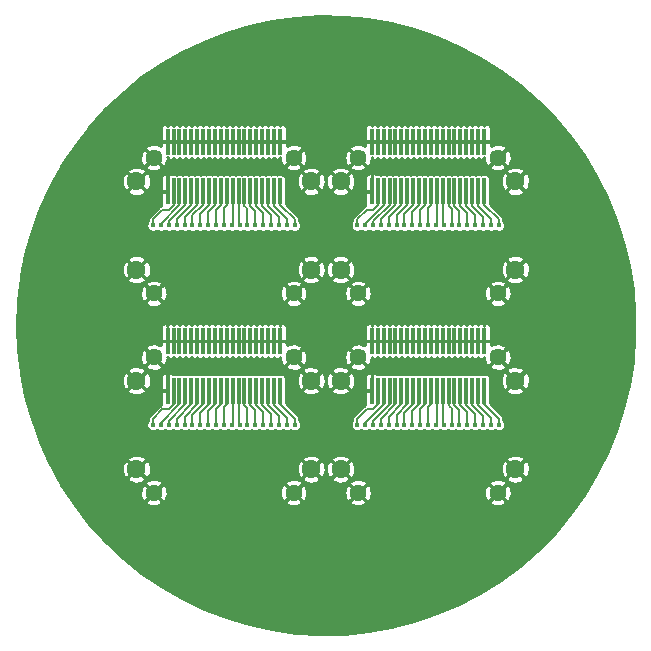
<source format=gbr>
G04 #@! TF.GenerationSoftware,KiCad,Pcbnew,(5.1.5)-3*
G04 #@! TF.CreationDate,2020-02-28T17:34:21-07:00*
G04 #@! TF.ProjectId,Gateway04,47617465-7761-4793-9034-2e6b69636164,rev?*
G04 #@! TF.SameCoordinates,Original*
G04 #@! TF.FileFunction,Copper,L2,Bot*
G04 #@! TF.FilePolarity,Positive*
%FSLAX46Y46*%
G04 Gerber Fmt 4.6, Leading zero omitted, Abs format (unit mm)*
G04 Created by KiCad (PCBNEW (5.1.5)-3) date 2020-02-28 17:34:21*
%MOMM*%
%LPD*%
G04 APERTURE LIST*
%ADD10R,0.300000X2.200000*%
%ADD11C,1.600000*%
%ADD12C,1.450000*%
%ADD13C,0.452000*%
%ADD14C,0.152400*%
%ADD15C,0.254000*%
G04 APERTURE END LIST*
D10*
X84960000Y-81707000D03*
X84960000Y-85907000D03*
X84460000Y-81707000D03*
X84460000Y-85907000D03*
X83960000Y-81707000D03*
X83960000Y-85907000D03*
X83460000Y-81707000D03*
X83460000Y-85907000D03*
X82960000Y-81707000D03*
X82960000Y-85907000D03*
X82460000Y-81707000D03*
X82460000Y-85907000D03*
X81960000Y-81707000D03*
X81960000Y-85907000D03*
X81460000Y-81707000D03*
X81460000Y-85907000D03*
X80960000Y-81707000D03*
X80960000Y-85907000D03*
X80460000Y-81707000D03*
X80460000Y-85907000D03*
D11*
X77815000Y-85067000D03*
X92605000Y-85067000D03*
D12*
X79290000Y-83067000D03*
X91130000Y-83067000D03*
D10*
X89460000Y-85907000D03*
X87960000Y-85907000D03*
X85960000Y-85907000D03*
X89960000Y-85907000D03*
X86960000Y-85907000D03*
X87460000Y-85907000D03*
X85460000Y-85907000D03*
X88960000Y-85907000D03*
X86460000Y-85907000D03*
X88460000Y-85907000D03*
X89460000Y-81707000D03*
X87960000Y-81707000D03*
X85960000Y-81707000D03*
X89960000Y-81707000D03*
X86960000Y-81707000D03*
X87460000Y-81707000D03*
X85460000Y-81707000D03*
X88960000Y-81707000D03*
X86460000Y-81707000D03*
X88460000Y-81707000D03*
D11*
X77815000Y-92547000D03*
X92605000Y-92547000D03*
D12*
X79290000Y-94547000D03*
X91130000Y-94547000D03*
D11*
X95099000Y-92547000D03*
X109889000Y-92547000D03*
D12*
X96574000Y-94547000D03*
X108414000Y-94547000D03*
D10*
X84960000Y-98593000D03*
X84960000Y-102793000D03*
X84460000Y-98593000D03*
X84460000Y-102793000D03*
X83960000Y-98593000D03*
X83960000Y-102793000D03*
X83460000Y-98593000D03*
X83460000Y-102793000D03*
X82960000Y-98593000D03*
X82960000Y-102793000D03*
X82460000Y-98593000D03*
X82460000Y-102793000D03*
X81960000Y-98593000D03*
X81960000Y-102793000D03*
X81460000Y-98593000D03*
X81460000Y-102793000D03*
X80960000Y-98593000D03*
X80960000Y-102793000D03*
X80460000Y-98593000D03*
X80460000Y-102793000D03*
D11*
X77815000Y-101953000D03*
X92605000Y-101953000D03*
D12*
X79290000Y-99953000D03*
X91130000Y-99953000D03*
D10*
X89460000Y-102793000D03*
X87960000Y-102793000D03*
X85960000Y-102793000D03*
X89960000Y-102793000D03*
X86960000Y-102793000D03*
X87460000Y-102793000D03*
X85460000Y-102793000D03*
X88960000Y-102793000D03*
X86460000Y-102793000D03*
X88460000Y-102793000D03*
X89460000Y-98593000D03*
X87960000Y-98593000D03*
X85960000Y-98593000D03*
X89960000Y-98593000D03*
X86960000Y-98593000D03*
X87460000Y-98593000D03*
X85460000Y-98593000D03*
X88960000Y-98593000D03*
X86460000Y-98593000D03*
X88460000Y-98593000D03*
D11*
X77815000Y-109433000D03*
X92605000Y-109433000D03*
D12*
X79290000Y-111433000D03*
X91130000Y-111433000D03*
D10*
X102244000Y-98593000D03*
X102244000Y-102793000D03*
X101744000Y-98593000D03*
X101744000Y-102793000D03*
X101244000Y-98593000D03*
X101244000Y-102793000D03*
X100744000Y-98593000D03*
X100744000Y-102793000D03*
X100244000Y-98593000D03*
X100244000Y-102793000D03*
X99744000Y-98593000D03*
X99744000Y-102793000D03*
X99244000Y-98593000D03*
X99244000Y-102793000D03*
X98744000Y-98593000D03*
X98744000Y-102793000D03*
X98244000Y-98593000D03*
X98244000Y-102793000D03*
X97744000Y-98593000D03*
X97744000Y-102793000D03*
D11*
X95099000Y-101953000D03*
X109889000Y-101953000D03*
D12*
X96574000Y-99953000D03*
X108414000Y-99953000D03*
D10*
X106744000Y-102793000D03*
X105244000Y-102793000D03*
X103244000Y-102793000D03*
X107244000Y-102793000D03*
X104244000Y-102793000D03*
X104744000Y-102793000D03*
X102744000Y-102793000D03*
X106244000Y-102793000D03*
X103744000Y-102793000D03*
X105744000Y-102793000D03*
X106744000Y-98593000D03*
X105244000Y-98593000D03*
X103244000Y-98593000D03*
X107244000Y-98593000D03*
X104244000Y-98593000D03*
X104744000Y-98593000D03*
X102744000Y-98593000D03*
X106244000Y-98593000D03*
X103744000Y-98593000D03*
X105744000Y-98593000D03*
D11*
X95099000Y-109433000D03*
X109889000Y-109433000D03*
D12*
X96574000Y-111433000D03*
X108414000Y-111433000D03*
D10*
X102244000Y-81707000D03*
X102244000Y-85907000D03*
X101744000Y-81707000D03*
X101744000Y-85907000D03*
X101244000Y-81707000D03*
X101244000Y-85907000D03*
X100744000Y-81707000D03*
X100744000Y-85907000D03*
X100244000Y-81707000D03*
X100244000Y-85907000D03*
X99744000Y-81707000D03*
X99744000Y-85907000D03*
X99244000Y-81707000D03*
X99244000Y-85907000D03*
X98744000Y-81707000D03*
X98744000Y-85907000D03*
X98244000Y-81707000D03*
X98244000Y-85907000D03*
X97744000Y-81707000D03*
X97744000Y-85907000D03*
D11*
X95099000Y-85067000D03*
X109889000Y-85067000D03*
D12*
X96574000Y-83067000D03*
X108414000Y-83067000D03*
D10*
X106744000Y-85907000D03*
X105244000Y-85907000D03*
X103244000Y-85907000D03*
X107244000Y-85907000D03*
X104244000Y-85907000D03*
X104744000Y-85907000D03*
X102744000Y-85907000D03*
X106244000Y-85907000D03*
X103744000Y-85907000D03*
X105744000Y-85907000D03*
X106744000Y-81707000D03*
X105244000Y-81707000D03*
X103244000Y-81707000D03*
X107244000Y-81707000D03*
X104244000Y-81707000D03*
X104744000Y-81707000D03*
X102744000Y-81707000D03*
X106244000Y-81707000D03*
X103744000Y-81707000D03*
X105744000Y-81707000D03*
D13*
X108487200Y-105693000D03*
X107822400Y-105693000D03*
X107157600Y-105693000D03*
X106492800Y-105693000D03*
X105828000Y-105693000D03*
X105163200Y-105693000D03*
X104498400Y-105693000D03*
X103833600Y-105693000D03*
X103168800Y-105693000D03*
X102504000Y-105693000D03*
X96500800Y-105693000D03*
X97165600Y-105693000D03*
X97850400Y-105693000D03*
X98515200Y-105693000D03*
X99180000Y-105693000D03*
X99844800Y-105693000D03*
X100509600Y-105693000D03*
X101174400Y-105693000D03*
X101839200Y-105693000D03*
X91203200Y-105693000D03*
X90538400Y-105693000D03*
X89873600Y-105693000D03*
X89208800Y-105693000D03*
X88544000Y-105693000D03*
X87879200Y-105693000D03*
X87214400Y-105693000D03*
X86549600Y-105693000D03*
X85884800Y-105693000D03*
X85220000Y-105693000D03*
X79216800Y-105693000D03*
X79881600Y-105693000D03*
X80566400Y-105693000D03*
X81231200Y-105693000D03*
X81896000Y-105693000D03*
X82560800Y-105693000D03*
X83225600Y-105693000D03*
X83890400Y-105693000D03*
X84555200Y-105693000D03*
X91203200Y-88807000D03*
X90538400Y-88807000D03*
X89873600Y-88807000D03*
X89208800Y-88807000D03*
X88544000Y-88807000D03*
X87879200Y-88807000D03*
X87214400Y-88807000D03*
X86549600Y-88807000D03*
X85884800Y-88807000D03*
X85220000Y-88807000D03*
X79216800Y-88807000D03*
X79881600Y-88807000D03*
X80566400Y-88807000D03*
X81231200Y-88807000D03*
X81896000Y-88807000D03*
X82560800Y-88807000D03*
X83225600Y-88807000D03*
X83890400Y-88807000D03*
X84555200Y-88807000D03*
X108487200Y-88807000D03*
X107822400Y-88807000D03*
X107157600Y-88807000D03*
X106492800Y-88807000D03*
X105828000Y-88807000D03*
X105163200Y-88807000D03*
X104498400Y-88807000D03*
X103833600Y-88807000D03*
X103168800Y-88807000D03*
X102504000Y-88807000D03*
X96500800Y-88807000D03*
X97165600Y-88807000D03*
X97850400Y-88807000D03*
X98515200Y-88807000D03*
X99180000Y-88807000D03*
X99844800Y-88807000D03*
X100509600Y-88807000D03*
X101174400Y-88807000D03*
X101839200Y-88807000D03*
D14*
X107244000Y-102793000D02*
X107244000Y-103930000D01*
X107244000Y-103930000D02*
X108487200Y-105173200D01*
X108487200Y-105173200D02*
X108487200Y-105693000D01*
X106744000Y-104030000D02*
X107822400Y-105108400D01*
X106744000Y-102793000D02*
X106744000Y-104030000D01*
X107822400Y-105108400D02*
X107822400Y-105693000D01*
X107157600Y-104941982D02*
X107157600Y-105693000D01*
X106244000Y-104028382D02*
X107157600Y-104941982D01*
X106244000Y-102793000D02*
X106244000Y-104028382D01*
X106492800Y-104775564D02*
X106492800Y-105693000D01*
X105744000Y-102793000D02*
X105744000Y-104026764D01*
X105744000Y-104026764D02*
X106492800Y-104775564D01*
X105828000Y-104609146D02*
X105828000Y-105693000D01*
X105244000Y-104025146D02*
X105828000Y-104609146D01*
X105244000Y-102793000D02*
X105244000Y-104025146D01*
X104744000Y-104023529D02*
X105163200Y-104442729D01*
X104744000Y-102793000D02*
X104744000Y-104023529D01*
X105163200Y-104442729D02*
X105163200Y-105693000D01*
X104391590Y-104169201D02*
X104391590Y-104169502D01*
X104373039Y-104169201D02*
X104391590Y-104169201D01*
X104498400Y-104276312D02*
X104498400Y-105693000D01*
X104244000Y-102793000D02*
X104244000Y-104040162D01*
X104244000Y-104040162D02*
X104373039Y-104169201D01*
X104391590Y-104169502D02*
X104498400Y-104276312D01*
X103744000Y-102793000D02*
X103744000Y-105603400D01*
X103744000Y-105603400D02*
X103833600Y-105693000D01*
X103244000Y-105617800D02*
X103168800Y-105693000D01*
X103244000Y-102793000D02*
X103244000Y-105617800D01*
X102744000Y-102793000D02*
X102744000Y-103942000D01*
X102504000Y-104182000D02*
X102504000Y-105693000D01*
X102744000Y-103942000D02*
X102504000Y-104182000D01*
X96500800Y-105185200D02*
X96500800Y-105693000D01*
X97300000Y-104386000D02*
X96500800Y-105185200D01*
X97814561Y-104386000D02*
X97300000Y-104386000D01*
X98244000Y-103956561D02*
X97814561Y-104386000D01*
X98244000Y-102793000D02*
X98244000Y-103956561D01*
X98744000Y-103954943D02*
X97165600Y-105533343D01*
X98744000Y-102793000D02*
X98744000Y-103954943D01*
X97165600Y-105533343D02*
X97165600Y-105693000D01*
X97850400Y-105346925D02*
X97850400Y-105693000D01*
X99244000Y-103953325D02*
X97850400Y-105346925D01*
X99244000Y-102793000D02*
X99244000Y-103953325D01*
X98515200Y-105180507D02*
X98515200Y-105693000D01*
X99744000Y-102793000D02*
X99744000Y-103951707D01*
X99744000Y-103951707D02*
X98515200Y-105180507D01*
X100244000Y-102793000D02*
X100244000Y-103950089D01*
X100244000Y-103950089D02*
X99180000Y-105014089D01*
X99180000Y-105014089D02*
X99180000Y-105693000D01*
X100744000Y-103948471D02*
X99844800Y-104847671D01*
X99844800Y-104847671D02*
X99844800Y-105693000D01*
X100744000Y-102793000D02*
X100744000Y-103948471D01*
X101244000Y-102793000D02*
X101244000Y-103946853D01*
X101244000Y-103946853D02*
X100509600Y-104681253D01*
X100509600Y-104681253D02*
X100509600Y-105693000D01*
X101174400Y-104514835D02*
X101174400Y-105693000D01*
X101744000Y-102793000D02*
X101744000Y-103945235D01*
X101744000Y-103945235D02*
X101174400Y-104514835D01*
X102244000Y-102793000D02*
X102244000Y-103943617D01*
X102244000Y-103943617D02*
X101839200Y-104348417D01*
X101839200Y-104348417D02*
X101839200Y-105693000D01*
X89960000Y-102793000D02*
X89960000Y-103930000D01*
X89960000Y-103930000D02*
X91203200Y-105173200D01*
X91203200Y-105173200D02*
X91203200Y-105693000D01*
X89460000Y-104030000D02*
X90538400Y-105108400D01*
X89460000Y-102793000D02*
X89460000Y-104030000D01*
X90538400Y-105108400D02*
X90538400Y-105693000D01*
X89873600Y-104941982D02*
X89873600Y-105693000D01*
X88960000Y-104028382D02*
X89873600Y-104941982D01*
X88960000Y-102793000D02*
X88960000Y-104028382D01*
X89208800Y-104775564D02*
X89208800Y-105693000D01*
X88460000Y-102793000D02*
X88460000Y-104026764D01*
X88460000Y-104026764D02*
X89208800Y-104775564D01*
X88544000Y-104609146D02*
X88544000Y-105693000D01*
X87960000Y-104025146D02*
X88544000Y-104609146D01*
X87960000Y-102793000D02*
X87960000Y-104025146D01*
X87460000Y-104023529D02*
X87879200Y-104442729D01*
X87460000Y-102793000D02*
X87460000Y-104023529D01*
X87879200Y-104442729D02*
X87879200Y-105693000D01*
X87107590Y-104169201D02*
X87107590Y-104169502D01*
X87089039Y-104169201D02*
X87107590Y-104169201D01*
X87214400Y-104276312D02*
X87214400Y-105693000D01*
X86960000Y-102793000D02*
X86960000Y-104040162D01*
X86960000Y-104040162D02*
X87089039Y-104169201D01*
X87107590Y-104169502D02*
X87214400Y-104276312D01*
X86460000Y-102793000D02*
X86460000Y-105603400D01*
X86460000Y-105603400D02*
X86549600Y-105693000D01*
X85960000Y-105617800D02*
X85884800Y-105693000D01*
X85960000Y-102793000D02*
X85960000Y-105617800D01*
X85460000Y-102793000D02*
X85460000Y-103942000D01*
X85220000Y-104182000D02*
X85220000Y-105693000D01*
X85460000Y-103942000D02*
X85220000Y-104182000D01*
X79216800Y-105185200D02*
X79216800Y-105693000D01*
X80016000Y-104386000D02*
X79216800Y-105185200D01*
X80530561Y-104386000D02*
X80016000Y-104386000D01*
X80960000Y-103956561D02*
X80530561Y-104386000D01*
X80960000Y-102793000D02*
X80960000Y-103956561D01*
X81460000Y-103954943D02*
X79881600Y-105533343D01*
X81460000Y-102793000D02*
X81460000Y-103954943D01*
X79881600Y-105533343D02*
X79881600Y-105693000D01*
X80566400Y-105346925D02*
X80566400Y-105693000D01*
X81960000Y-103953325D02*
X80566400Y-105346925D01*
X81960000Y-102793000D02*
X81960000Y-103953325D01*
X81231200Y-105180507D02*
X81231200Y-105693000D01*
X82460000Y-102793000D02*
X82460000Y-103951707D01*
X82460000Y-103951707D02*
X81231200Y-105180507D01*
X82960000Y-102793000D02*
X82960000Y-103950089D01*
X82960000Y-103950089D02*
X81896000Y-105014089D01*
X81896000Y-105014089D02*
X81896000Y-105693000D01*
X83460000Y-103948471D02*
X82560800Y-104847671D01*
X82560800Y-104847671D02*
X82560800Y-105693000D01*
X83460000Y-102793000D02*
X83460000Y-103948471D01*
X83960000Y-102793000D02*
X83960000Y-103946853D01*
X83960000Y-103946853D02*
X83225600Y-104681253D01*
X83225600Y-104681253D02*
X83225600Y-105693000D01*
X83890400Y-104514835D02*
X83890400Y-105693000D01*
X84460000Y-102793000D02*
X84460000Y-103945235D01*
X84460000Y-103945235D02*
X83890400Y-104514835D01*
X84960000Y-102793000D02*
X84960000Y-103943617D01*
X84960000Y-103943617D02*
X84555200Y-104348417D01*
X84555200Y-104348417D02*
X84555200Y-105693000D01*
X89960000Y-85907000D02*
X89960000Y-87044000D01*
X89960000Y-87044000D02*
X91203200Y-88287200D01*
X91203200Y-88287200D02*
X91203200Y-88807000D01*
X89460000Y-87144000D02*
X90538400Y-88222400D01*
X89460000Y-85907000D02*
X89460000Y-87144000D01*
X90538400Y-88222400D02*
X90538400Y-88807000D01*
X89873600Y-88055982D02*
X89873600Y-88807000D01*
X88960000Y-87142382D02*
X89873600Y-88055982D01*
X88960000Y-85907000D02*
X88960000Y-87142382D01*
X89208800Y-87889564D02*
X89208800Y-88807000D01*
X88460000Y-85907000D02*
X88460000Y-87140764D01*
X88460000Y-87140764D02*
X89208800Y-87889564D01*
X88544000Y-87723146D02*
X88544000Y-88807000D01*
X87960000Y-87139146D02*
X88544000Y-87723146D01*
X87960000Y-85907000D02*
X87960000Y-87139146D01*
X87460000Y-87137529D02*
X87879200Y-87556729D01*
X87460000Y-85907000D02*
X87460000Y-87137529D01*
X87879200Y-87556729D02*
X87879200Y-88807000D01*
X87107590Y-87283201D02*
X87107590Y-87283502D01*
X87089039Y-87283201D02*
X87107590Y-87283201D01*
X87214400Y-87390312D02*
X87214400Y-88807000D01*
X86960000Y-85907000D02*
X86960000Y-87154162D01*
X86960000Y-87154162D02*
X87089039Y-87283201D01*
X87107590Y-87283502D02*
X87214400Y-87390312D01*
X86460000Y-85907000D02*
X86460000Y-88717400D01*
X86460000Y-88717400D02*
X86549600Y-88807000D01*
X85960000Y-88731800D02*
X85884800Y-88807000D01*
X85960000Y-85907000D02*
X85960000Y-88731800D01*
X85460000Y-85907000D02*
X85460000Y-87056000D01*
X85220000Y-87296000D02*
X85220000Y-88807000D01*
X85460000Y-87056000D02*
X85220000Y-87296000D01*
X79216800Y-88299200D02*
X79216800Y-88807000D01*
X80016000Y-87500000D02*
X79216800Y-88299200D01*
X80530561Y-87500000D02*
X80016000Y-87500000D01*
X80960000Y-87070561D02*
X80530561Y-87500000D01*
X80960000Y-85907000D02*
X80960000Y-87070561D01*
X81460000Y-87068943D02*
X79881600Y-88647343D01*
X81460000Y-85907000D02*
X81460000Y-87068943D01*
X79881600Y-88647343D02*
X79881600Y-88807000D01*
X80566400Y-88460925D02*
X80566400Y-88807000D01*
X81960000Y-87067325D02*
X80566400Y-88460925D01*
X81960000Y-85907000D02*
X81960000Y-87067325D01*
X81231200Y-88294507D02*
X81231200Y-88807000D01*
X82460000Y-85907000D02*
X82460000Y-87065707D01*
X82460000Y-87065707D02*
X81231200Y-88294507D01*
X82960000Y-85907000D02*
X82960000Y-87064089D01*
X82960000Y-87064089D02*
X81896000Y-88128089D01*
X81896000Y-88128089D02*
X81896000Y-88807000D01*
X83460000Y-87062471D02*
X82560800Y-87961671D01*
X82560800Y-87961671D02*
X82560800Y-88807000D01*
X83460000Y-85907000D02*
X83460000Y-87062471D01*
X83960000Y-85907000D02*
X83960000Y-87060853D01*
X83960000Y-87060853D02*
X83225600Y-87795253D01*
X83225600Y-87795253D02*
X83225600Y-88807000D01*
X83890400Y-87628835D02*
X83890400Y-88807000D01*
X84460000Y-85907000D02*
X84460000Y-87059235D01*
X84460000Y-87059235D02*
X83890400Y-87628835D01*
X84960000Y-85907000D02*
X84960000Y-87057617D01*
X84960000Y-87057617D02*
X84555200Y-87462417D01*
X84555200Y-87462417D02*
X84555200Y-88807000D01*
X107244000Y-85907000D02*
X107244000Y-87044000D01*
X108487200Y-88287200D02*
X108487200Y-88807000D01*
X107244000Y-87044000D02*
X108487200Y-88287200D01*
X106744000Y-85907000D02*
X106744000Y-87144000D01*
X107822400Y-88222400D02*
X107822400Y-88807000D01*
X106744000Y-87144000D02*
X107822400Y-88222400D01*
X106244000Y-85907000D02*
X106244000Y-87142382D01*
X107157600Y-88055982D02*
X107157600Y-88807000D01*
X106244000Y-87142382D02*
X107157600Y-88055982D01*
X105744000Y-85907000D02*
X105744000Y-87140764D01*
X106492800Y-87889564D02*
X106492800Y-88807000D01*
X105744000Y-87140764D02*
X106492800Y-87889564D01*
X105244000Y-85907000D02*
X105244000Y-87139146D01*
X105828000Y-87723146D02*
X105828000Y-88807000D01*
X105244000Y-87139146D02*
X105828000Y-87723146D01*
X104744000Y-85907000D02*
X104744000Y-87137529D01*
X105163200Y-87556729D02*
X105163200Y-88807000D01*
X104744000Y-87137529D02*
X105163200Y-87556729D01*
X104391590Y-87283201D02*
X104391590Y-87283502D01*
X104373039Y-87283201D02*
X104391590Y-87283201D01*
X104244000Y-85907000D02*
X104244000Y-87154162D01*
X104244000Y-87154162D02*
X104373039Y-87283201D01*
X104498400Y-87390312D02*
X104498400Y-88807000D01*
X104391590Y-87283502D02*
X104498400Y-87390312D01*
X103744000Y-88717400D02*
X103833600Y-88807000D01*
X103744000Y-85907000D02*
X103744000Y-88717400D01*
X103244000Y-88731800D02*
X103168800Y-88807000D01*
X103244000Y-85907000D02*
X103244000Y-88731800D01*
X102744000Y-85907000D02*
X102744000Y-87056000D01*
X102504000Y-87296000D02*
X102504000Y-88807000D01*
X102744000Y-87056000D02*
X102504000Y-87296000D01*
X89960000Y-102443000D02*
X89960000Y-103443000D01*
X89460000Y-102443000D02*
X89460000Y-103579410D01*
X96500800Y-88299200D02*
X96500800Y-88807000D01*
X97300000Y-87500000D02*
X96500800Y-88299200D01*
X97814561Y-87500000D02*
X97300000Y-87500000D01*
X98244000Y-85907000D02*
X98244000Y-87070561D01*
X98244000Y-87070561D02*
X97814561Y-87500000D01*
X97165600Y-88647343D02*
X97165600Y-88807000D01*
X98744000Y-87068943D02*
X97165600Y-88647343D01*
X98744000Y-85907000D02*
X98744000Y-87068943D01*
X97850400Y-88460925D02*
X97850400Y-88807000D01*
X99244000Y-87067325D02*
X97850400Y-88460925D01*
X99244000Y-85907000D02*
X99244000Y-87067325D01*
X98515200Y-88294507D02*
X98515200Y-88807000D01*
X99744000Y-87065707D02*
X98515200Y-88294507D01*
X99744000Y-85907000D02*
X99744000Y-87065707D01*
X99180000Y-88128089D02*
X99180000Y-88807000D01*
X100244000Y-87064089D02*
X99180000Y-88128089D01*
X100244000Y-85907000D02*
X100244000Y-87064089D01*
X99844800Y-87961671D02*
X99844800Y-88807000D01*
X100744000Y-87062471D02*
X99844800Y-87961671D01*
X100744000Y-85907000D02*
X100744000Y-87062471D01*
X100509600Y-87795253D02*
X100509600Y-88807000D01*
X101244000Y-87060853D02*
X100509600Y-87795253D01*
X101244000Y-85907000D02*
X101244000Y-87060853D01*
X101174400Y-87628835D02*
X101174400Y-88807000D01*
X101744000Y-87059235D02*
X101174400Y-87628835D01*
X101744000Y-85907000D02*
X101744000Y-87059235D01*
X101839200Y-87462417D02*
X101839200Y-88807000D01*
X102244000Y-87057617D02*
X101839200Y-87462417D01*
X102244000Y-85907000D02*
X102244000Y-87057617D01*
X80960000Y-102443000D02*
X80960000Y-103579410D01*
X80460000Y-102443000D02*
X80460000Y-103443000D01*
D15*
G36*
X95372371Y-71146238D02*
G01*
X97390643Y-71342551D01*
X99387633Y-71694674D01*
X101351331Y-72200490D01*
X103269927Y-72856957D01*
X105131883Y-73660126D01*
X106926000Y-74605168D01*
X108641489Y-75686398D01*
X110268031Y-76897314D01*
X111795846Y-78230634D01*
X113215745Y-79678338D01*
X114519188Y-81231721D01*
X115698335Y-82881439D01*
X116746097Y-84617572D01*
X117656170Y-86429677D01*
X118423083Y-88306857D01*
X119042222Y-90237823D01*
X119509864Y-92210960D01*
X119823197Y-94214402D01*
X119980335Y-96236102D01*
X119980335Y-98263898D01*
X119823197Y-100285598D01*
X119509864Y-102289040D01*
X119042222Y-104262177D01*
X118423083Y-106193143D01*
X117656170Y-108070323D01*
X116746097Y-109882428D01*
X115698335Y-111618561D01*
X114519188Y-113268279D01*
X113215745Y-114821662D01*
X111795846Y-116269366D01*
X110268031Y-117602686D01*
X108641489Y-118813602D01*
X106926000Y-119894832D01*
X105131883Y-120839874D01*
X103269927Y-121643043D01*
X101351331Y-122299510D01*
X99387633Y-122805326D01*
X97390643Y-123157449D01*
X95372371Y-123353762D01*
X93344955Y-123393083D01*
X91320589Y-123275178D01*
X89311447Y-123000753D01*
X87329613Y-122571461D01*
X85387005Y-121989882D01*
X83495306Y-121259515D01*
X81665894Y-120384751D01*
X79909770Y-119370853D01*
X78237497Y-118223917D01*
X76659131Y-116950842D01*
X75184165Y-115559283D01*
X73821470Y-114057610D01*
X72579240Y-112454855D01*
X72406444Y-112192130D01*
X78563397Y-112192130D01*
X78628337Y-112382830D01*
X78826354Y-112493664D01*
X79042188Y-112563737D01*
X79267545Y-112590356D01*
X79493766Y-112572498D01*
X79712155Y-112510850D01*
X79914322Y-112407781D01*
X79951663Y-112382830D01*
X80016603Y-112192130D01*
X90403397Y-112192130D01*
X90468337Y-112382830D01*
X90666354Y-112493664D01*
X90882188Y-112563737D01*
X91107545Y-112590356D01*
X91333766Y-112572498D01*
X91552155Y-112510850D01*
X91754322Y-112407781D01*
X91791663Y-112382830D01*
X91856603Y-112192130D01*
X95847397Y-112192130D01*
X95912337Y-112382830D01*
X96110354Y-112493664D01*
X96326188Y-112563737D01*
X96551545Y-112590356D01*
X96777766Y-112572498D01*
X96996155Y-112510850D01*
X97198322Y-112407781D01*
X97235663Y-112382830D01*
X97300603Y-112192130D01*
X107687397Y-112192130D01*
X107752337Y-112382830D01*
X107950354Y-112493664D01*
X108166188Y-112563737D01*
X108391545Y-112590356D01*
X108617766Y-112572498D01*
X108836155Y-112510850D01*
X109038322Y-112407781D01*
X109075663Y-112382830D01*
X109140603Y-112192130D01*
X108414000Y-111465527D01*
X107687397Y-112192130D01*
X97300603Y-112192130D01*
X96574000Y-111465527D01*
X95847397Y-112192130D01*
X91856603Y-112192130D01*
X91130000Y-111465527D01*
X90403397Y-112192130D01*
X80016603Y-112192130D01*
X79290000Y-111465527D01*
X78563397Y-112192130D01*
X72406444Y-112192130D01*
X71892388Y-111410545D01*
X78132644Y-111410545D01*
X78150502Y-111636766D01*
X78212150Y-111855155D01*
X78315219Y-112057322D01*
X78340170Y-112094663D01*
X78530870Y-112159603D01*
X79257473Y-111433000D01*
X79322527Y-111433000D01*
X80049130Y-112159603D01*
X80239830Y-112094663D01*
X80350664Y-111896646D01*
X80420737Y-111680812D01*
X80447356Y-111455455D01*
X80443811Y-111410545D01*
X89972644Y-111410545D01*
X89990502Y-111636766D01*
X90052150Y-111855155D01*
X90155219Y-112057322D01*
X90180170Y-112094663D01*
X90370870Y-112159603D01*
X91097473Y-111433000D01*
X91162527Y-111433000D01*
X91889130Y-112159603D01*
X92079830Y-112094663D01*
X92190664Y-111896646D01*
X92260737Y-111680812D01*
X92287356Y-111455455D01*
X92283811Y-111410545D01*
X95416644Y-111410545D01*
X95434502Y-111636766D01*
X95496150Y-111855155D01*
X95599219Y-112057322D01*
X95624170Y-112094663D01*
X95814870Y-112159603D01*
X96541473Y-111433000D01*
X96606527Y-111433000D01*
X97333130Y-112159603D01*
X97523830Y-112094663D01*
X97634664Y-111896646D01*
X97704737Y-111680812D01*
X97731356Y-111455455D01*
X97727811Y-111410545D01*
X107256644Y-111410545D01*
X107274502Y-111636766D01*
X107336150Y-111855155D01*
X107439219Y-112057322D01*
X107464170Y-112094663D01*
X107654870Y-112159603D01*
X108381473Y-111433000D01*
X108446527Y-111433000D01*
X109173130Y-112159603D01*
X109363830Y-112094663D01*
X109474664Y-111896646D01*
X109544737Y-111680812D01*
X109571356Y-111455455D01*
X109553498Y-111229234D01*
X109491850Y-111010845D01*
X109388781Y-110808678D01*
X109363830Y-110771337D01*
X109173130Y-110706397D01*
X108446527Y-111433000D01*
X108381473Y-111433000D01*
X107654870Y-110706397D01*
X107464170Y-110771337D01*
X107353336Y-110969354D01*
X107283263Y-111185188D01*
X107256644Y-111410545D01*
X97727811Y-111410545D01*
X97713498Y-111229234D01*
X97651850Y-111010845D01*
X97548781Y-110808678D01*
X97523830Y-110771337D01*
X97333130Y-110706397D01*
X96606527Y-111433000D01*
X96541473Y-111433000D01*
X95814870Y-110706397D01*
X95624170Y-110771337D01*
X95513336Y-110969354D01*
X95443263Y-111185188D01*
X95416644Y-111410545D01*
X92283811Y-111410545D01*
X92269498Y-111229234D01*
X92207850Y-111010845D01*
X92104781Y-110808678D01*
X92079830Y-110771337D01*
X91889130Y-110706397D01*
X91162527Y-111433000D01*
X91097473Y-111433000D01*
X90370870Y-110706397D01*
X90180170Y-110771337D01*
X90069336Y-110969354D01*
X89999263Y-111185188D01*
X89972644Y-111410545D01*
X80443811Y-111410545D01*
X80429498Y-111229234D01*
X80367850Y-111010845D01*
X80264781Y-110808678D01*
X80239830Y-110771337D01*
X80049130Y-110706397D01*
X79322527Y-111433000D01*
X79257473Y-111433000D01*
X78530870Y-110706397D01*
X78340170Y-110771337D01*
X78229336Y-110969354D01*
X78159263Y-111185188D01*
X78132644Y-111410545D01*
X71892388Y-111410545D01*
X71464948Y-110760655D01*
X71417063Y-110673870D01*
X78563397Y-110673870D01*
X79290000Y-111400473D01*
X80016603Y-110673870D01*
X90403397Y-110673870D01*
X91130000Y-111400473D01*
X91856603Y-110673870D01*
X95847397Y-110673870D01*
X96574000Y-111400473D01*
X97300603Y-110673870D01*
X107687397Y-110673870D01*
X108414000Y-111400473D01*
X109140603Y-110673870D01*
X109075663Y-110483170D01*
X108877646Y-110372336D01*
X108661812Y-110302263D01*
X108436455Y-110275644D01*
X108210234Y-110293502D01*
X107991845Y-110355150D01*
X107789678Y-110458219D01*
X107752337Y-110483170D01*
X107687397Y-110673870D01*
X97300603Y-110673870D01*
X97235663Y-110483170D01*
X97037646Y-110372336D01*
X96821812Y-110302263D01*
X96596455Y-110275644D01*
X96370234Y-110293502D01*
X96151845Y-110355150D01*
X95949678Y-110458219D01*
X95912337Y-110483170D01*
X95847397Y-110673870D01*
X91856603Y-110673870D01*
X91791663Y-110483170D01*
X91593646Y-110372336D01*
X91377812Y-110302263D01*
X91152455Y-110275644D01*
X90926234Y-110293502D01*
X90707845Y-110355150D01*
X90505678Y-110458219D01*
X90468337Y-110483170D01*
X90403397Y-110673870D01*
X80016603Y-110673870D01*
X79951663Y-110483170D01*
X79753646Y-110372336D01*
X79537812Y-110302263D01*
X79312455Y-110275644D01*
X79086234Y-110293502D01*
X78867845Y-110355150D01*
X78665678Y-110458219D01*
X78628337Y-110483170D01*
X78563397Y-110673870D01*
X71417063Y-110673870D01*
X71180661Y-110245432D01*
X77035095Y-110245432D01*
X77109032Y-110443812D01*
X77319796Y-110562117D01*
X77549591Y-110637031D01*
X77789586Y-110665675D01*
X78030557Y-110646947D01*
X78263245Y-110581568D01*
X78478707Y-110472050D01*
X78520968Y-110443812D01*
X78594905Y-110245432D01*
X91825095Y-110245432D01*
X91899032Y-110443812D01*
X92109796Y-110562117D01*
X92339591Y-110637031D01*
X92579586Y-110665675D01*
X92820557Y-110646947D01*
X93053245Y-110581568D01*
X93268707Y-110472050D01*
X93310968Y-110443812D01*
X93384905Y-110245432D01*
X94319095Y-110245432D01*
X94393032Y-110443812D01*
X94603796Y-110562117D01*
X94833591Y-110637031D01*
X95073586Y-110665675D01*
X95314557Y-110646947D01*
X95547245Y-110581568D01*
X95762707Y-110472050D01*
X95804968Y-110443812D01*
X95878905Y-110245432D01*
X109109095Y-110245432D01*
X109183032Y-110443812D01*
X109393796Y-110562117D01*
X109623591Y-110637031D01*
X109863586Y-110665675D01*
X110104557Y-110646947D01*
X110337245Y-110581568D01*
X110552707Y-110472050D01*
X110594968Y-110443812D01*
X110668905Y-110245432D01*
X109889000Y-109465527D01*
X109109095Y-110245432D01*
X95878905Y-110245432D01*
X95099000Y-109465527D01*
X94319095Y-110245432D01*
X93384905Y-110245432D01*
X92605000Y-109465527D01*
X91825095Y-110245432D01*
X78594905Y-110245432D01*
X77815000Y-109465527D01*
X77035095Y-110245432D01*
X71180661Y-110245432D01*
X70718357Y-109407586D01*
X76582325Y-109407586D01*
X76601053Y-109648557D01*
X76666432Y-109881245D01*
X76775950Y-110096707D01*
X76804188Y-110138968D01*
X77002568Y-110212905D01*
X77782473Y-109433000D01*
X77847527Y-109433000D01*
X78627432Y-110212905D01*
X78825812Y-110138968D01*
X78944117Y-109928204D01*
X79019031Y-109698409D01*
X79047675Y-109458414D01*
X79043725Y-109407586D01*
X91372325Y-109407586D01*
X91391053Y-109648557D01*
X91456432Y-109881245D01*
X91565950Y-110096707D01*
X91594188Y-110138968D01*
X91792568Y-110212905D01*
X92572473Y-109433000D01*
X92637527Y-109433000D01*
X93417432Y-110212905D01*
X93615812Y-110138968D01*
X93734117Y-109928204D01*
X93809031Y-109698409D01*
X93837675Y-109458414D01*
X93833725Y-109407586D01*
X93866325Y-109407586D01*
X93885053Y-109648557D01*
X93950432Y-109881245D01*
X94059950Y-110096707D01*
X94088188Y-110138968D01*
X94286568Y-110212905D01*
X95066473Y-109433000D01*
X95131527Y-109433000D01*
X95911432Y-110212905D01*
X96109812Y-110138968D01*
X96228117Y-109928204D01*
X96303031Y-109698409D01*
X96331675Y-109458414D01*
X96327725Y-109407586D01*
X108656325Y-109407586D01*
X108675053Y-109648557D01*
X108740432Y-109881245D01*
X108849950Y-110096707D01*
X108878188Y-110138968D01*
X109076568Y-110212905D01*
X109856473Y-109433000D01*
X109921527Y-109433000D01*
X110701432Y-110212905D01*
X110899812Y-110138968D01*
X111018117Y-109928204D01*
X111093031Y-109698409D01*
X111121675Y-109458414D01*
X111102947Y-109217443D01*
X111037568Y-108984755D01*
X110928050Y-108769293D01*
X110899812Y-108727032D01*
X110701432Y-108653095D01*
X109921527Y-109433000D01*
X109856473Y-109433000D01*
X109076568Y-108653095D01*
X108878188Y-108727032D01*
X108759883Y-108937796D01*
X108684969Y-109167591D01*
X108656325Y-109407586D01*
X96327725Y-109407586D01*
X96312947Y-109217443D01*
X96247568Y-108984755D01*
X96138050Y-108769293D01*
X96109812Y-108727032D01*
X95911432Y-108653095D01*
X95131527Y-109433000D01*
X95066473Y-109433000D01*
X94286568Y-108653095D01*
X94088188Y-108727032D01*
X93969883Y-108937796D01*
X93894969Y-109167591D01*
X93866325Y-109407586D01*
X93833725Y-109407586D01*
X93818947Y-109217443D01*
X93753568Y-108984755D01*
X93644050Y-108769293D01*
X93615812Y-108727032D01*
X93417432Y-108653095D01*
X92637527Y-109433000D01*
X92572473Y-109433000D01*
X91792568Y-108653095D01*
X91594188Y-108727032D01*
X91475883Y-108937796D01*
X91400969Y-109167591D01*
X91372325Y-109407586D01*
X79043725Y-109407586D01*
X79028947Y-109217443D01*
X78963568Y-108984755D01*
X78854050Y-108769293D01*
X78825812Y-108727032D01*
X78627432Y-108653095D01*
X77847527Y-109433000D01*
X77782473Y-109433000D01*
X77002568Y-108653095D01*
X76804188Y-108727032D01*
X76685883Y-108937796D01*
X76610969Y-109167591D01*
X76582325Y-109407586D01*
X70718357Y-109407586D01*
X70485294Y-108985201D01*
X70319548Y-108620568D01*
X77035095Y-108620568D01*
X77815000Y-109400473D01*
X78594905Y-108620568D01*
X91825095Y-108620568D01*
X92605000Y-109400473D01*
X93384905Y-108620568D01*
X94319095Y-108620568D01*
X95099000Y-109400473D01*
X95878905Y-108620568D01*
X109109095Y-108620568D01*
X109889000Y-109400473D01*
X110668905Y-108620568D01*
X110594968Y-108422188D01*
X110384204Y-108303883D01*
X110154409Y-108228969D01*
X109914414Y-108200325D01*
X109673443Y-108219053D01*
X109440755Y-108284432D01*
X109225293Y-108393950D01*
X109183032Y-108422188D01*
X109109095Y-108620568D01*
X95878905Y-108620568D01*
X95804968Y-108422188D01*
X95594204Y-108303883D01*
X95364409Y-108228969D01*
X95124414Y-108200325D01*
X94883443Y-108219053D01*
X94650755Y-108284432D01*
X94435293Y-108393950D01*
X94393032Y-108422188D01*
X94319095Y-108620568D01*
X93384905Y-108620568D01*
X93310968Y-108422188D01*
X93100204Y-108303883D01*
X92870409Y-108228969D01*
X92630414Y-108200325D01*
X92389443Y-108219053D01*
X92156755Y-108284432D01*
X91941293Y-108393950D01*
X91899032Y-108422188D01*
X91825095Y-108620568D01*
X78594905Y-108620568D01*
X78520968Y-108422188D01*
X78310204Y-108303883D01*
X78080409Y-108228969D01*
X77840414Y-108200325D01*
X77599443Y-108219053D01*
X77366755Y-108284432D01*
X77151293Y-108393950D01*
X77109032Y-108422188D01*
X77035095Y-108620568D01*
X70319548Y-108620568D01*
X69646170Y-107139170D01*
X69099983Y-105638534D01*
X78663800Y-105638534D01*
X78663800Y-105747466D01*
X78685051Y-105854304D01*
X78726738Y-105954944D01*
X78787257Y-106045517D01*
X78864283Y-106122543D01*
X78954856Y-106183062D01*
X79055496Y-106224749D01*
X79162334Y-106246000D01*
X79271266Y-106246000D01*
X79378104Y-106224749D01*
X79478744Y-106183062D01*
X79549200Y-106135985D01*
X79619656Y-106183062D01*
X79720296Y-106224749D01*
X79827134Y-106246000D01*
X79936066Y-106246000D01*
X80042904Y-106224749D01*
X80143544Y-106183062D01*
X80224000Y-106129303D01*
X80304456Y-106183062D01*
X80405096Y-106224749D01*
X80511934Y-106246000D01*
X80620866Y-106246000D01*
X80727704Y-106224749D01*
X80828344Y-106183062D01*
X80898800Y-106135985D01*
X80969256Y-106183062D01*
X81069896Y-106224749D01*
X81176734Y-106246000D01*
X81285666Y-106246000D01*
X81392504Y-106224749D01*
X81493144Y-106183062D01*
X81563600Y-106135985D01*
X81634056Y-106183062D01*
X81734696Y-106224749D01*
X81841534Y-106246000D01*
X81950466Y-106246000D01*
X82057304Y-106224749D01*
X82157944Y-106183062D01*
X82228400Y-106135985D01*
X82298856Y-106183062D01*
X82399496Y-106224749D01*
X82506334Y-106246000D01*
X82615266Y-106246000D01*
X82722104Y-106224749D01*
X82822744Y-106183062D01*
X82893200Y-106135985D01*
X82963656Y-106183062D01*
X83064296Y-106224749D01*
X83171134Y-106246000D01*
X83280066Y-106246000D01*
X83386904Y-106224749D01*
X83487544Y-106183062D01*
X83558000Y-106135985D01*
X83628456Y-106183062D01*
X83729096Y-106224749D01*
X83835934Y-106246000D01*
X83944866Y-106246000D01*
X84051704Y-106224749D01*
X84152344Y-106183062D01*
X84222800Y-106135985D01*
X84293256Y-106183062D01*
X84393896Y-106224749D01*
X84500734Y-106246000D01*
X84609666Y-106246000D01*
X84716504Y-106224749D01*
X84817144Y-106183062D01*
X84887600Y-106135985D01*
X84958056Y-106183062D01*
X85058696Y-106224749D01*
X85165534Y-106246000D01*
X85274466Y-106246000D01*
X85381304Y-106224749D01*
X85481944Y-106183062D01*
X85552400Y-106135985D01*
X85622856Y-106183062D01*
X85723496Y-106224749D01*
X85830334Y-106246000D01*
X85939266Y-106246000D01*
X86046104Y-106224749D01*
X86146744Y-106183062D01*
X86217200Y-106135985D01*
X86287656Y-106183062D01*
X86388296Y-106224749D01*
X86495134Y-106246000D01*
X86604066Y-106246000D01*
X86710904Y-106224749D01*
X86811544Y-106183062D01*
X86882000Y-106135985D01*
X86952456Y-106183062D01*
X87053096Y-106224749D01*
X87159934Y-106246000D01*
X87268866Y-106246000D01*
X87375704Y-106224749D01*
X87476344Y-106183062D01*
X87546800Y-106135985D01*
X87617256Y-106183062D01*
X87717896Y-106224749D01*
X87824734Y-106246000D01*
X87933666Y-106246000D01*
X88040504Y-106224749D01*
X88141144Y-106183062D01*
X88211600Y-106135985D01*
X88282056Y-106183062D01*
X88382696Y-106224749D01*
X88489534Y-106246000D01*
X88598466Y-106246000D01*
X88705304Y-106224749D01*
X88805944Y-106183062D01*
X88876400Y-106135985D01*
X88946856Y-106183062D01*
X89047496Y-106224749D01*
X89154334Y-106246000D01*
X89263266Y-106246000D01*
X89370104Y-106224749D01*
X89470744Y-106183062D01*
X89541200Y-106135985D01*
X89611656Y-106183062D01*
X89712296Y-106224749D01*
X89819134Y-106246000D01*
X89928066Y-106246000D01*
X90034904Y-106224749D01*
X90135544Y-106183062D01*
X90206000Y-106135985D01*
X90276456Y-106183062D01*
X90377096Y-106224749D01*
X90483934Y-106246000D01*
X90592866Y-106246000D01*
X90699704Y-106224749D01*
X90800344Y-106183062D01*
X90870800Y-106135985D01*
X90941256Y-106183062D01*
X91041896Y-106224749D01*
X91148734Y-106246000D01*
X91257666Y-106246000D01*
X91364504Y-106224749D01*
X91465144Y-106183062D01*
X91555717Y-106122543D01*
X91632743Y-106045517D01*
X91693262Y-105954944D01*
X91734949Y-105854304D01*
X91756200Y-105747466D01*
X91756200Y-105638534D01*
X95947800Y-105638534D01*
X95947800Y-105747466D01*
X95969051Y-105854304D01*
X96010738Y-105954944D01*
X96071257Y-106045517D01*
X96148283Y-106122543D01*
X96238856Y-106183062D01*
X96339496Y-106224749D01*
X96446334Y-106246000D01*
X96555266Y-106246000D01*
X96662104Y-106224749D01*
X96762744Y-106183062D01*
X96833200Y-106135985D01*
X96903656Y-106183062D01*
X97004296Y-106224749D01*
X97111134Y-106246000D01*
X97220066Y-106246000D01*
X97326904Y-106224749D01*
X97427544Y-106183062D01*
X97508000Y-106129303D01*
X97588456Y-106183062D01*
X97689096Y-106224749D01*
X97795934Y-106246000D01*
X97904866Y-106246000D01*
X98011704Y-106224749D01*
X98112344Y-106183062D01*
X98182800Y-106135985D01*
X98253256Y-106183062D01*
X98353896Y-106224749D01*
X98460734Y-106246000D01*
X98569666Y-106246000D01*
X98676504Y-106224749D01*
X98777144Y-106183062D01*
X98847600Y-106135985D01*
X98918056Y-106183062D01*
X99018696Y-106224749D01*
X99125534Y-106246000D01*
X99234466Y-106246000D01*
X99341304Y-106224749D01*
X99441944Y-106183062D01*
X99512400Y-106135985D01*
X99582856Y-106183062D01*
X99683496Y-106224749D01*
X99790334Y-106246000D01*
X99899266Y-106246000D01*
X100006104Y-106224749D01*
X100106744Y-106183062D01*
X100177200Y-106135985D01*
X100247656Y-106183062D01*
X100348296Y-106224749D01*
X100455134Y-106246000D01*
X100564066Y-106246000D01*
X100670904Y-106224749D01*
X100771544Y-106183062D01*
X100842000Y-106135985D01*
X100912456Y-106183062D01*
X101013096Y-106224749D01*
X101119934Y-106246000D01*
X101228866Y-106246000D01*
X101335704Y-106224749D01*
X101436344Y-106183062D01*
X101506800Y-106135985D01*
X101577256Y-106183062D01*
X101677896Y-106224749D01*
X101784734Y-106246000D01*
X101893666Y-106246000D01*
X102000504Y-106224749D01*
X102101144Y-106183062D01*
X102171600Y-106135985D01*
X102242056Y-106183062D01*
X102342696Y-106224749D01*
X102449534Y-106246000D01*
X102558466Y-106246000D01*
X102665304Y-106224749D01*
X102765944Y-106183062D01*
X102836400Y-106135985D01*
X102906856Y-106183062D01*
X103007496Y-106224749D01*
X103114334Y-106246000D01*
X103223266Y-106246000D01*
X103330104Y-106224749D01*
X103430744Y-106183062D01*
X103501200Y-106135985D01*
X103571656Y-106183062D01*
X103672296Y-106224749D01*
X103779134Y-106246000D01*
X103888066Y-106246000D01*
X103994904Y-106224749D01*
X104095544Y-106183062D01*
X104166000Y-106135985D01*
X104236456Y-106183062D01*
X104337096Y-106224749D01*
X104443934Y-106246000D01*
X104552866Y-106246000D01*
X104659704Y-106224749D01*
X104760344Y-106183062D01*
X104830800Y-106135985D01*
X104901256Y-106183062D01*
X105001896Y-106224749D01*
X105108734Y-106246000D01*
X105217666Y-106246000D01*
X105324504Y-106224749D01*
X105425144Y-106183062D01*
X105495600Y-106135985D01*
X105566056Y-106183062D01*
X105666696Y-106224749D01*
X105773534Y-106246000D01*
X105882466Y-106246000D01*
X105989304Y-106224749D01*
X106089944Y-106183062D01*
X106160400Y-106135985D01*
X106230856Y-106183062D01*
X106331496Y-106224749D01*
X106438334Y-106246000D01*
X106547266Y-106246000D01*
X106654104Y-106224749D01*
X106754744Y-106183062D01*
X106825200Y-106135985D01*
X106895656Y-106183062D01*
X106996296Y-106224749D01*
X107103134Y-106246000D01*
X107212066Y-106246000D01*
X107318904Y-106224749D01*
X107419544Y-106183062D01*
X107490000Y-106135985D01*
X107560456Y-106183062D01*
X107661096Y-106224749D01*
X107767934Y-106246000D01*
X107876866Y-106246000D01*
X107983704Y-106224749D01*
X108084344Y-106183062D01*
X108154800Y-106135985D01*
X108225256Y-106183062D01*
X108325896Y-106224749D01*
X108432734Y-106246000D01*
X108541666Y-106246000D01*
X108648504Y-106224749D01*
X108749144Y-106183062D01*
X108839717Y-106122543D01*
X108916743Y-106045517D01*
X108977262Y-105954944D01*
X109018949Y-105854304D01*
X109040200Y-105747466D01*
X109040200Y-105638534D01*
X109018949Y-105531696D01*
X108977262Y-105431056D01*
X108916743Y-105340483D01*
X108890400Y-105314140D01*
X108890400Y-105192987D01*
X108892349Y-105173199D01*
X108890400Y-105153411D01*
X108890400Y-105153402D01*
X108884565Y-105094159D01*
X108861510Y-105018156D01*
X108824070Y-104948111D01*
X108796153Y-104914094D01*
X108786304Y-104902093D01*
X108786302Y-104902091D01*
X108773684Y-104886716D01*
X108758310Y-104874099D01*
X107722582Y-103838372D01*
X107722582Y-102765432D01*
X109109095Y-102765432D01*
X109183032Y-102963812D01*
X109393796Y-103082117D01*
X109623591Y-103157031D01*
X109863586Y-103185675D01*
X110104557Y-103166947D01*
X110337245Y-103101568D01*
X110552707Y-102992050D01*
X110594968Y-102963812D01*
X110668905Y-102765432D01*
X109889000Y-101985527D01*
X109109095Y-102765432D01*
X107722582Y-102765432D01*
X107722582Y-101927586D01*
X108656325Y-101927586D01*
X108675053Y-102168557D01*
X108740432Y-102401245D01*
X108849950Y-102616707D01*
X108878188Y-102658968D01*
X109076568Y-102732905D01*
X109856473Y-101953000D01*
X109921527Y-101953000D01*
X110701432Y-102732905D01*
X110899812Y-102658968D01*
X111018117Y-102448204D01*
X111093031Y-102218409D01*
X111121675Y-101978414D01*
X111102947Y-101737443D01*
X111037568Y-101504755D01*
X110928050Y-101289293D01*
X110899812Y-101247032D01*
X110701432Y-101173095D01*
X109921527Y-101953000D01*
X109856473Y-101953000D01*
X109076568Y-101173095D01*
X108878188Y-101247032D01*
X108759883Y-101457796D01*
X108684969Y-101687591D01*
X108656325Y-101927586D01*
X107722582Y-101927586D01*
X107722582Y-101693000D01*
X107716268Y-101628897D01*
X107697570Y-101567257D01*
X107667206Y-101510450D01*
X107626343Y-101460657D01*
X107576550Y-101419794D01*
X107519743Y-101389430D01*
X107458103Y-101370732D01*
X107394000Y-101364418D01*
X107094000Y-101364418D01*
X107029897Y-101370732D01*
X106994000Y-101381621D01*
X106958103Y-101370732D01*
X106894000Y-101364418D01*
X106594000Y-101364418D01*
X106529897Y-101370732D01*
X106494000Y-101381621D01*
X106458103Y-101370732D01*
X106394000Y-101364418D01*
X106094000Y-101364418D01*
X106029897Y-101370732D01*
X105994000Y-101381621D01*
X105958103Y-101370732D01*
X105894000Y-101364418D01*
X105594000Y-101364418D01*
X105529897Y-101370732D01*
X105494000Y-101381621D01*
X105458103Y-101370732D01*
X105394000Y-101364418D01*
X105094000Y-101364418D01*
X105029897Y-101370732D01*
X104994000Y-101381621D01*
X104958103Y-101370732D01*
X104894000Y-101364418D01*
X104594000Y-101364418D01*
X104529897Y-101370732D01*
X104494000Y-101381621D01*
X104458103Y-101370732D01*
X104394000Y-101364418D01*
X104094000Y-101364418D01*
X104029897Y-101370732D01*
X103994000Y-101381621D01*
X103958103Y-101370732D01*
X103894000Y-101364418D01*
X103594000Y-101364418D01*
X103529897Y-101370732D01*
X103494000Y-101381621D01*
X103458103Y-101370732D01*
X103394000Y-101364418D01*
X103094000Y-101364418D01*
X103029897Y-101370732D01*
X102994000Y-101381621D01*
X102958103Y-101370732D01*
X102894000Y-101364418D01*
X102594000Y-101364418D01*
X102529897Y-101370732D01*
X102494000Y-101381621D01*
X102458103Y-101370732D01*
X102394000Y-101364418D01*
X102094000Y-101364418D01*
X102029897Y-101370732D01*
X101994000Y-101381621D01*
X101958103Y-101370732D01*
X101894000Y-101364418D01*
X101594000Y-101364418D01*
X101529897Y-101370732D01*
X101494000Y-101381621D01*
X101458103Y-101370732D01*
X101394000Y-101364418D01*
X101094000Y-101364418D01*
X101029897Y-101370732D01*
X100994000Y-101381621D01*
X100958103Y-101370732D01*
X100894000Y-101364418D01*
X100594000Y-101364418D01*
X100529897Y-101370732D01*
X100494000Y-101381621D01*
X100458103Y-101370732D01*
X100394000Y-101364418D01*
X100094000Y-101364418D01*
X100029897Y-101370732D01*
X99994000Y-101381621D01*
X99958103Y-101370732D01*
X99894000Y-101364418D01*
X99594000Y-101364418D01*
X99529897Y-101370732D01*
X99494000Y-101381621D01*
X99458103Y-101370732D01*
X99394000Y-101364418D01*
X99094000Y-101364418D01*
X99029897Y-101370732D01*
X98994000Y-101381621D01*
X98958103Y-101370732D01*
X98894000Y-101364418D01*
X98594000Y-101364418D01*
X98529897Y-101370732D01*
X98494000Y-101381621D01*
X98458103Y-101370732D01*
X98394000Y-101364418D01*
X98166705Y-101364418D01*
X98132376Y-101336245D01*
X98058196Y-101296595D01*
X97977707Y-101272178D01*
X97894000Y-101263934D01*
X97873750Y-101266000D01*
X97767000Y-101372750D01*
X97767000Y-101676939D01*
X97765418Y-101693000D01*
X97765418Y-102836000D01*
X97721000Y-102836000D01*
X97721000Y-102816000D01*
X97273750Y-102816000D01*
X97167000Y-102922750D01*
X97164934Y-103893000D01*
X97173178Y-103976707D01*
X97180518Y-104000903D01*
X97144956Y-104011690D01*
X97074911Y-104049130D01*
X97065083Y-104057196D01*
X97040573Y-104077311D01*
X97013516Y-104099516D01*
X97000898Y-104114891D01*
X96229697Y-104886093D01*
X96214316Y-104898716D01*
X96163930Y-104960112D01*
X96126490Y-105030157D01*
X96118784Y-105055562D01*
X96104859Y-105101467D01*
X96103435Y-105106160D01*
X96097600Y-105165403D01*
X96097600Y-105165409D01*
X96095651Y-105185200D01*
X96097600Y-105204991D01*
X96097600Y-105314140D01*
X96071257Y-105340483D01*
X96010738Y-105431056D01*
X95969051Y-105531696D01*
X95947800Y-105638534D01*
X91756200Y-105638534D01*
X91734949Y-105531696D01*
X91693262Y-105431056D01*
X91632743Y-105340483D01*
X91606400Y-105314140D01*
X91606400Y-105192987D01*
X91608349Y-105173199D01*
X91606400Y-105153411D01*
X91606400Y-105153402D01*
X91600565Y-105094159D01*
X91577510Y-105018156D01*
X91540070Y-104948111D01*
X91512153Y-104914094D01*
X91502304Y-104902093D01*
X91502302Y-104902091D01*
X91489684Y-104886716D01*
X91474310Y-104874099D01*
X90438582Y-103838372D01*
X90438582Y-102765432D01*
X91825095Y-102765432D01*
X91899032Y-102963812D01*
X92109796Y-103082117D01*
X92339591Y-103157031D01*
X92579586Y-103185675D01*
X92820557Y-103166947D01*
X93053245Y-103101568D01*
X93268707Y-102992050D01*
X93310968Y-102963812D01*
X93384905Y-102765432D01*
X94319095Y-102765432D01*
X94393032Y-102963812D01*
X94603796Y-103082117D01*
X94833591Y-103157031D01*
X95073586Y-103185675D01*
X95314557Y-103166947D01*
X95547245Y-103101568D01*
X95762707Y-102992050D01*
X95804968Y-102963812D01*
X95878905Y-102765432D01*
X95099000Y-101985527D01*
X94319095Y-102765432D01*
X93384905Y-102765432D01*
X92605000Y-101985527D01*
X91825095Y-102765432D01*
X90438582Y-102765432D01*
X90438582Y-101927586D01*
X91372325Y-101927586D01*
X91391053Y-102168557D01*
X91456432Y-102401245D01*
X91565950Y-102616707D01*
X91594188Y-102658968D01*
X91792568Y-102732905D01*
X92572473Y-101953000D01*
X92637527Y-101953000D01*
X93417432Y-102732905D01*
X93615812Y-102658968D01*
X93734117Y-102448204D01*
X93809031Y-102218409D01*
X93837675Y-101978414D01*
X93833725Y-101927586D01*
X93866325Y-101927586D01*
X93885053Y-102168557D01*
X93950432Y-102401245D01*
X94059950Y-102616707D01*
X94088188Y-102658968D01*
X94286568Y-102732905D01*
X95066473Y-101953000D01*
X95131527Y-101953000D01*
X95911432Y-102732905D01*
X96109812Y-102658968D01*
X96228117Y-102448204D01*
X96303031Y-102218409D01*
X96331675Y-101978414D01*
X96312947Y-101737443D01*
X96300460Y-101693000D01*
X97164934Y-101693000D01*
X97167000Y-102663250D01*
X97273750Y-102770000D01*
X97721000Y-102770000D01*
X97721000Y-101372750D01*
X97614250Y-101266000D01*
X97594000Y-101263934D01*
X97510293Y-101272178D01*
X97429804Y-101296595D01*
X97355624Y-101336245D01*
X97290605Y-101389605D01*
X97237245Y-101454624D01*
X97197595Y-101528804D01*
X97173178Y-101609293D01*
X97164934Y-101693000D01*
X96300460Y-101693000D01*
X96247568Y-101504755D01*
X96138050Y-101289293D01*
X96109812Y-101247032D01*
X95911432Y-101173095D01*
X95131527Y-101953000D01*
X95066473Y-101953000D01*
X94286568Y-101173095D01*
X94088188Y-101247032D01*
X93969883Y-101457796D01*
X93894969Y-101687591D01*
X93866325Y-101927586D01*
X93833725Y-101927586D01*
X93818947Y-101737443D01*
X93753568Y-101504755D01*
X93644050Y-101289293D01*
X93615812Y-101247032D01*
X93417432Y-101173095D01*
X92637527Y-101953000D01*
X92572473Y-101953000D01*
X91792568Y-101173095D01*
X91594188Y-101247032D01*
X91475883Y-101457796D01*
X91400969Y-101687591D01*
X91372325Y-101927586D01*
X90438582Y-101927586D01*
X90438582Y-101693000D01*
X90432268Y-101628897D01*
X90413570Y-101567257D01*
X90383206Y-101510450D01*
X90342343Y-101460657D01*
X90292550Y-101419794D01*
X90235743Y-101389430D01*
X90174103Y-101370732D01*
X90110000Y-101364418D01*
X89810000Y-101364418D01*
X89745897Y-101370732D01*
X89710000Y-101381621D01*
X89674103Y-101370732D01*
X89610000Y-101364418D01*
X89310000Y-101364418D01*
X89245897Y-101370732D01*
X89210000Y-101381621D01*
X89174103Y-101370732D01*
X89110000Y-101364418D01*
X88810000Y-101364418D01*
X88745897Y-101370732D01*
X88710000Y-101381621D01*
X88674103Y-101370732D01*
X88610000Y-101364418D01*
X88310000Y-101364418D01*
X88245897Y-101370732D01*
X88210000Y-101381621D01*
X88174103Y-101370732D01*
X88110000Y-101364418D01*
X87810000Y-101364418D01*
X87745897Y-101370732D01*
X87710000Y-101381621D01*
X87674103Y-101370732D01*
X87610000Y-101364418D01*
X87310000Y-101364418D01*
X87245897Y-101370732D01*
X87210000Y-101381621D01*
X87174103Y-101370732D01*
X87110000Y-101364418D01*
X86810000Y-101364418D01*
X86745897Y-101370732D01*
X86710000Y-101381621D01*
X86674103Y-101370732D01*
X86610000Y-101364418D01*
X86310000Y-101364418D01*
X86245897Y-101370732D01*
X86210000Y-101381621D01*
X86174103Y-101370732D01*
X86110000Y-101364418D01*
X85810000Y-101364418D01*
X85745897Y-101370732D01*
X85710000Y-101381621D01*
X85674103Y-101370732D01*
X85610000Y-101364418D01*
X85310000Y-101364418D01*
X85245897Y-101370732D01*
X85210000Y-101381621D01*
X85174103Y-101370732D01*
X85110000Y-101364418D01*
X84810000Y-101364418D01*
X84745897Y-101370732D01*
X84710000Y-101381621D01*
X84674103Y-101370732D01*
X84610000Y-101364418D01*
X84310000Y-101364418D01*
X84245897Y-101370732D01*
X84210000Y-101381621D01*
X84174103Y-101370732D01*
X84110000Y-101364418D01*
X83810000Y-101364418D01*
X83745897Y-101370732D01*
X83710000Y-101381621D01*
X83674103Y-101370732D01*
X83610000Y-101364418D01*
X83310000Y-101364418D01*
X83245897Y-101370732D01*
X83210000Y-101381621D01*
X83174103Y-101370732D01*
X83110000Y-101364418D01*
X82810000Y-101364418D01*
X82745897Y-101370732D01*
X82710000Y-101381621D01*
X82674103Y-101370732D01*
X82610000Y-101364418D01*
X82310000Y-101364418D01*
X82245897Y-101370732D01*
X82210000Y-101381621D01*
X82174103Y-101370732D01*
X82110000Y-101364418D01*
X81810000Y-101364418D01*
X81745897Y-101370732D01*
X81710000Y-101381621D01*
X81674103Y-101370732D01*
X81610000Y-101364418D01*
X81310000Y-101364418D01*
X81245897Y-101370732D01*
X81210000Y-101381621D01*
X81174103Y-101370732D01*
X81110000Y-101364418D01*
X80882705Y-101364418D01*
X80848376Y-101336245D01*
X80774196Y-101296595D01*
X80693707Y-101272178D01*
X80610000Y-101263934D01*
X80589750Y-101266000D01*
X80483000Y-101372750D01*
X80483000Y-101676939D01*
X80481418Y-101693000D01*
X80481418Y-102836000D01*
X80437000Y-102836000D01*
X80437000Y-102816000D01*
X79989750Y-102816000D01*
X79883000Y-102922750D01*
X79880934Y-103893000D01*
X79889178Y-103976707D01*
X79896518Y-104000903D01*
X79860956Y-104011690D01*
X79790911Y-104049130D01*
X79781083Y-104057196D01*
X79756573Y-104077311D01*
X79729516Y-104099516D01*
X79716898Y-104114891D01*
X78945697Y-104886093D01*
X78930316Y-104898716D01*
X78879930Y-104960112D01*
X78842490Y-105030157D01*
X78834784Y-105055562D01*
X78820859Y-105101467D01*
X78819435Y-105106160D01*
X78813600Y-105165403D01*
X78813600Y-105165409D01*
X78811651Y-105185200D01*
X78813600Y-105204991D01*
X78813600Y-105314140D01*
X78787257Y-105340483D01*
X78726738Y-105431056D01*
X78685051Y-105531696D01*
X78663800Y-105638534D01*
X69099983Y-105638534D01*
X68952622Y-105233664D01*
X68408823Y-103280144D01*
X68307737Y-102765432D01*
X77035095Y-102765432D01*
X77109032Y-102963812D01*
X77319796Y-103082117D01*
X77549591Y-103157031D01*
X77789586Y-103185675D01*
X78030557Y-103166947D01*
X78263245Y-103101568D01*
X78478707Y-102992050D01*
X78520968Y-102963812D01*
X78594905Y-102765432D01*
X77815000Y-101985527D01*
X77035095Y-102765432D01*
X68307737Y-102765432D01*
X68143189Y-101927586D01*
X76582325Y-101927586D01*
X76601053Y-102168557D01*
X76666432Y-102401245D01*
X76775950Y-102616707D01*
X76804188Y-102658968D01*
X77002568Y-102732905D01*
X77782473Y-101953000D01*
X77847527Y-101953000D01*
X78627432Y-102732905D01*
X78825812Y-102658968D01*
X78944117Y-102448204D01*
X79019031Y-102218409D01*
X79047675Y-101978414D01*
X79028947Y-101737443D01*
X79016460Y-101693000D01*
X79880934Y-101693000D01*
X79883000Y-102663250D01*
X79989750Y-102770000D01*
X80437000Y-102770000D01*
X80437000Y-101372750D01*
X80330250Y-101266000D01*
X80310000Y-101263934D01*
X80226293Y-101272178D01*
X80145804Y-101296595D01*
X80071624Y-101336245D01*
X80006605Y-101389605D01*
X79953245Y-101454624D01*
X79913595Y-101528804D01*
X79889178Y-101609293D01*
X79880934Y-101693000D01*
X79016460Y-101693000D01*
X78963568Y-101504755D01*
X78854050Y-101289293D01*
X78825812Y-101247032D01*
X78627432Y-101173095D01*
X77847527Y-101953000D01*
X77782473Y-101953000D01*
X77002568Y-101173095D01*
X76804188Y-101247032D01*
X76685883Y-101457796D01*
X76610969Y-101687591D01*
X76582325Y-101927586D01*
X68143189Y-101927586D01*
X68018041Y-101290357D01*
X68000534Y-101140568D01*
X77035095Y-101140568D01*
X77815000Y-101920473D01*
X78594905Y-101140568D01*
X91825095Y-101140568D01*
X92605000Y-101920473D01*
X93384905Y-101140568D01*
X94319095Y-101140568D01*
X95099000Y-101920473D01*
X95878905Y-101140568D01*
X109109095Y-101140568D01*
X109889000Y-101920473D01*
X110668905Y-101140568D01*
X110594968Y-100942188D01*
X110384204Y-100823883D01*
X110154409Y-100748969D01*
X109914414Y-100720325D01*
X109673443Y-100739053D01*
X109440755Y-100804432D01*
X109225293Y-100913950D01*
X109183032Y-100942188D01*
X109109095Y-101140568D01*
X95878905Y-101140568D01*
X95804968Y-100942188D01*
X95594204Y-100823883D01*
X95364409Y-100748969D01*
X95124414Y-100720325D01*
X94883443Y-100739053D01*
X94650755Y-100804432D01*
X94435293Y-100913950D01*
X94393032Y-100942188D01*
X94319095Y-101140568D01*
X93384905Y-101140568D01*
X93310968Y-100942188D01*
X93100204Y-100823883D01*
X92870409Y-100748969D01*
X92630414Y-100720325D01*
X92389443Y-100739053D01*
X92156755Y-100804432D01*
X91941293Y-100913950D01*
X91899032Y-100942188D01*
X91825095Y-101140568D01*
X78594905Y-101140568D01*
X78520968Y-100942188D01*
X78310204Y-100823883D01*
X78080409Y-100748969D01*
X77840414Y-100720325D01*
X77599443Y-100739053D01*
X77366755Y-100804432D01*
X77151293Y-100913950D01*
X77109032Y-100942188D01*
X77035095Y-101140568D01*
X68000534Y-101140568D01*
X67950457Y-100712130D01*
X78563397Y-100712130D01*
X78628337Y-100902830D01*
X78826354Y-101013664D01*
X79042188Y-101083737D01*
X79267545Y-101110356D01*
X79493766Y-101092498D01*
X79712155Y-101030850D01*
X79914322Y-100927781D01*
X79951663Y-100902830D01*
X80016603Y-100712130D01*
X90403397Y-100712130D01*
X90468337Y-100902830D01*
X90666354Y-101013664D01*
X90882188Y-101083737D01*
X91107545Y-101110356D01*
X91333766Y-101092498D01*
X91552155Y-101030850D01*
X91754322Y-100927781D01*
X91791663Y-100902830D01*
X91856603Y-100712130D01*
X95847397Y-100712130D01*
X95912337Y-100902830D01*
X96110354Y-101013664D01*
X96326188Y-101083737D01*
X96551545Y-101110356D01*
X96777766Y-101092498D01*
X96996155Y-101030850D01*
X97198322Y-100927781D01*
X97235663Y-100902830D01*
X97300603Y-100712130D01*
X107687397Y-100712130D01*
X107752337Y-100902830D01*
X107950354Y-101013664D01*
X108166188Y-101083737D01*
X108391545Y-101110356D01*
X108617766Y-101092498D01*
X108836155Y-101030850D01*
X109038322Y-100927781D01*
X109075663Y-100902830D01*
X109140603Y-100712130D01*
X108414000Y-99985527D01*
X107687397Y-100712130D01*
X97300603Y-100712130D01*
X96574000Y-99985527D01*
X95847397Y-100712130D01*
X91856603Y-100712130D01*
X91130000Y-99985527D01*
X90403397Y-100712130D01*
X80016603Y-100712130D01*
X79290000Y-99985527D01*
X78563397Y-100712130D01*
X67950457Y-100712130D01*
X67859103Y-99930545D01*
X78132644Y-99930545D01*
X78150502Y-100156766D01*
X78212150Y-100375155D01*
X78315219Y-100577322D01*
X78340170Y-100614663D01*
X78530870Y-100679603D01*
X79257473Y-99953000D01*
X78530870Y-99226397D01*
X78340170Y-99291337D01*
X78229336Y-99489354D01*
X78159263Y-99705188D01*
X78132644Y-99930545D01*
X67859103Y-99930545D01*
X67782629Y-99276272D01*
X67779432Y-99193870D01*
X78563397Y-99193870D01*
X79290000Y-99920473D01*
X79304142Y-99906331D01*
X79336669Y-99938858D01*
X79322527Y-99953000D01*
X80049130Y-100679603D01*
X80239830Y-100614663D01*
X80350664Y-100416646D01*
X80420737Y-100200812D01*
X80447356Y-99975455D01*
X80442253Y-99910811D01*
X80453245Y-99931376D01*
X80483000Y-99967632D01*
X80483000Y-100013250D01*
X80589750Y-100120000D01*
X80610000Y-100122066D01*
X80693707Y-100113822D01*
X80710000Y-100108879D01*
X80726293Y-100113822D01*
X80810000Y-100122066D01*
X80830250Y-100120000D01*
X80937000Y-100013250D01*
X80937000Y-99967632D01*
X80960000Y-99939607D01*
X80983000Y-99967632D01*
X80983000Y-100013250D01*
X81089750Y-100120000D01*
X81110000Y-100122066D01*
X81193707Y-100113822D01*
X81210000Y-100108879D01*
X81226293Y-100113822D01*
X81310000Y-100122066D01*
X81330250Y-100120000D01*
X81437000Y-100013250D01*
X81437000Y-99967632D01*
X81460000Y-99939607D01*
X81483000Y-99967632D01*
X81483000Y-100013250D01*
X81589750Y-100120000D01*
X81610000Y-100122066D01*
X81693707Y-100113822D01*
X81710000Y-100108879D01*
X81726293Y-100113822D01*
X81810000Y-100122066D01*
X81830250Y-100120000D01*
X81937000Y-100013250D01*
X81937000Y-99967632D01*
X81960000Y-99939607D01*
X81983000Y-99967632D01*
X81983000Y-100013250D01*
X82089750Y-100120000D01*
X82110000Y-100122066D01*
X82193707Y-100113822D01*
X82210000Y-100108879D01*
X82226293Y-100113822D01*
X82310000Y-100122066D01*
X82330250Y-100120000D01*
X82437000Y-100013250D01*
X82437000Y-99967632D01*
X82460000Y-99939607D01*
X82483000Y-99967632D01*
X82483000Y-100013250D01*
X82589750Y-100120000D01*
X82610000Y-100122066D01*
X82693707Y-100113822D01*
X82710000Y-100108879D01*
X82726293Y-100113822D01*
X82810000Y-100122066D01*
X82830250Y-100120000D01*
X82937000Y-100013250D01*
X82937000Y-99967632D01*
X82960000Y-99939607D01*
X82983000Y-99967632D01*
X82983000Y-100013250D01*
X83089750Y-100120000D01*
X83110000Y-100122066D01*
X83193707Y-100113822D01*
X83210000Y-100108879D01*
X83226293Y-100113822D01*
X83310000Y-100122066D01*
X83330250Y-100120000D01*
X83437000Y-100013250D01*
X83437000Y-99967632D01*
X83460000Y-99939607D01*
X83483000Y-99967632D01*
X83483000Y-100013250D01*
X83589750Y-100120000D01*
X83610000Y-100122066D01*
X83693707Y-100113822D01*
X83710000Y-100108879D01*
X83726293Y-100113822D01*
X83810000Y-100122066D01*
X83830250Y-100120000D01*
X83937000Y-100013250D01*
X83937000Y-99967632D01*
X83960000Y-99939607D01*
X83983000Y-99967632D01*
X83983000Y-100013250D01*
X84089750Y-100120000D01*
X84110000Y-100122066D01*
X84193707Y-100113822D01*
X84210000Y-100108879D01*
X84226293Y-100113822D01*
X84310000Y-100122066D01*
X84330250Y-100120000D01*
X84437000Y-100013250D01*
X84437000Y-99967632D01*
X84460000Y-99939607D01*
X84483000Y-99967632D01*
X84483000Y-100013250D01*
X84589750Y-100120000D01*
X84610000Y-100122066D01*
X84693707Y-100113822D01*
X84710000Y-100108879D01*
X84726293Y-100113822D01*
X84810000Y-100122066D01*
X84830250Y-100120000D01*
X84937000Y-100013250D01*
X84937000Y-99967632D01*
X84960000Y-99939607D01*
X84983000Y-99967632D01*
X84983000Y-100013250D01*
X85089750Y-100120000D01*
X85110000Y-100122066D01*
X85193707Y-100113822D01*
X85210000Y-100108879D01*
X85226293Y-100113822D01*
X85310000Y-100122066D01*
X85330250Y-100120000D01*
X85437000Y-100013250D01*
X85437000Y-99967632D01*
X85460000Y-99939607D01*
X85483000Y-99967632D01*
X85483000Y-100013250D01*
X85589750Y-100120000D01*
X85610000Y-100122066D01*
X85693707Y-100113822D01*
X85710000Y-100108879D01*
X85726293Y-100113822D01*
X85810000Y-100122066D01*
X85830250Y-100120000D01*
X85937000Y-100013250D01*
X85937000Y-99967632D01*
X85960000Y-99939607D01*
X85983000Y-99967632D01*
X85983000Y-100013250D01*
X86089750Y-100120000D01*
X86110000Y-100122066D01*
X86193707Y-100113822D01*
X86210000Y-100108879D01*
X86226293Y-100113822D01*
X86310000Y-100122066D01*
X86330250Y-100120000D01*
X86437000Y-100013250D01*
X86437000Y-99967632D01*
X86460000Y-99939607D01*
X86483000Y-99967632D01*
X86483000Y-100013250D01*
X86589750Y-100120000D01*
X86610000Y-100122066D01*
X86693707Y-100113822D01*
X86710000Y-100108879D01*
X86726293Y-100113822D01*
X86810000Y-100122066D01*
X86830250Y-100120000D01*
X86937000Y-100013250D01*
X86937000Y-99967632D01*
X86960000Y-99939607D01*
X86983000Y-99967632D01*
X86983000Y-100013250D01*
X87089750Y-100120000D01*
X87110000Y-100122066D01*
X87193707Y-100113822D01*
X87210000Y-100108879D01*
X87226293Y-100113822D01*
X87310000Y-100122066D01*
X87330250Y-100120000D01*
X87437000Y-100013250D01*
X87437000Y-99967632D01*
X87460000Y-99939607D01*
X87483000Y-99967632D01*
X87483000Y-100013250D01*
X87589750Y-100120000D01*
X87610000Y-100122066D01*
X87693707Y-100113822D01*
X87710000Y-100108879D01*
X87726293Y-100113822D01*
X87810000Y-100122066D01*
X87830250Y-100120000D01*
X87937000Y-100013250D01*
X87937000Y-99967632D01*
X87960000Y-99939607D01*
X87983000Y-99967632D01*
X87983000Y-100013250D01*
X88089750Y-100120000D01*
X88110000Y-100122066D01*
X88193707Y-100113822D01*
X88210000Y-100108879D01*
X88226293Y-100113822D01*
X88310000Y-100122066D01*
X88330250Y-100120000D01*
X88437000Y-100013250D01*
X88437000Y-99967632D01*
X88460000Y-99939607D01*
X88483000Y-99967632D01*
X88483000Y-100013250D01*
X88589750Y-100120000D01*
X88610000Y-100122066D01*
X88693707Y-100113822D01*
X88710000Y-100108879D01*
X88726293Y-100113822D01*
X88810000Y-100122066D01*
X88830250Y-100120000D01*
X88937000Y-100013250D01*
X88937000Y-99967632D01*
X88960000Y-99939607D01*
X88983000Y-99967632D01*
X88983000Y-100013250D01*
X89089750Y-100120000D01*
X89110000Y-100122066D01*
X89193707Y-100113822D01*
X89210000Y-100108879D01*
X89226293Y-100113822D01*
X89310000Y-100122066D01*
X89330250Y-100120000D01*
X89437000Y-100013250D01*
X89437000Y-99967632D01*
X89460000Y-99939607D01*
X89483000Y-99967632D01*
X89483000Y-100013250D01*
X89589750Y-100120000D01*
X89610000Y-100122066D01*
X89693707Y-100113822D01*
X89710000Y-100108879D01*
X89726293Y-100113822D01*
X89810000Y-100122066D01*
X89830250Y-100120000D01*
X89937000Y-100013250D01*
X89937000Y-99967632D01*
X89966755Y-99931376D01*
X89974189Y-99917469D01*
X89972644Y-99930545D01*
X89990502Y-100156766D01*
X90052150Y-100375155D01*
X90155219Y-100577322D01*
X90180170Y-100614663D01*
X90370870Y-100679603D01*
X91097473Y-99953000D01*
X91162527Y-99953000D01*
X91889130Y-100679603D01*
X92079830Y-100614663D01*
X92190664Y-100416646D01*
X92260737Y-100200812D01*
X92287356Y-99975455D01*
X92283811Y-99930545D01*
X95416644Y-99930545D01*
X95434502Y-100156766D01*
X95496150Y-100375155D01*
X95599219Y-100577322D01*
X95624170Y-100614663D01*
X95814870Y-100679603D01*
X96541473Y-99953000D01*
X95814870Y-99226397D01*
X95624170Y-99291337D01*
X95513336Y-99489354D01*
X95443263Y-99705188D01*
X95416644Y-99930545D01*
X92283811Y-99930545D01*
X92269498Y-99749234D01*
X92207850Y-99530845D01*
X92104781Y-99328678D01*
X92079830Y-99291337D01*
X91889130Y-99226397D01*
X91162527Y-99953000D01*
X91097473Y-99953000D01*
X91083331Y-99938858D01*
X91115858Y-99906331D01*
X91130000Y-99920473D01*
X91856603Y-99193870D01*
X95847397Y-99193870D01*
X96574000Y-99920473D01*
X96588142Y-99906331D01*
X96620669Y-99938858D01*
X96606527Y-99953000D01*
X97333130Y-100679603D01*
X97523830Y-100614663D01*
X97634664Y-100416646D01*
X97704737Y-100200812D01*
X97731356Y-99975455D01*
X97726253Y-99910811D01*
X97737245Y-99931376D01*
X97767000Y-99967632D01*
X97767000Y-100013250D01*
X97873750Y-100120000D01*
X97894000Y-100122066D01*
X97977707Y-100113822D01*
X97994000Y-100108879D01*
X98010293Y-100113822D01*
X98094000Y-100122066D01*
X98114250Y-100120000D01*
X98221000Y-100013250D01*
X98221000Y-99967632D01*
X98244000Y-99939607D01*
X98267000Y-99967632D01*
X98267000Y-100013250D01*
X98373750Y-100120000D01*
X98394000Y-100122066D01*
X98477707Y-100113822D01*
X98494000Y-100108879D01*
X98510293Y-100113822D01*
X98594000Y-100122066D01*
X98614250Y-100120000D01*
X98721000Y-100013250D01*
X98721000Y-99967632D01*
X98744000Y-99939607D01*
X98767000Y-99967632D01*
X98767000Y-100013250D01*
X98873750Y-100120000D01*
X98894000Y-100122066D01*
X98977707Y-100113822D01*
X98994000Y-100108879D01*
X99010293Y-100113822D01*
X99094000Y-100122066D01*
X99114250Y-100120000D01*
X99221000Y-100013250D01*
X99221000Y-99967632D01*
X99244000Y-99939607D01*
X99267000Y-99967632D01*
X99267000Y-100013250D01*
X99373750Y-100120000D01*
X99394000Y-100122066D01*
X99477707Y-100113822D01*
X99494000Y-100108879D01*
X99510293Y-100113822D01*
X99594000Y-100122066D01*
X99614250Y-100120000D01*
X99721000Y-100013250D01*
X99721000Y-99967632D01*
X99744000Y-99939607D01*
X99767000Y-99967632D01*
X99767000Y-100013250D01*
X99873750Y-100120000D01*
X99894000Y-100122066D01*
X99977707Y-100113822D01*
X99994000Y-100108879D01*
X100010293Y-100113822D01*
X100094000Y-100122066D01*
X100114250Y-100120000D01*
X100221000Y-100013250D01*
X100221000Y-99967632D01*
X100244000Y-99939607D01*
X100267000Y-99967632D01*
X100267000Y-100013250D01*
X100373750Y-100120000D01*
X100394000Y-100122066D01*
X100477707Y-100113822D01*
X100494000Y-100108879D01*
X100510293Y-100113822D01*
X100594000Y-100122066D01*
X100614250Y-100120000D01*
X100721000Y-100013250D01*
X100721000Y-99967632D01*
X100744000Y-99939607D01*
X100767000Y-99967632D01*
X100767000Y-100013250D01*
X100873750Y-100120000D01*
X100894000Y-100122066D01*
X100977707Y-100113822D01*
X100994000Y-100108879D01*
X101010293Y-100113822D01*
X101094000Y-100122066D01*
X101114250Y-100120000D01*
X101221000Y-100013250D01*
X101221000Y-99967632D01*
X101244000Y-99939607D01*
X101267000Y-99967632D01*
X101267000Y-100013250D01*
X101373750Y-100120000D01*
X101394000Y-100122066D01*
X101477707Y-100113822D01*
X101494000Y-100108879D01*
X101510293Y-100113822D01*
X101594000Y-100122066D01*
X101614250Y-100120000D01*
X101721000Y-100013250D01*
X101721000Y-99967632D01*
X101744000Y-99939607D01*
X101767000Y-99967632D01*
X101767000Y-100013250D01*
X101873750Y-100120000D01*
X101894000Y-100122066D01*
X101977707Y-100113822D01*
X101994000Y-100108879D01*
X102010293Y-100113822D01*
X102094000Y-100122066D01*
X102114250Y-100120000D01*
X102221000Y-100013250D01*
X102221000Y-99967632D01*
X102244000Y-99939607D01*
X102267000Y-99967632D01*
X102267000Y-100013250D01*
X102373750Y-100120000D01*
X102394000Y-100122066D01*
X102477707Y-100113822D01*
X102494000Y-100108879D01*
X102510293Y-100113822D01*
X102594000Y-100122066D01*
X102614250Y-100120000D01*
X102721000Y-100013250D01*
X102721000Y-99967632D01*
X102744000Y-99939607D01*
X102767000Y-99967632D01*
X102767000Y-100013250D01*
X102873750Y-100120000D01*
X102894000Y-100122066D01*
X102977707Y-100113822D01*
X102994000Y-100108879D01*
X103010293Y-100113822D01*
X103094000Y-100122066D01*
X103114250Y-100120000D01*
X103221000Y-100013250D01*
X103221000Y-99967632D01*
X103244000Y-99939607D01*
X103267000Y-99967632D01*
X103267000Y-100013250D01*
X103373750Y-100120000D01*
X103394000Y-100122066D01*
X103477707Y-100113822D01*
X103494000Y-100108879D01*
X103510293Y-100113822D01*
X103594000Y-100122066D01*
X103614250Y-100120000D01*
X103721000Y-100013250D01*
X103721000Y-99967632D01*
X103744000Y-99939607D01*
X103767000Y-99967632D01*
X103767000Y-100013250D01*
X103873750Y-100120000D01*
X103894000Y-100122066D01*
X103977707Y-100113822D01*
X103994000Y-100108879D01*
X104010293Y-100113822D01*
X104094000Y-100122066D01*
X104114250Y-100120000D01*
X104221000Y-100013250D01*
X104221000Y-99967632D01*
X104244000Y-99939607D01*
X104267000Y-99967632D01*
X104267000Y-100013250D01*
X104373750Y-100120000D01*
X104394000Y-100122066D01*
X104477707Y-100113822D01*
X104494000Y-100108879D01*
X104510293Y-100113822D01*
X104594000Y-100122066D01*
X104614250Y-100120000D01*
X104721000Y-100013250D01*
X104721000Y-99967632D01*
X104744000Y-99939607D01*
X104767000Y-99967632D01*
X104767000Y-100013250D01*
X104873750Y-100120000D01*
X104894000Y-100122066D01*
X104977707Y-100113822D01*
X104994000Y-100108879D01*
X105010293Y-100113822D01*
X105094000Y-100122066D01*
X105114250Y-100120000D01*
X105221000Y-100013250D01*
X105221000Y-99967632D01*
X105244000Y-99939607D01*
X105267000Y-99967632D01*
X105267000Y-100013250D01*
X105373750Y-100120000D01*
X105394000Y-100122066D01*
X105477707Y-100113822D01*
X105494000Y-100108879D01*
X105510293Y-100113822D01*
X105594000Y-100122066D01*
X105614250Y-100120000D01*
X105721000Y-100013250D01*
X105721000Y-99967632D01*
X105744000Y-99939607D01*
X105767000Y-99967632D01*
X105767000Y-100013250D01*
X105873750Y-100120000D01*
X105894000Y-100122066D01*
X105977707Y-100113822D01*
X105994000Y-100108879D01*
X106010293Y-100113822D01*
X106094000Y-100122066D01*
X106114250Y-100120000D01*
X106221000Y-100013250D01*
X106221000Y-99967632D01*
X106244000Y-99939607D01*
X106267000Y-99967632D01*
X106267000Y-100013250D01*
X106373750Y-100120000D01*
X106394000Y-100122066D01*
X106477707Y-100113822D01*
X106494000Y-100108879D01*
X106510293Y-100113822D01*
X106594000Y-100122066D01*
X106614250Y-100120000D01*
X106721000Y-100013250D01*
X106721000Y-99967632D01*
X106744000Y-99939607D01*
X106767000Y-99967632D01*
X106767000Y-100013250D01*
X106873750Y-100120000D01*
X106894000Y-100122066D01*
X106977707Y-100113822D01*
X106994000Y-100108879D01*
X107010293Y-100113822D01*
X107094000Y-100122066D01*
X107114250Y-100120000D01*
X107221000Y-100013250D01*
X107221000Y-99967632D01*
X107250755Y-99931376D01*
X107258189Y-99917469D01*
X107256644Y-99930545D01*
X107274502Y-100156766D01*
X107336150Y-100375155D01*
X107439219Y-100577322D01*
X107464170Y-100614663D01*
X107654870Y-100679603D01*
X108381473Y-99953000D01*
X108446527Y-99953000D01*
X109173130Y-100679603D01*
X109363830Y-100614663D01*
X109474664Y-100416646D01*
X109544737Y-100200812D01*
X109571356Y-99975455D01*
X109553498Y-99749234D01*
X109491850Y-99530845D01*
X109388781Y-99328678D01*
X109363830Y-99291337D01*
X109173130Y-99226397D01*
X108446527Y-99953000D01*
X108381473Y-99953000D01*
X108367331Y-99938858D01*
X108399858Y-99906331D01*
X108414000Y-99920473D01*
X109140603Y-99193870D01*
X109075663Y-99003170D01*
X108877646Y-98892336D01*
X108661812Y-98822263D01*
X108436455Y-98795644D01*
X108210234Y-98813502D01*
X107991845Y-98875150D01*
X107821509Y-98961991D01*
X107821000Y-98722750D01*
X107714250Y-98616000D01*
X107267000Y-98616000D01*
X107267000Y-98668750D01*
X107221000Y-98622750D01*
X107221000Y-98616000D01*
X106767000Y-98616000D01*
X106767000Y-98622750D01*
X106744000Y-98645750D01*
X106721000Y-98622750D01*
X106721000Y-98616000D01*
X106267000Y-98616000D01*
X106267000Y-98622750D01*
X106244000Y-98645750D01*
X106221000Y-98622750D01*
X106221000Y-98616000D01*
X105767000Y-98616000D01*
X105767000Y-98622750D01*
X105744000Y-98645750D01*
X105721000Y-98622750D01*
X105721000Y-98616000D01*
X105267000Y-98616000D01*
X105267000Y-98622750D01*
X105244000Y-98645750D01*
X105221000Y-98622750D01*
X105221000Y-98616000D01*
X104767000Y-98616000D01*
X104767000Y-98622750D01*
X104744000Y-98645750D01*
X104721000Y-98622750D01*
X104721000Y-98616000D01*
X104267000Y-98616000D01*
X104267000Y-98622750D01*
X104244000Y-98645750D01*
X104221000Y-98622750D01*
X104221000Y-98616000D01*
X103767000Y-98616000D01*
X103767000Y-98622750D01*
X103744000Y-98645750D01*
X103721000Y-98622750D01*
X103721000Y-98616000D01*
X103267000Y-98616000D01*
X103267000Y-98622750D01*
X103244000Y-98645750D01*
X103221000Y-98622750D01*
X103221000Y-98616000D01*
X102767000Y-98616000D01*
X102767000Y-98622750D01*
X102744000Y-98645750D01*
X102721000Y-98622750D01*
X102721000Y-98616000D01*
X102267000Y-98616000D01*
X102267000Y-98622750D01*
X102244000Y-98645750D01*
X102221000Y-98622750D01*
X102221000Y-98616000D01*
X101767000Y-98616000D01*
X101767000Y-98622750D01*
X101744000Y-98645750D01*
X101721000Y-98622750D01*
X101721000Y-98616000D01*
X101267000Y-98616000D01*
X101267000Y-98622750D01*
X101244000Y-98645750D01*
X101221000Y-98622750D01*
X101221000Y-98616000D01*
X100767000Y-98616000D01*
X100767000Y-98622750D01*
X100744000Y-98645750D01*
X100721000Y-98622750D01*
X100721000Y-98616000D01*
X100267000Y-98616000D01*
X100267000Y-98622750D01*
X100244000Y-98645750D01*
X100221000Y-98622750D01*
X100221000Y-98616000D01*
X99767000Y-98616000D01*
X99767000Y-98622750D01*
X99744000Y-98645750D01*
X99721000Y-98622750D01*
X99721000Y-98616000D01*
X99267000Y-98616000D01*
X99267000Y-98622750D01*
X99244000Y-98645750D01*
X99221000Y-98622750D01*
X99221000Y-98616000D01*
X98767000Y-98616000D01*
X98767000Y-98622750D01*
X98744000Y-98645750D01*
X98721000Y-98622750D01*
X98721000Y-98616000D01*
X98267000Y-98616000D01*
X98267000Y-98622750D01*
X98244000Y-98645750D01*
X98221000Y-98622750D01*
X98221000Y-98616000D01*
X97767000Y-98616000D01*
X97767000Y-98622750D01*
X97721000Y-98668750D01*
X97721000Y-98616000D01*
X97273750Y-98616000D01*
X97167000Y-98722750D01*
X97166485Y-98964450D01*
X97037646Y-98892336D01*
X96821812Y-98822263D01*
X96596455Y-98795644D01*
X96370234Y-98813502D01*
X96151845Y-98875150D01*
X95949678Y-98978219D01*
X95912337Y-99003170D01*
X95847397Y-99193870D01*
X91856603Y-99193870D01*
X91791663Y-99003170D01*
X91593646Y-98892336D01*
X91377812Y-98822263D01*
X91152455Y-98795644D01*
X90926234Y-98813502D01*
X90707845Y-98875150D01*
X90537509Y-98961991D01*
X90537000Y-98722750D01*
X90430250Y-98616000D01*
X89983000Y-98616000D01*
X89983000Y-98668750D01*
X89937000Y-98622750D01*
X89937000Y-98616000D01*
X89483000Y-98616000D01*
X89483000Y-98622750D01*
X89460000Y-98645750D01*
X89437000Y-98622750D01*
X89437000Y-98616000D01*
X88983000Y-98616000D01*
X88983000Y-98622750D01*
X88960000Y-98645750D01*
X88937000Y-98622750D01*
X88937000Y-98616000D01*
X88483000Y-98616000D01*
X88483000Y-98622750D01*
X88460000Y-98645750D01*
X88437000Y-98622750D01*
X88437000Y-98616000D01*
X87983000Y-98616000D01*
X87983000Y-98622750D01*
X87960000Y-98645750D01*
X87937000Y-98622750D01*
X87937000Y-98616000D01*
X87483000Y-98616000D01*
X87483000Y-98622750D01*
X87460000Y-98645750D01*
X87437000Y-98622750D01*
X87437000Y-98616000D01*
X86983000Y-98616000D01*
X86983000Y-98622750D01*
X86960000Y-98645750D01*
X86937000Y-98622750D01*
X86937000Y-98616000D01*
X86483000Y-98616000D01*
X86483000Y-98622750D01*
X86460000Y-98645750D01*
X86437000Y-98622750D01*
X86437000Y-98616000D01*
X85983000Y-98616000D01*
X85983000Y-98622750D01*
X85960000Y-98645750D01*
X85937000Y-98622750D01*
X85937000Y-98616000D01*
X85483000Y-98616000D01*
X85483000Y-98622750D01*
X85460000Y-98645750D01*
X85437000Y-98622750D01*
X85437000Y-98616000D01*
X84983000Y-98616000D01*
X84983000Y-98622750D01*
X84960000Y-98645750D01*
X84937000Y-98622750D01*
X84937000Y-98616000D01*
X84483000Y-98616000D01*
X84483000Y-98622750D01*
X84460000Y-98645750D01*
X84437000Y-98622750D01*
X84437000Y-98616000D01*
X83983000Y-98616000D01*
X83983000Y-98622750D01*
X83960000Y-98645750D01*
X83937000Y-98622750D01*
X83937000Y-98616000D01*
X83483000Y-98616000D01*
X83483000Y-98622750D01*
X83460000Y-98645750D01*
X83437000Y-98622750D01*
X83437000Y-98616000D01*
X82983000Y-98616000D01*
X82983000Y-98622750D01*
X82960000Y-98645750D01*
X82937000Y-98622750D01*
X82937000Y-98616000D01*
X82483000Y-98616000D01*
X82483000Y-98622750D01*
X82460000Y-98645750D01*
X82437000Y-98622750D01*
X82437000Y-98616000D01*
X81983000Y-98616000D01*
X81983000Y-98622750D01*
X81960000Y-98645750D01*
X81937000Y-98622750D01*
X81937000Y-98616000D01*
X81483000Y-98616000D01*
X81483000Y-98622750D01*
X81460000Y-98645750D01*
X81437000Y-98622750D01*
X81437000Y-98616000D01*
X80983000Y-98616000D01*
X80983000Y-98622750D01*
X80960000Y-98645750D01*
X80937000Y-98622750D01*
X80937000Y-98616000D01*
X80483000Y-98616000D01*
X80483000Y-98622750D01*
X80437000Y-98668750D01*
X80437000Y-98616000D01*
X79989750Y-98616000D01*
X79883000Y-98722750D01*
X79882485Y-98964450D01*
X79753646Y-98892336D01*
X79537812Y-98822263D01*
X79312455Y-98795644D01*
X79086234Y-98813502D01*
X78867845Y-98875150D01*
X78665678Y-98978219D01*
X78628337Y-99003170D01*
X78563397Y-99193870D01*
X67779432Y-99193870D01*
X67713430Y-97493000D01*
X79880934Y-97493000D01*
X79883000Y-98463250D01*
X79989750Y-98570000D01*
X80437000Y-98570000D01*
X80437000Y-98517250D01*
X80483000Y-98563250D01*
X80483000Y-98570000D01*
X80937000Y-98570000D01*
X80937000Y-98563250D01*
X80960000Y-98540250D01*
X80983000Y-98563250D01*
X80983000Y-98570000D01*
X81437000Y-98570000D01*
X81437000Y-98563250D01*
X81460000Y-98540250D01*
X81483000Y-98563250D01*
X81483000Y-98570000D01*
X81937000Y-98570000D01*
X81937000Y-98563250D01*
X81960000Y-98540250D01*
X81983000Y-98563250D01*
X81983000Y-98570000D01*
X82437000Y-98570000D01*
X82437000Y-98563250D01*
X82460000Y-98540250D01*
X82483000Y-98563250D01*
X82483000Y-98570000D01*
X82937000Y-98570000D01*
X82937000Y-98563250D01*
X82960000Y-98540250D01*
X82983000Y-98563250D01*
X82983000Y-98570000D01*
X83437000Y-98570000D01*
X83437000Y-98563250D01*
X83460000Y-98540250D01*
X83483000Y-98563250D01*
X83483000Y-98570000D01*
X83937000Y-98570000D01*
X83937000Y-98563250D01*
X83960000Y-98540250D01*
X83983000Y-98563250D01*
X83983000Y-98570000D01*
X84437000Y-98570000D01*
X84437000Y-98563250D01*
X84460000Y-98540250D01*
X84483000Y-98563250D01*
X84483000Y-98570000D01*
X84937000Y-98570000D01*
X84937000Y-98563250D01*
X84960000Y-98540250D01*
X84983000Y-98563250D01*
X84983000Y-98570000D01*
X85437000Y-98570000D01*
X85437000Y-98563250D01*
X85460000Y-98540250D01*
X85483000Y-98563250D01*
X85483000Y-98570000D01*
X85937000Y-98570000D01*
X85937000Y-98563250D01*
X85960000Y-98540250D01*
X85983000Y-98563250D01*
X85983000Y-98570000D01*
X86437000Y-98570000D01*
X86437000Y-98563250D01*
X86460000Y-98540250D01*
X86483000Y-98563250D01*
X86483000Y-98570000D01*
X86937000Y-98570000D01*
X86937000Y-98563250D01*
X86960000Y-98540250D01*
X86983000Y-98563250D01*
X86983000Y-98570000D01*
X87437000Y-98570000D01*
X87437000Y-98563250D01*
X87460000Y-98540250D01*
X87483000Y-98563250D01*
X87483000Y-98570000D01*
X87937000Y-98570000D01*
X87937000Y-98563250D01*
X87960000Y-98540250D01*
X87983000Y-98563250D01*
X87983000Y-98570000D01*
X88437000Y-98570000D01*
X88437000Y-98563250D01*
X88460000Y-98540250D01*
X88483000Y-98563250D01*
X88483000Y-98570000D01*
X88937000Y-98570000D01*
X88937000Y-98563250D01*
X88960000Y-98540250D01*
X88983000Y-98563250D01*
X88983000Y-98570000D01*
X89437000Y-98570000D01*
X89437000Y-98563250D01*
X89460000Y-98540250D01*
X89483000Y-98563250D01*
X89483000Y-98570000D01*
X89937000Y-98570000D01*
X89937000Y-98563250D01*
X89983000Y-98517250D01*
X89983000Y-98570000D01*
X90430250Y-98570000D01*
X90537000Y-98463250D01*
X90539066Y-97493000D01*
X97164934Y-97493000D01*
X97167000Y-98463250D01*
X97273750Y-98570000D01*
X97721000Y-98570000D01*
X97721000Y-98517250D01*
X97767000Y-98563250D01*
X97767000Y-98570000D01*
X98221000Y-98570000D01*
X98221000Y-98563250D01*
X98244000Y-98540250D01*
X98267000Y-98563250D01*
X98267000Y-98570000D01*
X98721000Y-98570000D01*
X98721000Y-98563250D01*
X98744000Y-98540250D01*
X98767000Y-98563250D01*
X98767000Y-98570000D01*
X99221000Y-98570000D01*
X99221000Y-98563250D01*
X99244000Y-98540250D01*
X99267000Y-98563250D01*
X99267000Y-98570000D01*
X99721000Y-98570000D01*
X99721000Y-98563250D01*
X99744000Y-98540250D01*
X99767000Y-98563250D01*
X99767000Y-98570000D01*
X100221000Y-98570000D01*
X100221000Y-98563250D01*
X100244000Y-98540250D01*
X100267000Y-98563250D01*
X100267000Y-98570000D01*
X100721000Y-98570000D01*
X100721000Y-98563250D01*
X100744000Y-98540250D01*
X100767000Y-98563250D01*
X100767000Y-98570000D01*
X101221000Y-98570000D01*
X101221000Y-98563250D01*
X101244000Y-98540250D01*
X101267000Y-98563250D01*
X101267000Y-98570000D01*
X101721000Y-98570000D01*
X101721000Y-98563250D01*
X101744000Y-98540250D01*
X101767000Y-98563250D01*
X101767000Y-98570000D01*
X102221000Y-98570000D01*
X102221000Y-98563250D01*
X102244000Y-98540250D01*
X102267000Y-98563250D01*
X102267000Y-98570000D01*
X102721000Y-98570000D01*
X102721000Y-98563250D01*
X102744000Y-98540250D01*
X102767000Y-98563250D01*
X102767000Y-98570000D01*
X103221000Y-98570000D01*
X103221000Y-98563250D01*
X103244000Y-98540250D01*
X103267000Y-98563250D01*
X103267000Y-98570000D01*
X103721000Y-98570000D01*
X103721000Y-98563250D01*
X103744000Y-98540250D01*
X103767000Y-98563250D01*
X103767000Y-98570000D01*
X104221000Y-98570000D01*
X104221000Y-98563250D01*
X104244000Y-98540250D01*
X104267000Y-98563250D01*
X104267000Y-98570000D01*
X104721000Y-98570000D01*
X104721000Y-98563250D01*
X104744000Y-98540250D01*
X104767000Y-98563250D01*
X104767000Y-98570000D01*
X105221000Y-98570000D01*
X105221000Y-98563250D01*
X105244000Y-98540250D01*
X105267000Y-98563250D01*
X105267000Y-98570000D01*
X105721000Y-98570000D01*
X105721000Y-98563250D01*
X105744000Y-98540250D01*
X105767000Y-98563250D01*
X105767000Y-98570000D01*
X106221000Y-98570000D01*
X106221000Y-98563250D01*
X106244000Y-98540250D01*
X106267000Y-98563250D01*
X106267000Y-98570000D01*
X106721000Y-98570000D01*
X106721000Y-98563250D01*
X106744000Y-98540250D01*
X106767000Y-98563250D01*
X106767000Y-98570000D01*
X107221000Y-98570000D01*
X107221000Y-98563250D01*
X107267000Y-98517250D01*
X107267000Y-98570000D01*
X107714250Y-98570000D01*
X107821000Y-98463250D01*
X107823066Y-97493000D01*
X107814822Y-97409293D01*
X107790405Y-97328804D01*
X107750755Y-97254624D01*
X107697395Y-97189605D01*
X107632376Y-97136245D01*
X107558196Y-97096595D01*
X107477707Y-97072178D01*
X107394000Y-97063934D01*
X107373750Y-97066000D01*
X107267000Y-97172750D01*
X107267000Y-97285016D01*
X107250755Y-97254624D01*
X107221000Y-97218368D01*
X107221000Y-97172750D01*
X107114250Y-97066000D01*
X107094000Y-97063934D01*
X107010293Y-97072178D01*
X106994000Y-97077121D01*
X106977707Y-97072178D01*
X106894000Y-97063934D01*
X106873750Y-97066000D01*
X106767000Y-97172750D01*
X106767000Y-97218368D01*
X106744000Y-97246393D01*
X106721000Y-97218368D01*
X106721000Y-97172750D01*
X106614250Y-97066000D01*
X106594000Y-97063934D01*
X106510293Y-97072178D01*
X106494000Y-97077121D01*
X106477707Y-97072178D01*
X106394000Y-97063934D01*
X106373750Y-97066000D01*
X106267000Y-97172750D01*
X106267000Y-97218368D01*
X106244000Y-97246393D01*
X106221000Y-97218368D01*
X106221000Y-97172750D01*
X106114250Y-97066000D01*
X106094000Y-97063934D01*
X106010293Y-97072178D01*
X105994000Y-97077121D01*
X105977707Y-97072178D01*
X105894000Y-97063934D01*
X105873750Y-97066000D01*
X105767000Y-97172750D01*
X105767000Y-97218368D01*
X105744000Y-97246393D01*
X105721000Y-97218368D01*
X105721000Y-97172750D01*
X105614250Y-97066000D01*
X105594000Y-97063934D01*
X105510293Y-97072178D01*
X105494000Y-97077121D01*
X105477707Y-97072178D01*
X105394000Y-97063934D01*
X105373750Y-97066000D01*
X105267000Y-97172750D01*
X105267000Y-97218368D01*
X105244000Y-97246393D01*
X105221000Y-97218368D01*
X105221000Y-97172750D01*
X105114250Y-97066000D01*
X105094000Y-97063934D01*
X105010293Y-97072178D01*
X104994000Y-97077121D01*
X104977707Y-97072178D01*
X104894000Y-97063934D01*
X104873750Y-97066000D01*
X104767000Y-97172750D01*
X104767000Y-97218368D01*
X104744000Y-97246393D01*
X104721000Y-97218368D01*
X104721000Y-97172750D01*
X104614250Y-97066000D01*
X104594000Y-97063934D01*
X104510293Y-97072178D01*
X104494000Y-97077121D01*
X104477707Y-97072178D01*
X104394000Y-97063934D01*
X104373750Y-97066000D01*
X104267000Y-97172750D01*
X104267000Y-97218368D01*
X104244000Y-97246393D01*
X104221000Y-97218368D01*
X104221000Y-97172750D01*
X104114250Y-97066000D01*
X104094000Y-97063934D01*
X104010293Y-97072178D01*
X103994000Y-97077121D01*
X103977707Y-97072178D01*
X103894000Y-97063934D01*
X103873750Y-97066000D01*
X103767000Y-97172750D01*
X103767000Y-97218368D01*
X103744000Y-97246393D01*
X103721000Y-97218368D01*
X103721000Y-97172750D01*
X103614250Y-97066000D01*
X103594000Y-97063934D01*
X103510293Y-97072178D01*
X103494000Y-97077121D01*
X103477707Y-97072178D01*
X103394000Y-97063934D01*
X103373750Y-97066000D01*
X103267000Y-97172750D01*
X103267000Y-97218368D01*
X103244000Y-97246393D01*
X103221000Y-97218368D01*
X103221000Y-97172750D01*
X103114250Y-97066000D01*
X103094000Y-97063934D01*
X103010293Y-97072178D01*
X102994000Y-97077121D01*
X102977707Y-97072178D01*
X102894000Y-97063934D01*
X102873750Y-97066000D01*
X102767000Y-97172750D01*
X102767000Y-97218368D01*
X102744000Y-97246393D01*
X102721000Y-97218368D01*
X102721000Y-97172750D01*
X102614250Y-97066000D01*
X102594000Y-97063934D01*
X102510293Y-97072178D01*
X102494000Y-97077121D01*
X102477707Y-97072178D01*
X102394000Y-97063934D01*
X102373750Y-97066000D01*
X102267000Y-97172750D01*
X102267000Y-97218368D01*
X102244000Y-97246393D01*
X102221000Y-97218368D01*
X102221000Y-97172750D01*
X102114250Y-97066000D01*
X102094000Y-97063934D01*
X102010293Y-97072178D01*
X101994000Y-97077121D01*
X101977707Y-97072178D01*
X101894000Y-97063934D01*
X101873750Y-97066000D01*
X101767000Y-97172750D01*
X101767000Y-97218368D01*
X101744000Y-97246393D01*
X101721000Y-97218368D01*
X101721000Y-97172750D01*
X101614250Y-97066000D01*
X101594000Y-97063934D01*
X101510293Y-97072178D01*
X101494000Y-97077121D01*
X101477707Y-97072178D01*
X101394000Y-97063934D01*
X101373750Y-97066000D01*
X101267000Y-97172750D01*
X101267000Y-97218368D01*
X101244000Y-97246393D01*
X101221000Y-97218368D01*
X101221000Y-97172750D01*
X101114250Y-97066000D01*
X101094000Y-97063934D01*
X101010293Y-97072178D01*
X100994000Y-97077121D01*
X100977707Y-97072178D01*
X100894000Y-97063934D01*
X100873750Y-97066000D01*
X100767000Y-97172750D01*
X100767000Y-97218368D01*
X100744000Y-97246393D01*
X100721000Y-97218368D01*
X100721000Y-97172750D01*
X100614250Y-97066000D01*
X100594000Y-97063934D01*
X100510293Y-97072178D01*
X100494000Y-97077121D01*
X100477707Y-97072178D01*
X100394000Y-97063934D01*
X100373750Y-97066000D01*
X100267000Y-97172750D01*
X100267000Y-97218368D01*
X100244000Y-97246393D01*
X100221000Y-97218368D01*
X100221000Y-97172750D01*
X100114250Y-97066000D01*
X100094000Y-97063934D01*
X100010293Y-97072178D01*
X99994000Y-97077121D01*
X99977707Y-97072178D01*
X99894000Y-97063934D01*
X99873750Y-97066000D01*
X99767000Y-97172750D01*
X99767000Y-97218368D01*
X99744000Y-97246393D01*
X99721000Y-97218368D01*
X99721000Y-97172750D01*
X99614250Y-97066000D01*
X99594000Y-97063934D01*
X99510293Y-97072178D01*
X99494000Y-97077121D01*
X99477707Y-97072178D01*
X99394000Y-97063934D01*
X99373750Y-97066000D01*
X99267000Y-97172750D01*
X99267000Y-97218368D01*
X99244000Y-97246393D01*
X99221000Y-97218368D01*
X99221000Y-97172750D01*
X99114250Y-97066000D01*
X99094000Y-97063934D01*
X99010293Y-97072178D01*
X98994000Y-97077121D01*
X98977707Y-97072178D01*
X98894000Y-97063934D01*
X98873750Y-97066000D01*
X98767000Y-97172750D01*
X98767000Y-97218368D01*
X98744000Y-97246393D01*
X98721000Y-97218368D01*
X98721000Y-97172750D01*
X98614250Y-97066000D01*
X98594000Y-97063934D01*
X98510293Y-97072178D01*
X98494000Y-97077121D01*
X98477707Y-97072178D01*
X98394000Y-97063934D01*
X98373750Y-97066000D01*
X98267000Y-97172750D01*
X98267000Y-97218368D01*
X98244000Y-97246393D01*
X98221000Y-97218368D01*
X98221000Y-97172750D01*
X98114250Y-97066000D01*
X98094000Y-97063934D01*
X98010293Y-97072178D01*
X97994000Y-97077121D01*
X97977707Y-97072178D01*
X97894000Y-97063934D01*
X97873750Y-97066000D01*
X97767000Y-97172750D01*
X97767000Y-97218368D01*
X97737245Y-97254624D01*
X97721000Y-97285016D01*
X97721000Y-97172750D01*
X97614250Y-97066000D01*
X97594000Y-97063934D01*
X97510293Y-97072178D01*
X97429804Y-97096595D01*
X97355624Y-97136245D01*
X97290605Y-97189605D01*
X97237245Y-97254624D01*
X97197595Y-97328804D01*
X97173178Y-97409293D01*
X97164934Y-97493000D01*
X90539066Y-97493000D01*
X90530822Y-97409293D01*
X90506405Y-97328804D01*
X90466755Y-97254624D01*
X90413395Y-97189605D01*
X90348376Y-97136245D01*
X90274196Y-97096595D01*
X90193707Y-97072178D01*
X90110000Y-97063934D01*
X90089750Y-97066000D01*
X89983000Y-97172750D01*
X89983000Y-97285016D01*
X89966755Y-97254624D01*
X89937000Y-97218368D01*
X89937000Y-97172750D01*
X89830250Y-97066000D01*
X89810000Y-97063934D01*
X89726293Y-97072178D01*
X89710000Y-97077121D01*
X89693707Y-97072178D01*
X89610000Y-97063934D01*
X89589750Y-97066000D01*
X89483000Y-97172750D01*
X89483000Y-97218368D01*
X89460000Y-97246393D01*
X89437000Y-97218368D01*
X89437000Y-97172750D01*
X89330250Y-97066000D01*
X89310000Y-97063934D01*
X89226293Y-97072178D01*
X89210000Y-97077121D01*
X89193707Y-97072178D01*
X89110000Y-97063934D01*
X89089750Y-97066000D01*
X88983000Y-97172750D01*
X88983000Y-97218368D01*
X88960000Y-97246393D01*
X88937000Y-97218368D01*
X88937000Y-97172750D01*
X88830250Y-97066000D01*
X88810000Y-97063934D01*
X88726293Y-97072178D01*
X88710000Y-97077121D01*
X88693707Y-97072178D01*
X88610000Y-97063934D01*
X88589750Y-97066000D01*
X88483000Y-97172750D01*
X88483000Y-97218368D01*
X88460000Y-97246393D01*
X88437000Y-97218368D01*
X88437000Y-97172750D01*
X88330250Y-97066000D01*
X88310000Y-97063934D01*
X88226293Y-97072178D01*
X88210000Y-97077121D01*
X88193707Y-97072178D01*
X88110000Y-97063934D01*
X88089750Y-97066000D01*
X87983000Y-97172750D01*
X87983000Y-97218368D01*
X87960000Y-97246393D01*
X87937000Y-97218368D01*
X87937000Y-97172750D01*
X87830250Y-97066000D01*
X87810000Y-97063934D01*
X87726293Y-97072178D01*
X87710000Y-97077121D01*
X87693707Y-97072178D01*
X87610000Y-97063934D01*
X87589750Y-97066000D01*
X87483000Y-97172750D01*
X87483000Y-97218368D01*
X87460000Y-97246393D01*
X87437000Y-97218368D01*
X87437000Y-97172750D01*
X87330250Y-97066000D01*
X87310000Y-97063934D01*
X87226293Y-97072178D01*
X87210000Y-97077121D01*
X87193707Y-97072178D01*
X87110000Y-97063934D01*
X87089750Y-97066000D01*
X86983000Y-97172750D01*
X86983000Y-97218368D01*
X86960000Y-97246393D01*
X86937000Y-97218368D01*
X86937000Y-97172750D01*
X86830250Y-97066000D01*
X86810000Y-97063934D01*
X86726293Y-97072178D01*
X86710000Y-97077121D01*
X86693707Y-97072178D01*
X86610000Y-97063934D01*
X86589750Y-97066000D01*
X86483000Y-97172750D01*
X86483000Y-97218368D01*
X86460000Y-97246393D01*
X86437000Y-97218368D01*
X86437000Y-97172750D01*
X86330250Y-97066000D01*
X86310000Y-97063934D01*
X86226293Y-97072178D01*
X86210000Y-97077121D01*
X86193707Y-97072178D01*
X86110000Y-97063934D01*
X86089750Y-97066000D01*
X85983000Y-97172750D01*
X85983000Y-97218368D01*
X85960000Y-97246393D01*
X85937000Y-97218368D01*
X85937000Y-97172750D01*
X85830250Y-97066000D01*
X85810000Y-97063934D01*
X85726293Y-97072178D01*
X85710000Y-97077121D01*
X85693707Y-97072178D01*
X85610000Y-97063934D01*
X85589750Y-97066000D01*
X85483000Y-97172750D01*
X85483000Y-97218368D01*
X85460000Y-97246393D01*
X85437000Y-97218368D01*
X85437000Y-97172750D01*
X85330250Y-97066000D01*
X85310000Y-97063934D01*
X85226293Y-97072178D01*
X85210000Y-97077121D01*
X85193707Y-97072178D01*
X85110000Y-97063934D01*
X85089750Y-97066000D01*
X84983000Y-97172750D01*
X84983000Y-97218368D01*
X84960000Y-97246393D01*
X84937000Y-97218368D01*
X84937000Y-97172750D01*
X84830250Y-97066000D01*
X84810000Y-97063934D01*
X84726293Y-97072178D01*
X84710000Y-97077121D01*
X84693707Y-97072178D01*
X84610000Y-97063934D01*
X84589750Y-97066000D01*
X84483000Y-97172750D01*
X84483000Y-97218368D01*
X84460000Y-97246393D01*
X84437000Y-97218368D01*
X84437000Y-97172750D01*
X84330250Y-97066000D01*
X84310000Y-97063934D01*
X84226293Y-97072178D01*
X84210000Y-97077121D01*
X84193707Y-97072178D01*
X84110000Y-97063934D01*
X84089750Y-97066000D01*
X83983000Y-97172750D01*
X83983000Y-97218368D01*
X83960000Y-97246393D01*
X83937000Y-97218368D01*
X83937000Y-97172750D01*
X83830250Y-97066000D01*
X83810000Y-97063934D01*
X83726293Y-97072178D01*
X83710000Y-97077121D01*
X83693707Y-97072178D01*
X83610000Y-97063934D01*
X83589750Y-97066000D01*
X83483000Y-97172750D01*
X83483000Y-97218368D01*
X83460000Y-97246393D01*
X83437000Y-97218368D01*
X83437000Y-97172750D01*
X83330250Y-97066000D01*
X83310000Y-97063934D01*
X83226293Y-97072178D01*
X83210000Y-97077121D01*
X83193707Y-97072178D01*
X83110000Y-97063934D01*
X83089750Y-97066000D01*
X82983000Y-97172750D01*
X82983000Y-97218368D01*
X82960000Y-97246393D01*
X82937000Y-97218368D01*
X82937000Y-97172750D01*
X82830250Y-97066000D01*
X82810000Y-97063934D01*
X82726293Y-97072178D01*
X82710000Y-97077121D01*
X82693707Y-97072178D01*
X82610000Y-97063934D01*
X82589750Y-97066000D01*
X82483000Y-97172750D01*
X82483000Y-97218368D01*
X82460000Y-97246393D01*
X82437000Y-97218368D01*
X82437000Y-97172750D01*
X82330250Y-97066000D01*
X82310000Y-97063934D01*
X82226293Y-97072178D01*
X82210000Y-97077121D01*
X82193707Y-97072178D01*
X82110000Y-97063934D01*
X82089750Y-97066000D01*
X81983000Y-97172750D01*
X81983000Y-97218368D01*
X81960000Y-97246393D01*
X81937000Y-97218368D01*
X81937000Y-97172750D01*
X81830250Y-97066000D01*
X81810000Y-97063934D01*
X81726293Y-97072178D01*
X81710000Y-97077121D01*
X81693707Y-97072178D01*
X81610000Y-97063934D01*
X81589750Y-97066000D01*
X81483000Y-97172750D01*
X81483000Y-97218368D01*
X81460000Y-97246393D01*
X81437000Y-97218368D01*
X81437000Y-97172750D01*
X81330250Y-97066000D01*
X81310000Y-97063934D01*
X81226293Y-97072178D01*
X81210000Y-97077121D01*
X81193707Y-97072178D01*
X81110000Y-97063934D01*
X81089750Y-97066000D01*
X80983000Y-97172750D01*
X80983000Y-97218368D01*
X80960000Y-97246393D01*
X80937000Y-97218368D01*
X80937000Y-97172750D01*
X80830250Y-97066000D01*
X80810000Y-97063934D01*
X80726293Y-97072178D01*
X80710000Y-97077121D01*
X80693707Y-97072178D01*
X80610000Y-97063934D01*
X80589750Y-97066000D01*
X80483000Y-97172750D01*
X80483000Y-97218368D01*
X80453245Y-97254624D01*
X80437000Y-97285016D01*
X80437000Y-97172750D01*
X80330250Y-97066000D01*
X80310000Y-97063934D01*
X80226293Y-97072178D01*
X80145804Y-97096595D01*
X80071624Y-97136245D01*
X80006605Y-97189605D01*
X79953245Y-97254624D01*
X79913595Y-97328804D01*
X79889178Y-97409293D01*
X79880934Y-97493000D01*
X67713430Y-97493000D01*
X67704000Y-97250000D01*
X67779431Y-95306130D01*
X78563397Y-95306130D01*
X78628337Y-95496830D01*
X78826354Y-95607664D01*
X79042188Y-95677737D01*
X79267545Y-95704356D01*
X79493766Y-95686498D01*
X79712155Y-95624850D01*
X79914322Y-95521781D01*
X79951663Y-95496830D01*
X80016603Y-95306130D01*
X90403397Y-95306130D01*
X90468337Y-95496830D01*
X90666354Y-95607664D01*
X90882188Y-95677737D01*
X91107545Y-95704356D01*
X91333766Y-95686498D01*
X91552155Y-95624850D01*
X91754322Y-95521781D01*
X91791663Y-95496830D01*
X91856603Y-95306130D01*
X95847397Y-95306130D01*
X95912337Y-95496830D01*
X96110354Y-95607664D01*
X96326188Y-95677737D01*
X96551545Y-95704356D01*
X96777766Y-95686498D01*
X96996155Y-95624850D01*
X97198322Y-95521781D01*
X97235663Y-95496830D01*
X97300603Y-95306130D01*
X107687397Y-95306130D01*
X107752337Y-95496830D01*
X107950354Y-95607664D01*
X108166188Y-95677737D01*
X108391545Y-95704356D01*
X108617766Y-95686498D01*
X108836155Y-95624850D01*
X109038322Y-95521781D01*
X109075663Y-95496830D01*
X109140603Y-95306130D01*
X108414000Y-94579527D01*
X107687397Y-95306130D01*
X97300603Y-95306130D01*
X96574000Y-94579527D01*
X95847397Y-95306130D01*
X91856603Y-95306130D01*
X91130000Y-94579527D01*
X90403397Y-95306130D01*
X80016603Y-95306130D01*
X79290000Y-94579527D01*
X78563397Y-95306130D01*
X67779431Y-95306130D01*
X67782629Y-95223728D01*
X67864351Y-94524545D01*
X78132644Y-94524545D01*
X78150502Y-94750766D01*
X78212150Y-94969155D01*
X78315219Y-95171322D01*
X78340170Y-95208663D01*
X78530870Y-95273603D01*
X79257473Y-94547000D01*
X79322527Y-94547000D01*
X80049130Y-95273603D01*
X80239830Y-95208663D01*
X80350664Y-95010646D01*
X80420737Y-94794812D01*
X80447356Y-94569455D01*
X80443811Y-94524545D01*
X89972644Y-94524545D01*
X89990502Y-94750766D01*
X90052150Y-94969155D01*
X90155219Y-95171322D01*
X90180170Y-95208663D01*
X90370870Y-95273603D01*
X91097473Y-94547000D01*
X91162527Y-94547000D01*
X91889130Y-95273603D01*
X92079830Y-95208663D01*
X92190664Y-95010646D01*
X92260737Y-94794812D01*
X92287356Y-94569455D01*
X92283811Y-94524545D01*
X95416644Y-94524545D01*
X95434502Y-94750766D01*
X95496150Y-94969155D01*
X95599219Y-95171322D01*
X95624170Y-95208663D01*
X95814870Y-95273603D01*
X96541473Y-94547000D01*
X96606527Y-94547000D01*
X97333130Y-95273603D01*
X97523830Y-95208663D01*
X97634664Y-95010646D01*
X97704737Y-94794812D01*
X97731356Y-94569455D01*
X97727811Y-94524545D01*
X107256644Y-94524545D01*
X107274502Y-94750766D01*
X107336150Y-94969155D01*
X107439219Y-95171322D01*
X107464170Y-95208663D01*
X107654870Y-95273603D01*
X108381473Y-94547000D01*
X108446527Y-94547000D01*
X109173130Y-95273603D01*
X109363830Y-95208663D01*
X109474664Y-95010646D01*
X109544737Y-94794812D01*
X109571356Y-94569455D01*
X109553498Y-94343234D01*
X109491850Y-94124845D01*
X109388781Y-93922678D01*
X109363830Y-93885337D01*
X109173130Y-93820397D01*
X108446527Y-94547000D01*
X108381473Y-94547000D01*
X107654870Y-93820397D01*
X107464170Y-93885337D01*
X107353336Y-94083354D01*
X107283263Y-94299188D01*
X107256644Y-94524545D01*
X97727811Y-94524545D01*
X97713498Y-94343234D01*
X97651850Y-94124845D01*
X97548781Y-93922678D01*
X97523830Y-93885337D01*
X97333130Y-93820397D01*
X96606527Y-94547000D01*
X96541473Y-94547000D01*
X95814870Y-93820397D01*
X95624170Y-93885337D01*
X95513336Y-94083354D01*
X95443263Y-94299188D01*
X95416644Y-94524545D01*
X92283811Y-94524545D01*
X92269498Y-94343234D01*
X92207850Y-94124845D01*
X92104781Y-93922678D01*
X92079830Y-93885337D01*
X91889130Y-93820397D01*
X91162527Y-94547000D01*
X91097473Y-94547000D01*
X90370870Y-93820397D01*
X90180170Y-93885337D01*
X90069336Y-94083354D01*
X89999263Y-94299188D01*
X89972644Y-94524545D01*
X80443811Y-94524545D01*
X80429498Y-94343234D01*
X80367850Y-94124845D01*
X80264781Y-93922678D01*
X80239830Y-93885337D01*
X80049130Y-93820397D01*
X79322527Y-94547000D01*
X79257473Y-94547000D01*
X78530870Y-93820397D01*
X78340170Y-93885337D01*
X78229336Y-94083354D01*
X78159263Y-94299188D01*
X78132644Y-94524545D01*
X67864351Y-94524545D01*
X67950455Y-93787870D01*
X78563397Y-93787870D01*
X79290000Y-94514473D01*
X80016603Y-93787870D01*
X90403397Y-93787870D01*
X91130000Y-94514473D01*
X91856603Y-93787870D01*
X95847397Y-93787870D01*
X96574000Y-94514473D01*
X97300603Y-93787870D01*
X107687397Y-93787870D01*
X108414000Y-94514473D01*
X109140603Y-93787870D01*
X109075663Y-93597170D01*
X108877646Y-93486336D01*
X108661812Y-93416263D01*
X108436455Y-93389644D01*
X108210234Y-93407502D01*
X107991845Y-93469150D01*
X107789678Y-93572219D01*
X107752337Y-93597170D01*
X107687397Y-93787870D01*
X97300603Y-93787870D01*
X97235663Y-93597170D01*
X97037646Y-93486336D01*
X96821812Y-93416263D01*
X96596455Y-93389644D01*
X96370234Y-93407502D01*
X96151845Y-93469150D01*
X95949678Y-93572219D01*
X95912337Y-93597170D01*
X95847397Y-93787870D01*
X91856603Y-93787870D01*
X91791663Y-93597170D01*
X91593646Y-93486336D01*
X91377812Y-93416263D01*
X91152455Y-93389644D01*
X90926234Y-93407502D01*
X90707845Y-93469150D01*
X90505678Y-93572219D01*
X90468337Y-93597170D01*
X90403397Y-93787870D01*
X80016603Y-93787870D01*
X79951663Y-93597170D01*
X79753646Y-93486336D01*
X79537812Y-93416263D01*
X79312455Y-93389644D01*
X79086234Y-93407502D01*
X78867845Y-93469150D01*
X78665678Y-93572219D01*
X78628337Y-93597170D01*
X78563397Y-93787870D01*
X67950455Y-93787870D01*
X68000533Y-93359432D01*
X77035095Y-93359432D01*
X77109032Y-93557812D01*
X77319796Y-93676117D01*
X77549591Y-93751031D01*
X77789586Y-93779675D01*
X78030557Y-93760947D01*
X78263245Y-93695568D01*
X78478707Y-93586050D01*
X78520968Y-93557812D01*
X78594905Y-93359432D01*
X91825095Y-93359432D01*
X91899032Y-93557812D01*
X92109796Y-93676117D01*
X92339591Y-93751031D01*
X92579586Y-93779675D01*
X92820557Y-93760947D01*
X93053245Y-93695568D01*
X93268707Y-93586050D01*
X93310968Y-93557812D01*
X93384905Y-93359432D01*
X94319095Y-93359432D01*
X94393032Y-93557812D01*
X94603796Y-93676117D01*
X94833591Y-93751031D01*
X95073586Y-93779675D01*
X95314557Y-93760947D01*
X95547245Y-93695568D01*
X95762707Y-93586050D01*
X95804968Y-93557812D01*
X95878905Y-93359432D01*
X109109095Y-93359432D01*
X109183032Y-93557812D01*
X109393796Y-93676117D01*
X109623591Y-93751031D01*
X109863586Y-93779675D01*
X110104557Y-93760947D01*
X110337245Y-93695568D01*
X110552707Y-93586050D01*
X110594968Y-93557812D01*
X110668905Y-93359432D01*
X109889000Y-92579527D01*
X109109095Y-93359432D01*
X95878905Y-93359432D01*
X95099000Y-92579527D01*
X94319095Y-93359432D01*
X93384905Y-93359432D01*
X92605000Y-92579527D01*
X91825095Y-93359432D01*
X78594905Y-93359432D01*
X77815000Y-92579527D01*
X77035095Y-93359432D01*
X68000533Y-93359432D01*
X68018041Y-93209643D01*
X68153171Y-92521586D01*
X76582325Y-92521586D01*
X76601053Y-92762557D01*
X76666432Y-92995245D01*
X76775950Y-93210707D01*
X76804188Y-93252968D01*
X77002568Y-93326905D01*
X77782473Y-92547000D01*
X77847527Y-92547000D01*
X78627432Y-93326905D01*
X78825812Y-93252968D01*
X78944117Y-93042204D01*
X79019031Y-92812409D01*
X79047675Y-92572414D01*
X79043725Y-92521586D01*
X91372325Y-92521586D01*
X91391053Y-92762557D01*
X91456432Y-92995245D01*
X91565950Y-93210707D01*
X91594188Y-93252968D01*
X91792568Y-93326905D01*
X92572473Y-92547000D01*
X92637527Y-92547000D01*
X93417432Y-93326905D01*
X93615812Y-93252968D01*
X93734117Y-93042204D01*
X93809031Y-92812409D01*
X93837675Y-92572414D01*
X93833725Y-92521586D01*
X93866325Y-92521586D01*
X93885053Y-92762557D01*
X93950432Y-92995245D01*
X94059950Y-93210707D01*
X94088188Y-93252968D01*
X94286568Y-93326905D01*
X95066473Y-92547000D01*
X95131527Y-92547000D01*
X95911432Y-93326905D01*
X96109812Y-93252968D01*
X96228117Y-93042204D01*
X96303031Y-92812409D01*
X96331675Y-92572414D01*
X96327725Y-92521586D01*
X108656325Y-92521586D01*
X108675053Y-92762557D01*
X108740432Y-92995245D01*
X108849950Y-93210707D01*
X108878188Y-93252968D01*
X109076568Y-93326905D01*
X109856473Y-92547000D01*
X109921527Y-92547000D01*
X110701432Y-93326905D01*
X110899812Y-93252968D01*
X111018117Y-93042204D01*
X111093031Y-92812409D01*
X111121675Y-92572414D01*
X111102947Y-92331443D01*
X111037568Y-92098755D01*
X110928050Y-91883293D01*
X110899812Y-91841032D01*
X110701432Y-91767095D01*
X109921527Y-92547000D01*
X109856473Y-92547000D01*
X109076568Y-91767095D01*
X108878188Y-91841032D01*
X108759883Y-92051796D01*
X108684969Y-92281591D01*
X108656325Y-92521586D01*
X96327725Y-92521586D01*
X96312947Y-92331443D01*
X96247568Y-92098755D01*
X96138050Y-91883293D01*
X96109812Y-91841032D01*
X95911432Y-91767095D01*
X95131527Y-92547000D01*
X95066473Y-92547000D01*
X94286568Y-91767095D01*
X94088188Y-91841032D01*
X93969883Y-92051796D01*
X93894969Y-92281591D01*
X93866325Y-92521586D01*
X93833725Y-92521586D01*
X93818947Y-92331443D01*
X93753568Y-92098755D01*
X93644050Y-91883293D01*
X93615812Y-91841032D01*
X93417432Y-91767095D01*
X92637527Y-92547000D01*
X92572473Y-92547000D01*
X91792568Y-91767095D01*
X91594188Y-91841032D01*
X91475883Y-92051796D01*
X91400969Y-92281591D01*
X91372325Y-92521586D01*
X79043725Y-92521586D01*
X79028947Y-92331443D01*
X78963568Y-92098755D01*
X78854050Y-91883293D01*
X78825812Y-91841032D01*
X78627432Y-91767095D01*
X77847527Y-92547000D01*
X77782473Y-92547000D01*
X77002568Y-91767095D01*
X76804188Y-91841032D01*
X76685883Y-92051796D01*
X76610969Y-92281591D01*
X76582325Y-92521586D01*
X68153171Y-92521586D01*
X68307736Y-91734568D01*
X77035095Y-91734568D01*
X77815000Y-92514473D01*
X78594905Y-91734568D01*
X91825095Y-91734568D01*
X92605000Y-92514473D01*
X93384905Y-91734568D01*
X94319095Y-91734568D01*
X95099000Y-92514473D01*
X95878905Y-91734568D01*
X109109095Y-91734568D01*
X109889000Y-92514473D01*
X110668905Y-91734568D01*
X110594968Y-91536188D01*
X110384204Y-91417883D01*
X110154409Y-91342969D01*
X109914414Y-91314325D01*
X109673443Y-91333053D01*
X109440755Y-91398432D01*
X109225293Y-91507950D01*
X109183032Y-91536188D01*
X109109095Y-91734568D01*
X95878905Y-91734568D01*
X95804968Y-91536188D01*
X95594204Y-91417883D01*
X95364409Y-91342969D01*
X95124414Y-91314325D01*
X94883443Y-91333053D01*
X94650755Y-91398432D01*
X94435293Y-91507950D01*
X94393032Y-91536188D01*
X94319095Y-91734568D01*
X93384905Y-91734568D01*
X93310968Y-91536188D01*
X93100204Y-91417883D01*
X92870409Y-91342969D01*
X92630414Y-91314325D01*
X92389443Y-91333053D01*
X92156755Y-91398432D01*
X91941293Y-91507950D01*
X91899032Y-91536188D01*
X91825095Y-91734568D01*
X78594905Y-91734568D01*
X78520968Y-91536188D01*
X78310204Y-91417883D01*
X78080409Y-91342969D01*
X77840414Y-91314325D01*
X77599443Y-91333053D01*
X77366755Y-91398432D01*
X77151293Y-91507950D01*
X77109032Y-91536188D01*
X77035095Y-91734568D01*
X68307736Y-91734568D01*
X68408823Y-91219856D01*
X68952622Y-89266336D01*
X69139630Y-88752534D01*
X78663800Y-88752534D01*
X78663800Y-88861466D01*
X78685051Y-88968304D01*
X78726738Y-89068944D01*
X78787257Y-89159517D01*
X78864283Y-89236543D01*
X78954856Y-89297062D01*
X79055496Y-89338749D01*
X79162334Y-89360000D01*
X79271266Y-89360000D01*
X79378104Y-89338749D01*
X79478744Y-89297062D01*
X79549200Y-89249985D01*
X79619656Y-89297062D01*
X79720296Y-89338749D01*
X79827134Y-89360000D01*
X79936066Y-89360000D01*
X80042904Y-89338749D01*
X80143544Y-89297062D01*
X80224000Y-89243303D01*
X80304456Y-89297062D01*
X80405096Y-89338749D01*
X80511934Y-89360000D01*
X80620866Y-89360000D01*
X80727704Y-89338749D01*
X80828344Y-89297062D01*
X80898800Y-89249985D01*
X80969256Y-89297062D01*
X81069896Y-89338749D01*
X81176734Y-89360000D01*
X81285666Y-89360000D01*
X81392504Y-89338749D01*
X81493144Y-89297062D01*
X81563600Y-89249985D01*
X81634056Y-89297062D01*
X81734696Y-89338749D01*
X81841534Y-89360000D01*
X81950466Y-89360000D01*
X82057304Y-89338749D01*
X82157944Y-89297062D01*
X82228400Y-89249985D01*
X82298856Y-89297062D01*
X82399496Y-89338749D01*
X82506334Y-89360000D01*
X82615266Y-89360000D01*
X82722104Y-89338749D01*
X82822744Y-89297062D01*
X82893200Y-89249985D01*
X82963656Y-89297062D01*
X83064296Y-89338749D01*
X83171134Y-89360000D01*
X83280066Y-89360000D01*
X83386904Y-89338749D01*
X83487544Y-89297062D01*
X83558000Y-89249985D01*
X83628456Y-89297062D01*
X83729096Y-89338749D01*
X83835934Y-89360000D01*
X83944866Y-89360000D01*
X84051704Y-89338749D01*
X84152344Y-89297062D01*
X84222800Y-89249985D01*
X84293256Y-89297062D01*
X84393896Y-89338749D01*
X84500734Y-89360000D01*
X84609666Y-89360000D01*
X84716504Y-89338749D01*
X84817144Y-89297062D01*
X84887600Y-89249985D01*
X84958056Y-89297062D01*
X85058696Y-89338749D01*
X85165534Y-89360000D01*
X85274466Y-89360000D01*
X85381304Y-89338749D01*
X85481944Y-89297062D01*
X85552400Y-89249985D01*
X85622856Y-89297062D01*
X85723496Y-89338749D01*
X85830334Y-89360000D01*
X85939266Y-89360000D01*
X86046104Y-89338749D01*
X86146744Y-89297062D01*
X86217200Y-89249985D01*
X86287656Y-89297062D01*
X86388296Y-89338749D01*
X86495134Y-89360000D01*
X86604066Y-89360000D01*
X86710904Y-89338749D01*
X86811544Y-89297062D01*
X86882000Y-89249985D01*
X86952456Y-89297062D01*
X87053096Y-89338749D01*
X87159934Y-89360000D01*
X87268866Y-89360000D01*
X87375704Y-89338749D01*
X87476344Y-89297062D01*
X87546800Y-89249985D01*
X87617256Y-89297062D01*
X87717896Y-89338749D01*
X87824734Y-89360000D01*
X87933666Y-89360000D01*
X88040504Y-89338749D01*
X88141144Y-89297062D01*
X88211600Y-89249985D01*
X88282056Y-89297062D01*
X88382696Y-89338749D01*
X88489534Y-89360000D01*
X88598466Y-89360000D01*
X88705304Y-89338749D01*
X88805944Y-89297062D01*
X88876400Y-89249985D01*
X88946856Y-89297062D01*
X89047496Y-89338749D01*
X89154334Y-89360000D01*
X89263266Y-89360000D01*
X89370104Y-89338749D01*
X89470744Y-89297062D01*
X89541200Y-89249985D01*
X89611656Y-89297062D01*
X89712296Y-89338749D01*
X89819134Y-89360000D01*
X89928066Y-89360000D01*
X90034904Y-89338749D01*
X90135544Y-89297062D01*
X90206000Y-89249985D01*
X90276456Y-89297062D01*
X90377096Y-89338749D01*
X90483934Y-89360000D01*
X90592866Y-89360000D01*
X90699704Y-89338749D01*
X90800344Y-89297062D01*
X90870800Y-89249985D01*
X90941256Y-89297062D01*
X91041896Y-89338749D01*
X91148734Y-89360000D01*
X91257666Y-89360000D01*
X91364504Y-89338749D01*
X91465144Y-89297062D01*
X91555717Y-89236543D01*
X91632743Y-89159517D01*
X91693262Y-89068944D01*
X91734949Y-88968304D01*
X91756200Y-88861466D01*
X91756200Y-88752534D01*
X95947800Y-88752534D01*
X95947800Y-88861466D01*
X95969051Y-88968304D01*
X96010738Y-89068944D01*
X96071257Y-89159517D01*
X96148283Y-89236543D01*
X96238856Y-89297062D01*
X96339496Y-89338749D01*
X96446334Y-89360000D01*
X96555266Y-89360000D01*
X96662104Y-89338749D01*
X96762744Y-89297062D01*
X96833200Y-89249985D01*
X96903656Y-89297062D01*
X97004296Y-89338749D01*
X97111134Y-89360000D01*
X97220066Y-89360000D01*
X97326904Y-89338749D01*
X97427544Y-89297062D01*
X97508000Y-89243303D01*
X97588456Y-89297062D01*
X97689096Y-89338749D01*
X97795934Y-89360000D01*
X97904866Y-89360000D01*
X98011704Y-89338749D01*
X98112344Y-89297062D01*
X98182800Y-89249985D01*
X98253256Y-89297062D01*
X98353896Y-89338749D01*
X98460734Y-89360000D01*
X98569666Y-89360000D01*
X98676504Y-89338749D01*
X98777144Y-89297062D01*
X98847600Y-89249985D01*
X98918056Y-89297062D01*
X99018696Y-89338749D01*
X99125534Y-89360000D01*
X99234466Y-89360000D01*
X99341304Y-89338749D01*
X99441944Y-89297062D01*
X99512400Y-89249985D01*
X99582856Y-89297062D01*
X99683496Y-89338749D01*
X99790334Y-89360000D01*
X99899266Y-89360000D01*
X100006104Y-89338749D01*
X100106744Y-89297062D01*
X100177200Y-89249985D01*
X100247656Y-89297062D01*
X100348296Y-89338749D01*
X100455134Y-89360000D01*
X100564066Y-89360000D01*
X100670904Y-89338749D01*
X100771544Y-89297062D01*
X100842000Y-89249985D01*
X100912456Y-89297062D01*
X101013096Y-89338749D01*
X101119934Y-89360000D01*
X101228866Y-89360000D01*
X101335704Y-89338749D01*
X101436344Y-89297062D01*
X101506800Y-89249985D01*
X101577256Y-89297062D01*
X101677896Y-89338749D01*
X101784734Y-89360000D01*
X101893666Y-89360000D01*
X102000504Y-89338749D01*
X102101144Y-89297062D01*
X102171600Y-89249985D01*
X102242056Y-89297062D01*
X102342696Y-89338749D01*
X102449534Y-89360000D01*
X102558466Y-89360000D01*
X102665304Y-89338749D01*
X102765944Y-89297062D01*
X102836400Y-89249985D01*
X102906856Y-89297062D01*
X103007496Y-89338749D01*
X103114334Y-89360000D01*
X103223266Y-89360000D01*
X103330104Y-89338749D01*
X103430744Y-89297062D01*
X103501200Y-89249985D01*
X103571656Y-89297062D01*
X103672296Y-89338749D01*
X103779134Y-89360000D01*
X103888066Y-89360000D01*
X103994904Y-89338749D01*
X104095544Y-89297062D01*
X104166000Y-89249985D01*
X104236456Y-89297062D01*
X104337096Y-89338749D01*
X104443934Y-89360000D01*
X104552866Y-89360000D01*
X104659704Y-89338749D01*
X104760344Y-89297062D01*
X104830800Y-89249985D01*
X104901256Y-89297062D01*
X105001896Y-89338749D01*
X105108734Y-89360000D01*
X105217666Y-89360000D01*
X105324504Y-89338749D01*
X105425144Y-89297062D01*
X105495600Y-89249985D01*
X105566056Y-89297062D01*
X105666696Y-89338749D01*
X105773534Y-89360000D01*
X105882466Y-89360000D01*
X105989304Y-89338749D01*
X106089944Y-89297062D01*
X106160400Y-89249985D01*
X106230856Y-89297062D01*
X106331496Y-89338749D01*
X106438334Y-89360000D01*
X106547266Y-89360000D01*
X106654104Y-89338749D01*
X106754744Y-89297062D01*
X106825200Y-89249985D01*
X106895656Y-89297062D01*
X106996296Y-89338749D01*
X107103134Y-89360000D01*
X107212066Y-89360000D01*
X107318904Y-89338749D01*
X107419544Y-89297062D01*
X107490000Y-89249985D01*
X107560456Y-89297062D01*
X107661096Y-89338749D01*
X107767934Y-89360000D01*
X107876866Y-89360000D01*
X107983704Y-89338749D01*
X108084344Y-89297062D01*
X108154800Y-89249985D01*
X108225256Y-89297062D01*
X108325896Y-89338749D01*
X108432734Y-89360000D01*
X108541666Y-89360000D01*
X108648504Y-89338749D01*
X108749144Y-89297062D01*
X108839717Y-89236543D01*
X108916743Y-89159517D01*
X108977262Y-89068944D01*
X109018949Y-88968304D01*
X109040200Y-88861466D01*
X109040200Y-88752534D01*
X109018949Y-88645696D01*
X108977262Y-88545056D01*
X108916743Y-88454483D01*
X108890400Y-88428140D01*
X108890400Y-88306987D01*
X108892349Y-88287199D01*
X108890400Y-88267411D01*
X108890400Y-88267402D01*
X108884565Y-88208159D01*
X108861510Y-88132156D01*
X108824070Y-88062111D01*
X108796153Y-88028094D01*
X108786304Y-88016093D01*
X108786302Y-88016091D01*
X108773684Y-88000716D01*
X108758310Y-87988099D01*
X107722582Y-86952372D01*
X107722582Y-85879432D01*
X109109095Y-85879432D01*
X109183032Y-86077812D01*
X109393796Y-86196117D01*
X109623591Y-86271031D01*
X109863586Y-86299675D01*
X110104557Y-86280947D01*
X110337245Y-86215568D01*
X110552707Y-86106050D01*
X110594968Y-86077812D01*
X110668905Y-85879432D01*
X109889000Y-85099527D01*
X109109095Y-85879432D01*
X107722582Y-85879432D01*
X107722582Y-85041586D01*
X108656325Y-85041586D01*
X108675053Y-85282557D01*
X108740432Y-85515245D01*
X108849950Y-85730707D01*
X108878188Y-85772968D01*
X109076568Y-85846905D01*
X109856473Y-85067000D01*
X109921527Y-85067000D01*
X110701432Y-85846905D01*
X110899812Y-85772968D01*
X111018117Y-85562204D01*
X111093031Y-85332409D01*
X111121675Y-85092414D01*
X111102947Y-84851443D01*
X111037568Y-84618755D01*
X110928050Y-84403293D01*
X110899812Y-84361032D01*
X110701432Y-84287095D01*
X109921527Y-85067000D01*
X109856473Y-85067000D01*
X109076568Y-84287095D01*
X108878188Y-84361032D01*
X108759883Y-84571796D01*
X108684969Y-84801591D01*
X108656325Y-85041586D01*
X107722582Y-85041586D01*
X107722582Y-84807000D01*
X107716268Y-84742897D01*
X107697570Y-84681257D01*
X107667206Y-84624450D01*
X107626343Y-84574657D01*
X107576550Y-84533794D01*
X107519743Y-84503430D01*
X107458103Y-84484732D01*
X107394000Y-84478418D01*
X107094000Y-84478418D01*
X107029897Y-84484732D01*
X106994000Y-84495621D01*
X106958103Y-84484732D01*
X106894000Y-84478418D01*
X106594000Y-84478418D01*
X106529897Y-84484732D01*
X106494000Y-84495621D01*
X106458103Y-84484732D01*
X106394000Y-84478418D01*
X106094000Y-84478418D01*
X106029897Y-84484732D01*
X105994000Y-84495621D01*
X105958103Y-84484732D01*
X105894000Y-84478418D01*
X105594000Y-84478418D01*
X105529897Y-84484732D01*
X105494000Y-84495621D01*
X105458103Y-84484732D01*
X105394000Y-84478418D01*
X105094000Y-84478418D01*
X105029897Y-84484732D01*
X104994000Y-84495621D01*
X104958103Y-84484732D01*
X104894000Y-84478418D01*
X104594000Y-84478418D01*
X104529897Y-84484732D01*
X104494000Y-84495621D01*
X104458103Y-84484732D01*
X104394000Y-84478418D01*
X104094000Y-84478418D01*
X104029897Y-84484732D01*
X103994000Y-84495621D01*
X103958103Y-84484732D01*
X103894000Y-84478418D01*
X103594000Y-84478418D01*
X103529897Y-84484732D01*
X103494000Y-84495621D01*
X103458103Y-84484732D01*
X103394000Y-84478418D01*
X103094000Y-84478418D01*
X103029897Y-84484732D01*
X102994000Y-84495621D01*
X102958103Y-84484732D01*
X102894000Y-84478418D01*
X102594000Y-84478418D01*
X102529897Y-84484732D01*
X102494000Y-84495621D01*
X102458103Y-84484732D01*
X102394000Y-84478418D01*
X102094000Y-84478418D01*
X102029897Y-84484732D01*
X101994000Y-84495621D01*
X101958103Y-84484732D01*
X101894000Y-84478418D01*
X101594000Y-84478418D01*
X101529897Y-84484732D01*
X101494000Y-84495621D01*
X101458103Y-84484732D01*
X101394000Y-84478418D01*
X101094000Y-84478418D01*
X101029897Y-84484732D01*
X100994000Y-84495621D01*
X100958103Y-84484732D01*
X100894000Y-84478418D01*
X100594000Y-84478418D01*
X100529897Y-84484732D01*
X100494000Y-84495621D01*
X100458103Y-84484732D01*
X100394000Y-84478418D01*
X100094000Y-84478418D01*
X100029897Y-84484732D01*
X99994000Y-84495621D01*
X99958103Y-84484732D01*
X99894000Y-84478418D01*
X99594000Y-84478418D01*
X99529897Y-84484732D01*
X99494000Y-84495621D01*
X99458103Y-84484732D01*
X99394000Y-84478418D01*
X99094000Y-84478418D01*
X99029897Y-84484732D01*
X98994000Y-84495621D01*
X98958103Y-84484732D01*
X98894000Y-84478418D01*
X98594000Y-84478418D01*
X98529897Y-84484732D01*
X98494000Y-84495621D01*
X98458103Y-84484732D01*
X98394000Y-84478418D01*
X98166705Y-84478418D01*
X98132376Y-84450245D01*
X98058196Y-84410595D01*
X97977707Y-84386178D01*
X97894000Y-84377934D01*
X97873750Y-84380000D01*
X97767000Y-84486750D01*
X97767000Y-84790939D01*
X97765418Y-84807000D01*
X97765418Y-85950000D01*
X97721000Y-85950000D01*
X97721000Y-85930000D01*
X97273750Y-85930000D01*
X97167000Y-86036750D01*
X97164934Y-87007000D01*
X97173178Y-87090707D01*
X97180518Y-87114903D01*
X97144956Y-87125690D01*
X97074911Y-87163130D01*
X97065083Y-87171196D01*
X97040573Y-87191311D01*
X97013516Y-87213516D01*
X97000898Y-87228891D01*
X96229697Y-88000093D01*
X96214316Y-88012716D01*
X96163930Y-88074112D01*
X96126490Y-88144157D01*
X96118784Y-88169562D01*
X96104859Y-88215467D01*
X96103435Y-88220160D01*
X96097600Y-88279403D01*
X96097600Y-88279409D01*
X96095651Y-88299200D01*
X96097600Y-88318991D01*
X96097600Y-88428140D01*
X96071257Y-88454483D01*
X96010738Y-88545056D01*
X95969051Y-88645696D01*
X95947800Y-88752534D01*
X91756200Y-88752534D01*
X91734949Y-88645696D01*
X91693262Y-88545056D01*
X91632743Y-88454483D01*
X91606400Y-88428140D01*
X91606400Y-88306987D01*
X91608349Y-88287199D01*
X91606400Y-88267411D01*
X91606400Y-88267402D01*
X91600565Y-88208159D01*
X91577510Y-88132156D01*
X91540070Y-88062111D01*
X91512153Y-88028094D01*
X91502304Y-88016093D01*
X91502302Y-88016091D01*
X91489684Y-88000716D01*
X91474310Y-87988099D01*
X90438582Y-86952372D01*
X90438582Y-85879432D01*
X91825095Y-85879432D01*
X91899032Y-86077812D01*
X92109796Y-86196117D01*
X92339591Y-86271031D01*
X92579586Y-86299675D01*
X92820557Y-86280947D01*
X93053245Y-86215568D01*
X93268707Y-86106050D01*
X93310968Y-86077812D01*
X93384905Y-85879432D01*
X94319095Y-85879432D01*
X94393032Y-86077812D01*
X94603796Y-86196117D01*
X94833591Y-86271031D01*
X95073586Y-86299675D01*
X95314557Y-86280947D01*
X95547245Y-86215568D01*
X95762707Y-86106050D01*
X95804968Y-86077812D01*
X95878905Y-85879432D01*
X95099000Y-85099527D01*
X94319095Y-85879432D01*
X93384905Y-85879432D01*
X92605000Y-85099527D01*
X91825095Y-85879432D01*
X90438582Y-85879432D01*
X90438582Y-85041586D01*
X91372325Y-85041586D01*
X91391053Y-85282557D01*
X91456432Y-85515245D01*
X91565950Y-85730707D01*
X91594188Y-85772968D01*
X91792568Y-85846905D01*
X92572473Y-85067000D01*
X92637527Y-85067000D01*
X93417432Y-85846905D01*
X93615812Y-85772968D01*
X93734117Y-85562204D01*
X93809031Y-85332409D01*
X93837675Y-85092414D01*
X93833725Y-85041586D01*
X93866325Y-85041586D01*
X93885053Y-85282557D01*
X93950432Y-85515245D01*
X94059950Y-85730707D01*
X94088188Y-85772968D01*
X94286568Y-85846905D01*
X95066473Y-85067000D01*
X95131527Y-85067000D01*
X95911432Y-85846905D01*
X96109812Y-85772968D01*
X96228117Y-85562204D01*
X96303031Y-85332409D01*
X96331675Y-85092414D01*
X96312947Y-84851443D01*
X96300460Y-84807000D01*
X97164934Y-84807000D01*
X97167000Y-85777250D01*
X97273750Y-85884000D01*
X97721000Y-85884000D01*
X97721000Y-84486750D01*
X97614250Y-84380000D01*
X97594000Y-84377934D01*
X97510293Y-84386178D01*
X97429804Y-84410595D01*
X97355624Y-84450245D01*
X97290605Y-84503605D01*
X97237245Y-84568624D01*
X97197595Y-84642804D01*
X97173178Y-84723293D01*
X97164934Y-84807000D01*
X96300460Y-84807000D01*
X96247568Y-84618755D01*
X96138050Y-84403293D01*
X96109812Y-84361032D01*
X95911432Y-84287095D01*
X95131527Y-85067000D01*
X95066473Y-85067000D01*
X94286568Y-84287095D01*
X94088188Y-84361032D01*
X93969883Y-84571796D01*
X93894969Y-84801591D01*
X93866325Y-85041586D01*
X93833725Y-85041586D01*
X93818947Y-84851443D01*
X93753568Y-84618755D01*
X93644050Y-84403293D01*
X93615812Y-84361032D01*
X93417432Y-84287095D01*
X92637527Y-85067000D01*
X92572473Y-85067000D01*
X91792568Y-84287095D01*
X91594188Y-84361032D01*
X91475883Y-84571796D01*
X91400969Y-84801591D01*
X91372325Y-85041586D01*
X90438582Y-85041586D01*
X90438582Y-84807000D01*
X90432268Y-84742897D01*
X90413570Y-84681257D01*
X90383206Y-84624450D01*
X90342343Y-84574657D01*
X90292550Y-84533794D01*
X90235743Y-84503430D01*
X90174103Y-84484732D01*
X90110000Y-84478418D01*
X89810000Y-84478418D01*
X89745897Y-84484732D01*
X89710000Y-84495621D01*
X89674103Y-84484732D01*
X89610000Y-84478418D01*
X89310000Y-84478418D01*
X89245897Y-84484732D01*
X89210000Y-84495621D01*
X89174103Y-84484732D01*
X89110000Y-84478418D01*
X88810000Y-84478418D01*
X88745897Y-84484732D01*
X88710000Y-84495621D01*
X88674103Y-84484732D01*
X88610000Y-84478418D01*
X88310000Y-84478418D01*
X88245897Y-84484732D01*
X88210000Y-84495621D01*
X88174103Y-84484732D01*
X88110000Y-84478418D01*
X87810000Y-84478418D01*
X87745897Y-84484732D01*
X87710000Y-84495621D01*
X87674103Y-84484732D01*
X87610000Y-84478418D01*
X87310000Y-84478418D01*
X87245897Y-84484732D01*
X87210000Y-84495621D01*
X87174103Y-84484732D01*
X87110000Y-84478418D01*
X86810000Y-84478418D01*
X86745897Y-84484732D01*
X86710000Y-84495621D01*
X86674103Y-84484732D01*
X86610000Y-84478418D01*
X86310000Y-84478418D01*
X86245897Y-84484732D01*
X86210000Y-84495621D01*
X86174103Y-84484732D01*
X86110000Y-84478418D01*
X85810000Y-84478418D01*
X85745897Y-84484732D01*
X85710000Y-84495621D01*
X85674103Y-84484732D01*
X85610000Y-84478418D01*
X85310000Y-84478418D01*
X85245897Y-84484732D01*
X85210000Y-84495621D01*
X85174103Y-84484732D01*
X85110000Y-84478418D01*
X84810000Y-84478418D01*
X84745897Y-84484732D01*
X84710000Y-84495621D01*
X84674103Y-84484732D01*
X84610000Y-84478418D01*
X84310000Y-84478418D01*
X84245897Y-84484732D01*
X84210000Y-84495621D01*
X84174103Y-84484732D01*
X84110000Y-84478418D01*
X83810000Y-84478418D01*
X83745897Y-84484732D01*
X83710000Y-84495621D01*
X83674103Y-84484732D01*
X83610000Y-84478418D01*
X83310000Y-84478418D01*
X83245897Y-84484732D01*
X83210000Y-84495621D01*
X83174103Y-84484732D01*
X83110000Y-84478418D01*
X82810000Y-84478418D01*
X82745897Y-84484732D01*
X82710000Y-84495621D01*
X82674103Y-84484732D01*
X82610000Y-84478418D01*
X82310000Y-84478418D01*
X82245897Y-84484732D01*
X82210000Y-84495621D01*
X82174103Y-84484732D01*
X82110000Y-84478418D01*
X81810000Y-84478418D01*
X81745897Y-84484732D01*
X81710000Y-84495621D01*
X81674103Y-84484732D01*
X81610000Y-84478418D01*
X81310000Y-84478418D01*
X81245897Y-84484732D01*
X81210000Y-84495621D01*
X81174103Y-84484732D01*
X81110000Y-84478418D01*
X80882705Y-84478418D01*
X80848376Y-84450245D01*
X80774196Y-84410595D01*
X80693707Y-84386178D01*
X80610000Y-84377934D01*
X80589750Y-84380000D01*
X80483000Y-84486750D01*
X80483000Y-84790939D01*
X80481418Y-84807000D01*
X80481418Y-85950000D01*
X80437000Y-85950000D01*
X80437000Y-85930000D01*
X79989750Y-85930000D01*
X79883000Y-86036750D01*
X79880934Y-87007000D01*
X79889178Y-87090707D01*
X79896518Y-87114903D01*
X79860956Y-87125690D01*
X79790911Y-87163130D01*
X79781083Y-87171196D01*
X79756573Y-87191311D01*
X79729516Y-87213516D01*
X79716898Y-87228891D01*
X78945697Y-88000093D01*
X78930316Y-88012716D01*
X78879930Y-88074112D01*
X78842490Y-88144157D01*
X78834784Y-88169562D01*
X78820859Y-88215467D01*
X78819435Y-88220160D01*
X78813600Y-88279403D01*
X78813600Y-88279409D01*
X78811651Y-88299200D01*
X78813600Y-88318991D01*
X78813600Y-88428140D01*
X78787257Y-88454483D01*
X78726738Y-88545056D01*
X78685051Y-88645696D01*
X78663800Y-88752534D01*
X69139630Y-88752534D01*
X69646170Y-87360830D01*
X70319547Y-85879432D01*
X77035095Y-85879432D01*
X77109032Y-86077812D01*
X77319796Y-86196117D01*
X77549591Y-86271031D01*
X77789586Y-86299675D01*
X78030557Y-86280947D01*
X78263245Y-86215568D01*
X78478707Y-86106050D01*
X78520968Y-86077812D01*
X78594905Y-85879432D01*
X77815000Y-85099527D01*
X77035095Y-85879432D01*
X70319547Y-85879432D01*
X70485294Y-85514799D01*
X70746401Y-85041586D01*
X76582325Y-85041586D01*
X76601053Y-85282557D01*
X76666432Y-85515245D01*
X76775950Y-85730707D01*
X76804188Y-85772968D01*
X77002568Y-85846905D01*
X77782473Y-85067000D01*
X77847527Y-85067000D01*
X78627432Y-85846905D01*
X78825812Y-85772968D01*
X78944117Y-85562204D01*
X79019031Y-85332409D01*
X79047675Y-85092414D01*
X79028947Y-84851443D01*
X79016460Y-84807000D01*
X79880934Y-84807000D01*
X79883000Y-85777250D01*
X79989750Y-85884000D01*
X80437000Y-85884000D01*
X80437000Y-84486750D01*
X80330250Y-84380000D01*
X80310000Y-84377934D01*
X80226293Y-84386178D01*
X80145804Y-84410595D01*
X80071624Y-84450245D01*
X80006605Y-84503605D01*
X79953245Y-84568624D01*
X79913595Y-84642804D01*
X79889178Y-84723293D01*
X79880934Y-84807000D01*
X79016460Y-84807000D01*
X78963568Y-84618755D01*
X78854050Y-84403293D01*
X78825812Y-84361032D01*
X78627432Y-84287095D01*
X77847527Y-85067000D01*
X77782473Y-85067000D01*
X77002568Y-84287095D01*
X76804188Y-84361032D01*
X76685883Y-84571796D01*
X76610969Y-84801591D01*
X76582325Y-85041586D01*
X70746401Y-85041586D01*
X71180659Y-84254568D01*
X77035095Y-84254568D01*
X77815000Y-85034473D01*
X78594905Y-84254568D01*
X91825095Y-84254568D01*
X92605000Y-85034473D01*
X93384905Y-84254568D01*
X94319095Y-84254568D01*
X95099000Y-85034473D01*
X95878905Y-84254568D01*
X109109095Y-84254568D01*
X109889000Y-85034473D01*
X110668905Y-84254568D01*
X110594968Y-84056188D01*
X110384204Y-83937883D01*
X110154409Y-83862969D01*
X109914414Y-83834325D01*
X109673443Y-83853053D01*
X109440755Y-83918432D01*
X109225293Y-84027950D01*
X109183032Y-84056188D01*
X109109095Y-84254568D01*
X95878905Y-84254568D01*
X95804968Y-84056188D01*
X95594204Y-83937883D01*
X95364409Y-83862969D01*
X95124414Y-83834325D01*
X94883443Y-83853053D01*
X94650755Y-83918432D01*
X94435293Y-84027950D01*
X94393032Y-84056188D01*
X94319095Y-84254568D01*
X93384905Y-84254568D01*
X93310968Y-84056188D01*
X93100204Y-83937883D01*
X92870409Y-83862969D01*
X92630414Y-83834325D01*
X92389443Y-83853053D01*
X92156755Y-83918432D01*
X91941293Y-84027950D01*
X91899032Y-84056188D01*
X91825095Y-84254568D01*
X78594905Y-84254568D01*
X78520968Y-84056188D01*
X78310204Y-83937883D01*
X78080409Y-83862969D01*
X77840414Y-83834325D01*
X77599443Y-83853053D01*
X77366755Y-83918432D01*
X77151293Y-84027950D01*
X77109032Y-84056188D01*
X77035095Y-84254568D01*
X71180659Y-84254568D01*
X71417061Y-83826130D01*
X78563397Y-83826130D01*
X78628337Y-84016830D01*
X78826354Y-84127664D01*
X79042188Y-84197737D01*
X79267545Y-84224356D01*
X79493766Y-84206498D01*
X79712155Y-84144850D01*
X79914322Y-84041781D01*
X79951663Y-84016830D01*
X80016603Y-83826130D01*
X90403397Y-83826130D01*
X90468337Y-84016830D01*
X90666354Y-84127664D01*
X90882188Y-84197737D01*
X91107545Y-84224356D01*
X91333766Y-84206498D01*
X91552155Y-84144850D01*
X91754322Y-84041781D01*
X91791663Y-84016830D01*
X91856603Y-83826130D01*
X95847397Y-83826130D01*
X95912337Y-84016830D01*
X96110354Y-84127664D01*
X96326188Y-84197737D01*
X96551545Y-84224356D01*
X96777766Y-84206498D01*
X96996155Y-84144850D01*
X97198322Y-84041781D01*
X97235663Y-84016830D01*
X97300603Y-83826130D01*
X107687397Y-83826130D01*
X107752337Y-84016830D01*
X107950354Y-84127664D01*
X108166188Y-84197737D01*
X108391545Y-84224356D01*
X108617766Y-84206498D01*
X108836155Y-84144850D01*
X109038322Y-84041781D01*
X109075663Y-84016830D01*
X109140603Y-83826130D01*
X108414000Y-83099527D01*
X107687397Y-83826130D01*
X97300603Y-83826130D01*
X96574000Y-83099527D01*
X95847397Y-83826130D01*
X91856603Y-83826130D01*
X91130000Y-83099527D01*
X90403397Y-83826130D01*
X80016603Y-83826130D01*
X79290000Y-83099527D01*
X78563397Y-83826130D01*
X71417061Y-83826130D01*
X71464948Y-83739345D01*
X71921924Y-83044545D01*
X78132644Y-83044545D01*
X78150502Y-83270766D01*
X78212150Y-83489155D01*
X78315219Y-83691322D01*
X78340170Y-83728663D01*
X78530870Y-83793603D01*
X79257473Y-83067000D01*
X78530870Y-82340397D01*
X78340170Y-82405337D01*
X78229336Y-82603354D01*
X78159263Y-82819188D01*
X78132644Y-83044545D01*
X71921924Y-83044545D01*
X72406442Y-82307870D01*
X78563397Y-82307870D01*
X79290000Y-83034473D01*
X79304142Y-83020331D01*
X79336669Y-83052858D01*
X79322527Y-83067000D01*
X80049130Y-83793603D01*
X80239830Y-83728663D01*
X80350664Y-83530646D01*
X80420737Y-83314812D01*
X80447356Y-83089455D01*
X80442253Y-83024811D01*
X80453245Y-83045376D01*
X80483000Y-83081632D01*
X80483000Y-83127250D01*
X80589750Y-83234000D01*
X80610000Y-83236066D01*
X80693707Y-83227822D01*
X80710000Y-83222879D01*
X80726293Y-83227822D01*
X80810000Y-83236066D01*
X80830250Y-83234000D01*
X80937000Y-83127250D01*
X80937000Y-83081632D01*
X80960000Y-83053607D01*
X80983000Y-83081632D01*
X80983000Y-83127250D01*
X81089750Y-83234000D01*
X81110000Y-83236066D01*
X81193707Y-83227822D01*
X81210000Y-83222879D01*
X81226293Y-83227822D01*
X81310000Y-83236066D01*
X81330250Y-83234000D01*
X81437000Y-83127250D01*
X81437000Y-83081632D01*
X81460000Y-83053607D01*
X81483000Y-83081632D01*
X81483000Y-83127250D01*
X81589750Y-83234000D01*
X81610000Y-83236066D01*
X81693707Y-83227822D01*
X81710000Y-83222879D01*
X81726293Y-83227822D01*
X81810000Y-83236066D01*
X81830250Y-83234000D01*
X81937000Y-83127250D01*
X81937000Y-83081632D01*
X81960000Y-83053607D01*
X81983000Y-83081632D01*
X81983000Y-83127250D01*
X82089750Y-83234000D01*
X82110000Y-83236066D01*
X82193707Y-83227822D01*
X82210000Y-83222879D01*
X82226293Y-83227822D01*
X82310000Y-83236066D01*
X82330250Y-83234000D01*
X82437000Y-83127250D01*
X82437000Y-83081632D01*
X82460000Y-83053607D01*
X82483000Y-83081632D01*
X82483000Y-83127250D01*
X82589750Y-83234000D01*
X82610000Y-83236066D01*
X82693707Y-83227822D01*
X82710000Y-83222879D01*
X82726293Y-83227822D01*
X82810000Y-83236066D01*
X82830250Y-83234000D01*
X82937000Y-83127250D01*
X82937000Y-83081632D01*
X82960000Y-83053607D01*
X82983000Y-83081632D01*
X82983000Y-83127250D01*
X83089750Y-83234000D01*
X83110000Y-83236066D01*
X83193707Y-83227822D01*
X83210000Y-83222879D01*
X83226293Y-83227822D01*
X83310000Y-83236066D01*
X83330250Y-83234000D01*
X83437000Y-83127250D01*
X83437000Y-83081632D01*
X83460000Y-83053607D01*
X83483000Y-83081632D01*
X83483000Y-83127250D01*
X83589750Y-83234000D01*
X83610000Y-83236066D01*
X83693707Y-83227822D01*
X83710000Y-83222879D01*
X83726293Y-83227822D01*
X83810000Y-83236066D01*
X83830250Y-83234000D01*
X83937000Y-83127250D01*
X83937000Y-83081632D01*
X83960000Y-83053607D01*
X83983000Y-83081632D01*
X83983000Y-83127250D01*
X84089750Y-83234000D01*
X84110000Y-83236066D01*
X84193707Y-83227822D01*
X84210000Y-83222879D01*
X84226293Y-83227822D01*
X84310000Y-83236066D01*
X84330250Y-83234000D01*
X84437000Y-83127250D01*
X84437000Y-83081632D01*
X84460000Y-83053607D01*
X84483000Y-83081632D01*
X84483000Y-83127250D01*
X84589750Y-83234000D01*
X84610000Y-83236066D01*
X84693707Y-83227822D01*
X84710000Y-83222879D01*
X84726293Y-83227822D01*
X84810000Y-83236066D01*
X84830250Y-83234000D01*
X84937000Y-83127250D01*
X84937000Y-83081632D01*
X84960000Y-83053607D01*
X84983000Y-83081632D01*
X84983000Y-83127250D01*
X85089750Y-83234000D01*
X85110000Y-83236066D01*
X85193707Y-83227822D01*
X85210000Y-83222879D01*
X85226293Y-83227822D01*
X85310000Y-83236066D01*
X85330250Y-83234000D01*
X85437000Y-83127250D01*
X85437000Y-83081632D01*
X85460000Y-83053607D01*
X85483000Y-83081632D01*
X85483000Y-83127250D01*
X85589750Y-83234000D01*
X85610000Y-83236066D01*
X85693707Y-83227822D01*
X85710000Y-83222879D01*
X85726293Y-83227822D01*
X85810000Y-83236066D01*
X85830250Y-83234000D01*
X85937000Y-83127250D01*
X85937000Y-83081632D01*
X85960000Y-83053607D01*
X85983000Y-83081632D01*
X85983000Y-83127250D01*
X86089750Y-83234000D01*
X86110000Y-83236066D01*
X86193707Y-83227822D01*
X86210000Y-83222879D01*
X86226293Y-83227822D01*
X86310000Y-83236066D01*
X86330250Y-83234000D01*
X86437000Y-83127250D01*
X86437000Y-83081632D01*
X86460000Y-83053607D01*
X86483000Y-83081632D01*
X86483000Y-83127250D01*
X86589750Y-83234000D01*
X86610000Y-83236066D01*
X86693707Y-83227822D01*
X86710000Y-83222879D01*
X86726293Y-83227822D01*
X86810000Y-83236066D01*
X86830250Y-83234000D01*
X86937000Y-83127250D01*
X86937000Y-83081632D01*
X86960000Y-83053607D01*
X86983000Y-83081632D01*
X86983000Y-83127250D01*
X87089750Y-83234000D01*
X87110000Y-83236066D01*
X87193707Y-83227822D01*
X87210000Y-83222879D01*
X87226293Y-83227822D01*
X87310000Y-83236066D01*
X87330250Y-83234000D01*
X87437000Y-83127250D01*
X87437000Y-83081632D01*
X87460000Y-83053607D01*
X87483000Y-83081632D01*
X87483000Y-83127250D01*
X87589750Y-83234000D01*
X87610000Y-83236066D01*
X87693707Y-83227822D01*
X87710000Y-83222879D01*
X87726293Y-83227822D01*
X87810000Y-83236066D01*
X87830250Y-83234000D01*
X87937000Y-83127250D01*
X87937000Y-83081632D01*
X87960000Y-83053607D01*
X87983000Y-83081632D01*
X87983000Y-83127250D01*
X88089750Y-83234000D01*
X88110000Y-83236066D01*
X88193707Y-83227822D01*
X88210000Y-83222879D01*
X88226293Y-83227822D01*
X88310000Y-83236066D01*
X88330250Y-83234000D01*
X88437000Y-83127250D01*
X88437000Y-83081632D01*
X88460000Y-83053607D01*
X88483000Y-83081632D01*
X88483000Y-83127250D01*
X88589750Y-83234000D01*
X88610000Y-83236066D01*
X88693707Y-83227822D01*
X88710000Y-83222879D01*
X88726293Y-83227822D01*
X88810000Y-83236066D01*
X88830250Y-83234000D01*
X88937000Y-83127250D01*
X88937000Y-83081632D01*
X88960000Y-83053607D01*
X88983000Y-83081632D01*
X88983000Y-83127250D01*
X89089750Y-83234000D01*
X89110000Y-83236066D01*
X89193707Y-83227822D01*
X89210000Y-83222879D01*
X89226293Y-83227822D01*
X89310000Y-83236066D01*
X89330250Y-83234000D01*
X89437000Y-83127250D01*
X89437000Y-83081632D01*
X89460000Y-83053607D01*
X89483000Y-83081632D01*
X89483000Y-83127250D01*
X89589750Y-83234000D01*
X89610000Y-83236066D01*
X89693707Y-83227822D01*
X89710000Y-83222879D01*
X89726293Y-83227822D01*
X89810000Y-83236066D01*
X89830250Y-83234000D01*
X89937000Y-83127250D01*
X89937000Y-83081632D01*
X89966755Y-83045376D01*
X89974189Y-83031469D01*
X89972644Y-83044545D01*
X89990502Y-83270766D01*
X90052150Y-83489155D01*
X90155219Y-83691322D01*
X90180170Y-83728663D01*
X90370870Y-83793603D01*
X91097473Y-83067000D01*
X91162527Y-83067000D01*
X91889130Y-83793603D01*
X92079830Y-83728663D01*
X92190664Y-83530646D01*
X92260737Y-83314812D01*
X92287356Y-83089455D01*
X92283811Y-83044545D01*
X95416644Y-83044545D01*
X95434502Y-83270766D01*
X95496150Y-83489155D01*
X95599219Y-83691322D01*
X95624170Y-83728663D01*
X95814870Y-83793603D01*
X96541473Y-83067000D01*
X95814870Y-82340397D01*
X95624170Y-82405337D01*
X95513336Y-82603354D01*
X95443263Y-82819188D01*
X95416644Y-83044545D01*
X92283811Y-83044545D01*
X92269498Y-82863234D01*
X92207850Y-82644845D01*
X92104781Y-82442678D01*
X92079830Y-82405337D01*
X91889130Y-82340397D01*
X91162527Y-83067000D01*
X91097473Y-83067000D01*
X91083331Y-83052858D01*
X91115858Y-83020331D01*
X91130000Y-83034473D01*
X91856603Y-82307870D01*
X95847397Y-82307870D01*
X96574000Y-83034473D01*
X96588142Y-83020331D01*
X96620669Y-83052858D01*
X96606527Y-83067000D01*
X97333130Y-83793603D01*
X97523830Y-83728663D01*
X97634664Y-83530646D01*
X97704737Y-83314812D01*
X97731356Y-83089455D01*
X97726253Y-83024811D01*
X97737245Y-83045376D01*
X97767000Y-83081632D01*
X97767000Y-83127250D01*
X97873750Y-83234000D01*
X97894000Y-83236066D01*
X97977707Y-83227822D01*
X97994000Y-83222879D01*
X98010293Y-83227822D01*
X98094000Y-83236066D01*
X98114250Y-83234000D01*
X98221000Y-83127250D01*
X98221000Y-83081632D01*
X98244000Y-83053607D01*
X98267000Y-83081632D01*
X98267000Y-83127250D01*
X98373750Y-83234000D01*
X98394000Y-83236066D01*
X98477707Y-83227822D01*
X98494000Y-83222879D01*
X98510293Y-83227822D01*
X98594000Y-83236066D01*
X98614250Y-83234000D01*
X98721000Y-83127250D01*
X98721000Y-83081632D01*
X98744000Y-83053607D01*
X98767000Y-83081632D01*
X98767000Y-83127250D01*
X98873750Y-83234000D01*
X98894000Y-83236066D01*
X98977707Y-83227822D01*
X98994000Y-83222879D01*
X99010293Y-83227822D01*
X99094000Y-83236066D01*
X99114250Y-83234000D01*
X99221000Y-83127250D01*
X99221000Y-83081632D01*
X99244000Y-83053607D01*
X99267000Y-83081632D01*
X99267000Y-83127250D01*
X99373750Y-83234000D01*
X99394000Y-83236066D01*
X99477707Y-83227822D01*
X99494000Y-83222879D01*
X99510293Y-83227822D01*
X99594000Y-83236066D01*
X99614250Y-83234000D01*
X99721000Y-83127250D01*
X99721000Y-83081632D01*
X99744000Y-83053607D01*
X99767000Y-83081632D01*
X99767000Y-83127250D01*
X99873750Y-83234000D01*
X99894000Y-83236066D01*
X99977707Y-83227822D01*
X99994000Y-83222879D01*
X100010293Y-83227822D01*
X100094000Y-83236066D01*
X100114250Y-83234000D01*
X100221000Y-83127250D01*
X100221000Y-83081632D01*
X100244000Y-83053607D01*
X100267000Y-83081632D01*
X100267000Y-83127250D01*
X100373750Y-83234000D01*
X100394000Y-83236066D01*
X100477707Y-83227822D01*
X100494000Y-83222879D01*
X100510293Y-83227822D01*
X100594000Y-83236066D01*
X100614250Y-83234000D01*
X100721000Y-83127250D01*
X100721000Y-83081632D01*
X100744000Y-83053607D01*
X100767000Y-83081632D01*
X100767000Y-83127250D01*
X100873750Y-83234000D01*
X100894000Y-83236066D01*
X100977707Y-83227822D01*
X100994000Y-83222879D01*
X101010293Y-83227822D01*
X101094000Y-83236066D01*
X101114250Y-83234000D01*
X101221000Y-83127250D01*
X101221000Y-83081632D01*
X101244000Y-83053607D01*
X101267000Y-83081632D01*
X101267000Y-83127250D01*
X101373750Y-83234000D01*
X101394000Y-83236066D01*
X101477707Y-83227822D01*
X101494000Y-83222879D01*
X101510293Y-83227822D01*
X101594000Y-83236066D01*
X101614250Y-83234000D01*
X101721000Y-83127250D01*
X101721000Y-83081632D01*
X101744000Y-83053607D01*
X101767000Y-83081632D01*
X101767000Y-83127250D01*
X101873750Y-83234000D01*
X101894000Y-83236066D01*
X101977707Y-83227822D01*
X101994000Y-83222879D01*
X102010293Y-83227822D01*
X102094000Y-83236066D01*
X102114250Y-83234000D01*
X102221000Y-83127250D01*
X102221000Y-83081632D01*
X102244000Y-83053607D01*
X102267000Y-83081632D01*
X102267000Y-83127250D01*
X102373750Y-83234000D01*
X102394000Y-83236066D01*
X102477707Y-83227822D01*
X102494000Y-83222879D01*
X102510293Y-83227822D01*
X102594000Y-83236066D01*
X102614250Y-83234000D01*
X102721000Y-83127250D01*
X102721000Y-83081632D01*
X102744000Y-83053607D01*
X102767000Y-83081632D01*
X102767000Y-83127250D01*
X102873750Y-83234000D01*
X102894000Y-83236066D01*
X102977707Y-83227822D01*
X102994000Y-83222879D01*
X103010293Y-83227822D01*
X103094000Y-83236066D01*
X103114250Y-83234000D01*
X103221000Y-83127250D01*
X103221000Y-83081632D01*
X103244000Y-83053607D01*
X103267000Y-83081632D01*
X103267000Y-83127250D01*
X103373750Y-83234000D01*
X103394000Y-83236066D01*
X103477707Y-83227822D01*
X103494000Y-83222879D01*
X103510293Y-83227822D01*
X103594000Y-83236066D01*
X103614250Y-83234000D01*
X103721000Y-83127250D01*
X103721000Y-83081632D01*
X103744000Y-83053607D01*
X103767000Y-83081632D01*
X103767000Y-83127250D01*
X103873750Y-83234000D01*
X103894000Y-83236066D01*
X103977707Y-83227822D01*
X103994000Y-83222879D01*
X104010293Y-83227822D01*
X104094000Y-83236066D01*
X104114250Y-83234000D01*
X104221000Y-83127250D01*
X104221000Y-83081632D01*
X104244000Y-83053607D01*
X104267000Y-83081632D01*
X104267000Y-83127250D01*
X104373750Y-83234000D01*
X104394000Y-83236066D01*
X104477707Y-83227822D01*
X104494000Y-83222879D01*
X104510293Y-83227822D01*
X104594000Y-83236066D01*
X104614250Y-83234000D01*
X104721000Y-83127250D01*
X104721000Y-83081632D01*
X104744000Y-83053607D01*
X104767000Y-83081632D01*
X104767000Y-83127250D01*
X104873750Y-83234000D01*
X104894000Y-83236066D01*
X104977707Y-83227822D01*
X104994000Y-83222879D01*
X105010293Y-83227822D01*
X105094000Y-83236066D01*
X105114250Y-83234000D01*
X105221000Y-83127250D01*
X105221000Y-83081632D01*
X105244000Y-83053607D01*
X105267000Y-83081632D01*
X105267000Y-83127250D01*
X105373750Y-83234000D01*
X105394000Y-83236066D01*
X105477707Y-83227822D01*
X105494000Y-83222879D01*
X105510293Y-83227822D01*
X105594000Y-83236066D01*
X105614250Y-83234000D01*
X105721000Y-83127250D01*
X105721000Y-83081632D01*
X105744000Y-83053607D01*
X105767000Y-83081632D01*
X105767000Y-83127250D01*
X105873750Y-83234000D01*
X105894000Y-83236066D01*
X105977707Y-83227822D01*
X105994000Y-83222879D01*
X106010293Y-83227822D01*
X106094000Y-83236066D01*
X106114250Y-83234000D01*
X106221000Y-83127250D01*
X106221000Y-83081632D01*
X106244000Y-83053607D01*
X106267000Y-83081632D01*
X106267000Y-83127250D01*
X106373750Y-83234000D01*
X106394000Y-83236066D01*
X106477707Y-83227822D01*
X106494000Y-83222879D01*
X106510293Y-83227822D01*
X106594000Y-83236066D01*
X106614250Y-83234000D01*
X106721000Y-83127250D01*
X106721000Y-83081632D01*
X106744000Y-83053607D01*
X106767000Y-83081632D01*
X106767000Y-83127250D01*
X106873750Y-83234000D01*
X106894000Y-83236066D01*
X106977707Y-83227822D01*
X106994000Y-83222879D01*
X107010293Y-83227822D01*
X107094000Y-83236066D01*
X107114250Y-83234000D01*
X107221000Y-83127250D01*
X107221000Y-83081632D01*
X107250755Y-83045376D01*
X107258189Y-83031469D01*
X107256644Y-83044545D01*
X107274502Y-83270766D01*
X107336150Y-83489155D01*
X107439219Y-83691322D01*
X107464170Y-83728663D01*
X107654870Y-83793603D01*
X108381473Y-83067000D01*
X108446527Y-83067000D01*
X109173130Y-83793603D01*
X109363830Y-83728663D01*
X109474664Y-83530646D01*
X109544737Y-83314812D01*
X109571356Y-83089455D01*
X109553498Y-82863234D01*
X109491850Y-82644845D01*
X109388781Y-82442678D01*
X109363830Y-82405337D01*
X109173130Y-82340397D01*
X108446527Y-83067000D01*
X108381473Y-83067000D01*
X108367331Y-83052858D01*
X108399858Y-83020331D01*
X108414000Y-83034473D01*
X109140603Y-82307870D01*
X109075663Y-82117170D01*
X108877646Y-82006336D01*
X108661812Y-81936263D01*
X108436455Y-81909644D01*
X108210234Y-81927502D01*
X107991845Y-81989150D01*
X107821509Y-82075991D01*
X107821000Y-81836750D01*
X107714250Y-81730000D01*
X107267000Y-81730000D01*
X107267000Y-81782750D01*
X107221000Y-81736750D01*
X107221000Y-81730000D01*
X106767000Y-81730000D01*
X106767000Y-81736750D01*
X106744000Y-81759750D01*
X106721000Y-81736750D01*
X106721000Y-81730000D01*
X106267000Y-81730000D01*
X106267000Y-81736750D01*
X106244000Y-81759750D01*
X106221000Y-81736750D01*
X106221000Y-81730000D01*
X105767000Y-81730000D01*
X105767000Y-81736750D01*
X105744000Y-81759750D01*
X105721000Y-81736750D01*
X105721000Y-81730000D01*
X105267000Y-81730000D01*
X105267000Y-81736750D01*
X105244000Y-81759750D01*
X105221000Y-81736750D01*
X105221000Y-81730000D01*
X104767000Y-81730000D01*
X104767000Y-81736750D01*
X104744000Y-81759750D01*
X104721000Y-81736750D01*
X104721000Y-81730000D01*
X104267000Y-81730000D01*
X104267000Y-81736750D01*
X104244000Y-81759750D01*
X104221000Y-81736750D01*
X104221000Y-81730000D01*
X103767000Y-81730000D01*
X103767000Y-81736750D01*
X103744000Y-81759750D01*
X103721000Y-81736750D01*
X103721000Y-81730000D01*
X103267000Y-81730000D01*
X103267000Y-81736750D01*
X103244000Y-81759750D01*
X103221000Y-81736750D01*
X103221000Y-81730000D01*
X102767000Y-81730000D01*
X102767000Y-81736750D01*
X102744000Y-81759750D01*
X102721000Y-81736750D01*
X102721000Y-81730000D01*
X102267000Y-81730000D01*
X102267000Y-81736750D01*
X102244000Y-81759750D01*
X102221000Y-81736750D01*
X102221000Y-81730000D01*
X101767000Y-81730000D01*
X101767000Y-81736750D01*
X101744000Y-81759750D01*
X101721000Y-81736750D01*
X101721000Y-81730000D01*
X101267000Y-81730000D01*
X101267000Y-81736750D01*
X101244000Y-81759750D01*
X101221000Y-81736750D01*
X101221000Y-81730000D01*
X100767000Y-81730000D01*
X100767000Y-81736750D01*
X100744000Y-81759750D01*
X100721000Y-81736750D01*
X100721000Y-81730000D01*
X100267000Y-81730000D01*
X100267000Y-81736750D01*
X100244000Y-81759750D01*
X100221000Y-81736750D01*
X100221000Y-81730000D01*
X99767000Y-81730000D01*
X99767000Y-81736750D01*
X99744000Y-81759750D01*
X99721000Y-81736750D01*
X99721000Y-81730000D01*
X99267000Y-81730000D01*
X99267000Y-81736750D01*
X99244000Y-81759750D01*
X99221000Y-81736750D01*
X99221000Y-81730000D01*
X98767000Y-81730000D01*
X98767000Y-81736750D01*
X98744000Y-81759750D01*
X98721000Y-81736750D01*
X98721000Y-81730000D01*
X98267000Y-81730000D01*
X98267000Y-81736750D01*
X98244000Y-81759750D01*
X98221000Y-81736750D01*
X98221000Y-81730000D01*
X97767000Y-81730000D01*
X97767000Y-81736750D01*
X97721000Y-81782750D01*
X97721000Y-81730000D01*
X97273750Y-81730000D01*
X97167000Y-81836750D01*
X97166485Y-82078450D01*
X97037646Y-82006336D01*
X96821812Y-81936263D01*
X96596455Y-81909644D01*
X96370234Y-81927502D01*
X96151845Y-81989150D01*
X95949678Y-82092219D01*
X95912337Y-82117170D01*
X95847397Y-82307870D01*
X91856603Y-82307870D01*
X91791663Y-82117170D01*
X91593646Y-82006336D01*
X91377812Y-81936263D01*
X91152455Y-81909644D01*
X90926234Y-81927502D01*
X90707845Y-81989150D01*
X90537509Y-82075991D01*
X90537000Y-81836750D01*
X90430250Y-81730000D01*
X89983000Y-81730000D01*
X89983000Y-81782750D01*
X89937000Y-81736750D01*
X89937000Y-81730000D01*
X89483000Y-81730000D01*
X89483000Y-81736750D01*
X89460000Y-81759750D01*
X89437000Y-81736750D01*
X89437000Y-81730000D01*
X88983000Y-81730000D01*
X88983000Y-81736750D01*
X88960000Y-81759750D01*
X88937000Y-81736750D01*
X88937000Y-81730000D01*
X88483000Y-81730000D01*
X88483000Y-81736750D01*
X88460000Y-81759750D01*
X88437000Y-81736750D01*
X88437000Y-81730000D01*
X87983000Y-81730000D01*
X87983000Y-81736750D01*
X87960000Y-81759750D01*
X87937000Y-81736750D01*
X87937000Y-81730000D01*
X87483000Y-81730000D01*
X87483000Y-81736750D01*
X87460000Y-81759750D01*
X87437000Y-81736750D01*
X87437000Y-81730000D01*
X86983000Y-81730000D01*
X86983000Y-81736750D01*
X86960000Y-81759750D01*
X86937000Y-81736750D01*
X86937000Y-81730000D01*
X86483000Y-81730000D01*
X86483000Y-81736750D01*
X86460000Y-81759750D01*
X86437000Y-81736750D01*
X86437000Y-81730000D01*
X85983000Y-81730000D01*
X85983000Y-81736750D01*
X85960000Y-81759750D01*
X85937000Y-81736750D01*
X85937000Y-81730000D01*
X85483000Y-81730000D01*
X85483000Y-81736750D01*
X85460000Y-81759750D01*
X85437000Y-81736750D01*
X85437000Y-81730000D01*
X84983000Y-81730000D01*
X84983000Y-81736750D01*
X84960000Y-81759750D01*
X84937000Y-81736750D01*
X84937000Y-81730000D01*
X84483000Y-81730000D01*
X84483000Y-81736750D01*
X84460000Y-81759750D01*
X84437000Y-81736750D01*
X84437000Y-81730000D01*
X83983000Y-81730000D01*
X83983000Y-81736750D01*
X83960000Y-81759750D01*
X83937000Y-81736750D01*
X83937000Y-81730000D01*
X83483000Y-81730000D01*
X83483000Y-81736750D01*
X83460000Y-81759750D01*
X83437000Y-81736750D01*
X83437000Y-81730000D01*
X82983000Y-81730000D01*
X82983000Y-81736750D01*
X82960000Y-81759750D01*
X82937000Y-81736750D01*
X82937000Y-81730000D01*
X82483000Y-81730000D01*
X82483000Y-81736750D01*
X82460000Y-81759750D01*
X82437000Y-81736750D01*
X82437000Y-81730000D01*
X81983000Y-81730000D01*
X81983000Y-81736750D01*
X81960000Y-81759750D01*
X81937000Y-81736750D01*
X81937000Y-81730000D01*
X81483000Y-81730000D01*
X81483000Y-81736750D01*
X81460000Y-81759750D01*
X81437000Y-81736750D01*
X81437000Y-81730000D01*
X80983000Y-81730000D01*
X80983000Y-81736750D01*
X80960000Y-81759750D01*
X80937000Y-81736750D01*
X80937000Y-81730000D01*
X80483000Y-81730000D01*
X80483000Y-81736750D01*
X80437000Y-81782750D01*
X80437000Y-81730000D01*
X79989750Y-81730000D01*
X79883000Y-81836750D01*
X79882485Y-82078450D01*
X79753646Y-82006336D01*
X79537812Y-81936263D01*
X79312455Y-81909644D01*
X79086234Y-81927502D01*
X78867845Y-81989150D01*
X78665678Y-82092219D01*
X78628337Y-82117170D01*
X78563397Y-82307870D01*
X72406442Y-82307870D01*
X72579240Y-82045145D01*
X73693887Y-80607000D01*
X79880934Y-80607000D01*
X79883000Y-81577250D01*
X79989750Y-81684000D01*
X80437000Y-81684000D01*
X80437000Y-81631250D01*
X80483000Y-81677250D01*
X80483000Y-81684000D01*
X80937000Y-81684000D01*
X80937000Y-81677250D01*
X80960000Y-81654250D01*
X80983000Y-81677250D01*
X80983000Y-81684000D01*
X81437000Y-81684000D01*
X81437000Y-81677250D01*
X81460000Y-81654250D01*
X81483000Y-81677250D01*
X81483000Y-81684000D01*
X81937000Y-81684000D01*
X81937000Y-81677250D01*
X81960000Y-81654250D01*
X81983000Y-81677250D01*
X81983000Y-81684000D01*
X82437000Y-81684000D01*
X82437000Y-81677250D01*
X82460000Y-81654250D01*
X82483000Y-81677250D01*
X82483000Y-81684000D01*
X82937000Y-81684000D01*
X82937000Y-81677250D01*
X82960000Y-81654250D01*
X82983000Y-81677250D01*
X82983000Y-81684000D01*
X83437000Y-81684000D01*
X83437000Y-81677250D01*
X83460000Y-81654250D01*
X83483000Y-81677250D01*
X83483000Y-81684000D01*
X83937000Y-81684000D01*
X83937000Y-81677250D01*
X83960000Y-81654250D01*
X83983000Y-81677250D01*
X83983000Y-81684000D01*
X84437000Y-81684000D01*
X84437000Y-81677250D01*
X84460000Y-81654250D01*
X84483000Y-81677250D01*
X84483000Y-81684000D01*
X84937000Y-81684000D01*
X84937000Y-81677250D01*
X84960000Y-81654250D01*
X84983000Y-81677250D01*
X84983000Y-81684000D01*
X85437000Y-81684000D01*
X85437000Y-81677250D01*
X85460000Y-81654250D01*
X85483000Y-81677250D01*
X85483000Y-81684000D01*
X85937000Y-81684000D01*
X85937000Y-81677250D01*
X85960000Y-81654250D01*
X85983000Y-81677250D01*
X85983000Y-81684000D01*
X86437000Y-81684000D01*
X86437000Y-81677250D01*
X86460000Y-81654250D01*
X86483000Y-81677250D01*
X86483000Y-81684000D01*
X86937000Y-81684000D01*
X86937000Y-81677250D01*
X86960000Y-81654250D01*
X86983000Y-81677250D01*
X86983000Y-81684000D01*
X87437000Y-81684000D01*
X87437000Y-81677250D01*
X87460000Y-81654250D01*
X87483000Y-81677250D01*
X87483000Y-81684000D01*
X87937000Y-81684000D01*
X87937000Y-81677250D01*
X87960000Y-81654250D01*
X87983000Y-81677250D01*
X87983000Y-81684000D01*
X88437000Y-81684000D01*
X88437000Y-81677250D01*
X88460000Y-81654250D01*
X88483000Y-81677250D01*
X88483000Y-81684000D01*
X88937000Y-81684000D01*
X88937000Y-81677250D01*
X88960000Y-81654250D01*
X88983000Y-81677250D01*
X88983000Y-81684000D01*
X89437000Y-81684000D01*
X89437000Y-81677250D01*
X89460000Y-81654250D01*
X89483000Y-81677250D01*
X89483000Y-81684000D01*
X89937000Y-81684000D01*
X89937000Y-81677250D01*
X89983000Y-81631250D01*
X89983000Y-81684000D01*
X90430250Y-81684000D01*
X90537000Y-81577250D01*
X90539066Y-80607000D01*
X97164934Y-80607000D01*
X97167000Y-81577250D01*
X97273750Y-81684000D01*
X97721000Y-81684000D01*
X97721000Y-81631250D01*
X97767000Y-81677250D01*
X97767000Y-81684000D01*
X98221000Y-81684000D01*
X98221000Y-81677250D01*
X98244000Y-81654250D01*
X98267000Y-81677250D01*
X98267000Y-81684000D01*
X98721000Y-81684000D01*
X98721000Y-81677250D01*
X98744000Y-81654250D01*
X98767000Y-81677250D01*
X98767000Y-81684000D01*
X99221000Y-81684000D01*
X99221000Y-81677250D01*
X99244000Y-81654250D01*
X99267000Y-81677250D01*
X99267000Y-81684000D01*
X99721000Y-81684000D01*
X99721000Y-81677250D01*
X99744000Y-81654250D01*
X99767000Y-81677250D01*
X99767000Y-81684000D01*
X100221000Y-81684000D01*
X100221000Y-81677250D01*
X100244000Y-81654250D01*
X100267000Y-81677250D01*
X100267000Y-81684000D01*
X100721000Y-81684000D01*
X100721000Y-81677250D01*
X100744000Y-81654250D01*
X100767000Y-81677250D01*
X100767000Y-81684000D01*
X101221000Y-81684000D01*
X101221000Y-81677250D01*
X101244000Y-81654250D01*
X101267000Y-81677250D01*
X101267000Y-81684000D01*
X101721000Y-81684000D01*
X101721000Y-81677250D01*
X101744000Y-81654250D01*
X101767000Y-81677250D01*
X101767000Y-81684000D01*
X102221000Y-81684000D01*
X102221000Y-81677250D01*
X102244000Y-81654250D01*
X102267000Y-81677250D01*
X102267000Y-81684000D01*
X102721000Y-81684000D01*
X102721000Y-81677250D01*
X102744000Y-81654250D01*
X102767000Y-81677250D01*
X102767000Y-81684000D01*
X103221000Y-81684000D01*
X103221000Y-81677250D01*
X103244000Y-81654250D01*
X103267000Y-81677250D01*
X103267000Y-81684000D01*
X103721000Y-81684000D01*
X103721000Y-81677250D01*
X103744000Y-81654250D01*
X103767000Y-81677250D01*
X103767000Y-81684000D01*
X104221000Y-81684000D01*
X104221000Y-81677250D01*
X104244000Y-81654250D01*
X104267000Y-81677250D01*
X104267000Y-81684000D01*
X104721000Y-81684000D01*
X104721000Y-81677250D01*
X104744000Y-81654250D01*
X104767000Y-81677250D01*
X104767000Y-81684000D01*
X105221000Y-81684000D01*
X105221000Y-81677250D01*
X105244000Y-81654250D01*
X105267000Y-81677250D01*
X105267000Y-81684000D01*
X105721000Y-81684000D01*
X105721000Y-81677250D01*
X105744000Y-81654250D01*
X105767000Y-81677250D01*
X105767000Y-81684000D01*
X106221000Y-81684000D01*
X106221000Y-81677250D01*
X106244000Y-81654250D01*
X106267000Y-81677250D01*
X106267000Y-81684000D01*
X106721000Y-81684000D01*
X106721000Y-81677250D01*
X106744000Y-81654250D01*
X106767000Y-81677250D01*
X106767000Y-81684000D01*
X107221000Y-81684000D01*
X107221000Y-81677250D01*
X107267000Y-81631250D01*
X107267000Y-81684000D01*
X107714250Y-81684000D01*
X107821000Y-81577250D01*
X107823066Y-80607000D01*
X107814822Y-80523293D01*
X107790405Y-80442804D01*
X107750755Y-80368624D01*
X107697395Y-80303605D01*
X107632376Y-80250245D01*
X107558196Y-80210595D01*
X107477707Y-80186178D01*
X107394000Y-80177934D01*
X107373750Y-80180000D01*
X107267000Y-80286750D01*
X107267000Y-80399016D01*
X107250755Y-80368624D01*
X107221000Y-80332368D01*
X107221000Y-80286750D01*
X107114250Y-80180000D01*
X107094000Y-80177934D01*
X107010293Y-80186178D01*
X106994000Y-80191121D01*
X106977707Y-80186178D01*
X106894000Y-80177934D01*
X106873750Y-80180000D01*
X106767000Y-80286750D01*
X106767000Y-80332368D01*
X106744000Y-80360393D01*
X106721000Y-80332368D01*
X106721000Y-80286750D01*
X106614250Y-80180000D01*
X106594000Y-80177934D01*
X106510293Y-80186178D01*
X106494000Y-80191121D01*
X106477707Y-80186178D01*
X106394000Y-80177934D01*
X106373750Y-80180000D01*
X106267000Y-80286750D01*
X106267000Y-80332368D01*
X106244000Y-80360393D01*
X106221000Y-80332368D01*
X106221000Y-80286750D01*
X106114250Y-80180000D01*
X106094000Y-80177934D01*
X106010293Y-80186178D01*
X105994000Y-80191121D01*
X105977707Y-80186178D01*
X105894000Y-80177934D01*
X105873750Y-80180000D01*
X105767000Y-80286750D01*
X105767000Y-80332368D01*
X105744000Y-80360393D01*
X105721000Y-80332368D01*
X105721000Y-80286750D01*
X105614250Y-80180000D01*
X105594000Y-80177934D01*
X105510293Y-80186178D01*
X105494000Y-80191121D01*
X105477707Y-80186178D01*
X105394000Y-80177934D01*
X105373750Y-80180000D01*
X105267000Y-80286750D01*
X105267000Y-80332368D01*
X105244000Y-80360393D01*
X105221000Y-80332368D01*
X105221000Y-80286750D01*
X105114250Y-80180000D01*
X105094000Y-80177934D01*
X105010293Y-80186178D01*
X104994000Y-80191121D01*
X104977707Y-80186178D01*
X104894000Y-80177934D01*
X104873750Y-80180000D01*
X104767000Y-80286750D01*
X104767000Y-80332368D01*
X104744000Y-80360393D01*
X104721000Y-80332368D01*
X104721000Y-80286750D01*
X104614250Y-80180000D01*
X104594000Y-80177934D01*
X104510293Y-80186178D01*
X104494000Y-80191121D01*
X104477707Y-80186178D01*
X104394000Y-80177934D01*
X104373750Y-80180000D01*
X104267000Y-80286750D01*
X104267000Y-80332368D01*
X104244000Y-80360393D01*
X104221000Y-80332368D01*
X104221000Y-80286750D01*
X104114250Y-80180000D01*
X104094000Y-80177934D01*
X104010293Y-80186178D01*
X103994000Y-80191121D01*
X103977707Y-80186178D01*
X103894000Y-80177934D01*
X103873750Y-80180000D01*
X103767000Y-80286750D01*
X103767000Y-80332368D01*
X103744000Y-80360393D01*
X103721000Y-80332368D01*
X103721000Y-80286750D01*
X103614250Y-80180000D01*
X103594000Y-80177934D01*
X103510293Y-80186178D01*
X103494000Y-80191121D01*
X103477707Y-80186178D01*
X103394000Y-80177934D01*
X103373750Y-80180000D01*
X103267000Y-80286750D01*
X103267000Y-80332368D01*
X103244000Y-80360393D01*
X103221000Y-80332368D01*
X103221000Y-80286750D01*
X103114250Y-80180000D01*
X103094000Y-80177934D01*
X103010293Y-80186178D01*
X102994000Y-80191121D01*
X102977707Y-80186178D01*
X102894000Y-80177934D01*
X102873750Y-80180000D01*
X102767000Y-80286750D01*
X102767000Y-80332368D01*
X102744000Y-80360393D01*
X102721000Y-80332368D01*
X102721000Y-80286750D01*
X102614250Y-80180000D01*
X102594000Y-80177934D01*
X102510293Y-80186178D01*
X102494000Y-80191121D01*
X102477707Y-80186178D01*
X102394000Y-80177934D01*
X102373750Y-80180000D01*
X102267000Y-80286750D01*
X102267000Y-80332368D01*
X102244000Y-80360393D01*
X102221000Y-80332368D01*
X102221000Y-80286750D01*
X102114250Y-80180000D01*
X102094000Y-80177934D01*
X102010293Y-80186178D01*
X101994000Y-80191121D01*
X101977707Y-80186178D01*
X101894000Y-80177934D01*
X101873750Y-80180000D01*
X101767000Y-80286750D01*
X101767000Y-80332368D01*
X101744000Y-80360393D01*
X101721000Y-80332368D01*
X101721000Y-80286750D01*
X101614250Y-80180000D01*
X101594000Y-80177934D01*
X101510293Y-80186178D01*
X101494000Y-80191121D01*
X101477707Y-80186178D01*
X101394000Y-80177934D01*
X101373750Y-80180000D01*
X101267000Y-80286750D01*
X101267000Y-80332368D01*
X101244000Y-80360393D01*
X101221000Y-80332368D01*
X101221000Y-80286750D01*
X101114250Y-80180000D01*
X101094000Y-80177934D01*
X101010293Y-80186178D01*
X100994000Y-80191121D01*
X100977707Y-80186178D01*
X100894000Y-80177934D01*
X100873750Y-80180000D01*
X100767000Y-80286750D01*
X100767000Y-80332368D01*
X100744000Y-80360393D01*
X100721000Y-80332368D01*
X100721000Y-80286750D01*
X100614250Y-80180000D01*
X100594000Y-80177934D01*
X100510293Y-80186178D01*
X100494000Y-80191121D01*
X100477707Y-80186178D01*
X100394000Y-80177934D01*
X100373750Y-80180000D01*
X100267000Y-80286750D01*
X100267000Y-80332368D01*
X100244000Y-80360393D01*
X100221000Y-80332368D01*
X100221000Y-80286750D01*
X100114250Y-80180000D01*
X100094000Y-80177934D01*
X100010293Y-80186178D01*
X99994000Y-80191121D01*
X99977707Y-80186178D01*
X99894000Y-80177934D01*
X99873750Y-80180000D01*
X99767000Y-80286750D01*
X99767000Y-80332368D01*
X99744000Y-80360393D01*
X99721000Y-80332368D01*
X99721000Y-80286750D01*
X99614250Y-80180000D01*
X99594000Y-80177934D01*
X99510293Y-80186178D01*
X99494000Y-80191121D01*
X99477707Y-80186178D01*
X99394000Y-80177934D01*
X99373750Y-80180000D01*
X99267000Y-80286750D01*
X99267000Y-80332368D01*
X99244000Y-80360393D01*
X99221000Y-80332368D01*
X99221000Y-80286750D01*
X99114250Y-80180000D01*
X99094000Y-80177934D01*
X99010293Y-80186178D01*
X98994000Y-80191121D01*
X98977707Y-80186178D01*
X98894000Y-80177934D01*
X98873750Y-80180000D01*
X98767000Y-80286750D01*
X98767000Y-80332368D01*
X98744000Y-80360393D01*
X98721000Y-80332368D01*
X98721000Y-80286750D01*
X98614250Y-80180000D01*
X98594000Y-80177934D01*
X98510293Y-80186178D01*
X98494000Y-80191121D01*
X98477707Y-80186178D01*
X98394000Y-80177934D01*
X98373750Y-80180000D01*
X98267000Y-80286750D01*
X98267000Y-80332368D01*
X98244000Y-80360393D01*
X98221000Y-80332368D01*
X98221000Y-80286750D01*
X98114250Y-80180000D01*
X98094000Y-80177934D01*
X98010293Y-80186178D01*
X97994000Y-80191121D01*
X97977707Y-80186178D01*
X97894000Y-80177934D01*
X97873750Y-80180000D01*
X97767000Y-80286750D01*
X97767000Y-80332368D01*
X97737245Y-80368624D01*
X97721000Y-80399016D01*
X97721000Y-80286750D01*
X97614250Y-80180000D01*
X97594000Y-80177934D01*
X97510293Y-80186178D01*
X97429804Y-80210595D01*
X97355624Y-80250245D01*
X97290605Y-80303605D01*
X97237245Y-80368624D01*
X97197595Y-80442804D01*
X97173178Y-80523293D01*
X97164934Y-80607000D01*
X90539066Y-80607000D01*
X90530822Y-80523293D01*
X90506405Y-80442804D01*
X90466755Y-80368624D01*
X90413395Y-80303605D01*
X90348376Y-80250245D01*
X90274196Y-80210595D01*
X90193707Y-80186178D01*
X90110000Y-80177934D01*
X90089750Y-80180000D01*
X89983000Y-80286750D01*
X89983000Y-80399016D01*
X89966755Y-80368624D01*
X89937000Y-80332368D01*
X89937000Y-80286750D01*
X89830250Y-80180000D01*
X89810000Y-80177934D01*
X89726293Y-80186178D01*
X89710000Y-80191121D01*
X89693707Y-80186178D01*
X89610000Y-80177934D01*
X89589750Y-80180000D01*
X89483000Y-80286750D01*
X89483000Y-80332368D01*
X89460000Y-80360393D01*
X89437000Y-80332368D01*
X89437000Y-80286750D01*
X89330250Y-80180000D01*
X89310000Y-80177934D01*
X89226293Y-80186178D01*
X89210000Y-80191121D01*
X89193707Y-80186178D01*
X89110000Y-80177934D01*
X89089750Y-80180000D01*
X88983000Y-80286750D01*
X88983000Y-80332368D01*
X88960000Y-80360393D01*
X88937000Y-80332368D01*
X88937000Y-80286750D01*
X88830250Y-80180000D01*
X88810000Y-80177934D01*
X88726293Y-80186178D01*
X88710000Y-80191121D01*
X88693707Y-80186178D01*
X88610000Y-80177934D01*
X88589750Y-80180000D01*
X88483000Y-80286750D01*
X88483000Y-80332368D01*
X88460000Y-80360393D01*
X88437000Y-80332368D01*
X88437000Y-80286750D01*
X88330250Y-80180000D01*
X88310000Y-80177934D01*
X88226293Y-80186178D01*
X88210000Y-80191121D01*
X88193707Y-80186178D01*
X88110000Y-80177934D01*
X88089750Y-80180000D01*
X87983000Y-80286750D01*
X87983000Y-80332368D01*
X87960000Y-80360393D01*
X87937000Y-80332368D01*
X87937000Y-80286750D01*
X87830250Y-80180000D01*
X87810000Y-80177934D01*
X87726293Y-80186178D01*
X87710000Y-80191121D01*
X87693707Y-80186178D01*
X87610000Y-80177934D01*
X87589750Y-80180000D01*
X87483000Y-80286750D01*
X87483000Y-80332368D01*
X87460000Y-80360393D01*
X87437000Y-80332368D01*
X87437000Y-80286750D01*
X87330250Y-80180000D01*
X87310000Y-80177934D01*
X87226293Y-80186178D01*
X87210000Y-80191121D01*
X87193707Y-80186178D01*
X87110000Y-80177934D01*
X87089750Y-80180000D01*
X86983000Y-80286750D01*
X86983000Y-80332368D01*
X86960000Y-80360393D01*
X86937000Y-80332368D01*
X86937000Y-80286750D01*
X86830250Y-80180000D01*
X86810000Y-80177934D01*
X86726293Y-80186178D01*
X86710000Y-80191121D01*
X86693707Y-80186178D01*
X86610000Y-80177934D01*
X86589750Y-80180000D01*
X86483000Y-80286750D01*
X86483000Y-80332368D01*
X86460000Y-80360393D01*
X86437000Y-80332368D01*
X86437000Y-80286750D01*
X86330250Y-80180000D01*
X86310000Y-80177934D01*
X86226293Y-80186178D01*
X86210000Y-80191121D01*
X86193707Y-80186178D01*
X86110000Y-80177934D01*
X86089750Y-80180000D01*
X85983000Y-80286750D01*
X85983000Y-80332368D01*
X85960000Y-80360393D01*
X85937000Y-80332368D01*
X85937000Y-80286750D01*
X85830250Y-80180000D01*
X85810000Y-80177934D01*
X85726293Y-80186178D01*
X85710000Y-80191121D01*
X85693707Y-80186178D01*
X85610000Y-80177934D01*
X85589750Y-80180000D01*
X85483000Y-80286750D01*
X85483000Y-80332368D01*
X85460000Y-80360393D01*
X85437000Y-80332368D01*
X85437000Y-80286750D01*
X85330250Y-80180000D01*
X85310000Y-80177934D01*
X85226293Y-80186178D01*
X85210000Y-80191121D01*
X85193707Y-80186178D01*
X85110000Y-80177934D01*
X85089750Y-80180000D01*
X84983000Y-80286750D01*
X84983000Y-80332368D01*
X84960000Y-80360393D01*
X84937000Y-80332368D01*
X84937000Y-80286750D01*
X84830250Y-80180000D01*
X84810000Y-80177934D01*
X84726293Y-80186178D01*
X84710000Y-80191121D01*
X84693707Y-80186178D01*
X84610000Y-80177934D01*
X84589750Y-80180000D01*
X84483000Y-80286750D01*
X84483000Y-80332368D01*
X84460000Y-80360393D01*
X84437000Y-80332368D01*
X84437000Y-80286750D01*
X84330250Y-80180000D01*
X84310000Y-80177934D01*
X84226293Y-80186178D01*
X84210000Y-80191121D01*
X84193707Y-80186178D01*
X84110000Y-80177934D01*
X84089750Y-80180000D01*
X83983000Y-80286750D01*
X83983000Y-80332368D01*
X83960000Y-80360393D01*
X83937000Y-80332368D01*
X83937000Y-80286750D01*
X83830250Y-80180000D01*
X83810000Y-80177934D01*
X83726293Y-80186178D01*
X83710000Y-80191121D01*
X83693707Y-80186178D01*
X83610000Y-80177934D01*
X83589750Y-80180000D01*
X83483000Y-80286750D01*
X83483000Y-80332368D01*
X83460000Y-80360393D01*
X83437000Y-80332368D01*
X83437000Y-80286750D01*
X83330250Y-80180000D01*
X83310000Y-80177934D01*
X83226293Y-80186178D01*
X83210000Y-80191121D01*
X83193707Y-80186178D01*
X83110000Y-80177934D01*
X83089750Y-80180000D01*
X82983000Y-80286750D01*
X82983000Y-80332368D01*
X82960000Y-80360393D01*
X82937000Y-80332368D01*
X82937000Y-80286750D01*
X82830250Y-80180000D01*
X82810000Y-80177934D01*
X82726293Y-80186178D01*
X82710000Y-80191121D01*
X82693707Y-80186178D01*
X82610000Y-80177934D01*
X82589750Y-80180000D01*
X82483000Y-80286750D01*
X82483000Y-80332368D01*
X82460000Y-80360393D01*
X82437000Y-80332368D01*
X82437000Y-80286750D01*
X82330250Y-80180000D01*
X82310000Y-80177934D01*
X82226293Y-80186178D01*
X82210000Y-80191121D01*
X82193707Y-80186178D01*
X82110000Y-80177934D01*
X82089750Y-80180000D01*
X81983000Y-80286750D01*
X81983000Y-80332368D01*
X81960000Y-80360393D01*
X81937000Y-80332368D01*
X81937000Y-80286750D01*
X81830250Y-80180000D01*
X81810000Y-80177934D01*
X81726293Y-80186178D01*
X81710000Y-80191121D01*
X81693707Y-80186178D01*
X81610000Y-80177934D01*
X81589750Y-80180000D01*
X81483000Y-80286750D01*
X81483000Y-80332368D01*
X81460000Y-80360393D01*
X81437000Y-80332368D01*
X81437000Y-80286750D01*
X81330250Y-80180000D01*
X81310000Y-80177934D01*
X81226293Y-80186178D01*
X81210000Y-80191121D01*
X81193707Y-80186178D01*
X81110000Y-80177934D01*
X81089750Y-80180000D01*
X80983000Y-80286750D01*
X80983000Y-80332368D01*
X80960000Y-80360393D01*
X80937000Y-80332368D01*
X80937000Y-80286750D01*
X80830250Y-80180000D01*
X80810000Y-80177934D01*
X80726293Y-80186178D01*
X80710000Y-80191121D01*
X80693707Y-80186178D01*
X80610000Y-80177934D01*
X80589750Y-80180000D01*
X80483000Y-80286750D01*
X80483000Y-80332368D01*
X80453245Y-80368624D01*
X80437000Y-80399016D01*
X80437000Y-80286750D01*
X80330250Y-80180000D01*
X80310000Y-80177934D01*
X80226293Y-80186178D01*
X80145804Y-80210595D01*
X80071624Y-80250245D01*
X80006605Y-80303605D01*
X79953245Y-80368624D01*
X79913595Y-80442804D01*
X79889178Y-80523293D01*
X79880934Y-80607000D01*
X73693887Y-80607000D01*
X73821470Y-80442390D01*
X75184165Y-78940717D01*
X76659131Y-77549158D01*
X78237497Y-76276083D01*
X79909770Y-75129147D01*
X81665894Y-74115249D01*
X83495306Y-73240485D01*
X85387005Y-72510118D01*
X87329613Y-71928539D01*
X89311447Y-71499247D01*
X91320589Y-71224822D01*
X93344955Y-71106917D01*
X95372371Y-71146238D01*
G37*
X95372371Y-71146238D02*
X97390643Y-71342551D01*
X99387633Y-71694674D01*
X101351331Y-72200490D01*
X103269927Y-72856957D01*
X105131883Y-73660126D01*
X106926000Y-74605168D01*
X108641489Y-75686398D01*
X110268031Y-76897314D01*
X111795846Y-78230634D01*
X113215745Y-79678338D01*
X114519188Y-81231721D01*
X115698335Y-82881439D01*
X116746097Y-84617572D01*
X117656170Y-86429677D01*
X118423083Y-88306857D01*
X119042222Y-90237823D01*
X119509864Y-92210960D01*
X119823197Y-94214402D01*
X119980335Y-96236102D01*
X119980335Y-98263898D01*
X119823197Y-100285598D01*
X119509864Y-102289040D01*
X119042222Y-104262177D01*
X118423083Y-106193143D01*
X117656170Y-108070323D01*
X116746097Y-109882428D01*
X115698335Y-111618561D01*
X114519188Y-113268279D01*
X113215745Y-114821662D01*
X111795846Y-116269366D01*
X110268031Y-117602686D01*
X108641489Y-118813602D01*
X106926000Y-119894832D01*
X105131883Y-120839874D01*
X103269927Y-121643043D01*
X101351331Y-122299510D01*
X99387633Y-122805326D01*
X97390643Y-123157449D01*
X95372371Y-123353762D01*
X93344955Y-123393083D01*
X91320589Y-123275178D01*
X89311447Y-123000753D01*
X87329613Y-122571461D01*
X85387005Y-121989882D01*
X83495306Y-121259515D01*
X81665894Y-120384751D01*
X79909770Y-119370853D01*
X78237497Y-118223917D01*
X76659131Y-116950842D01*
X75184165Y-115559283D01*
X73821470Y-114057610D01*
X72579240Y-112454855D01*
X72406444Y-112192130D01*
X78563397Y-112192130D01*
X78628337Y-112382830D01*
X78826354Y-112493664D01*
X79042188Y-112563737D01*
X79267545Y-112590356D01*
X79493766Y-112572498D01*
X79712155Y-112510850D01*
X79914322Y-112407781D01*
X79951663Y-112382830D01*
X80016603Y-112192130D01*
X90403397Y-112192130D01*
X90468337Y-112382830D01*
X90666354Y-112493664D01*
X90882188Y-112563737D01*
X91107545Y-112590356D01*
X91333766Y-112572498D01*
X91552155Y-112510850D01*
X91754322Y-112407781D01*
X91791663Y-112382830D01*
X91856603Y-112192130D01*
X95847397Y-112192130D01*
X95912337Y-112382830D01*
X96110354Y-112493664D01*
X96326188Y-112563737D01*
X96551545Y-112590356D01*
X96777766Y-112572498D01*
X96996155Y-112510850D01*
X97198322Y-112407781D01*
X97235663Y-112382830D01*
X97300603Y-112192130D01*
X107687397Y-112192130D01*
X107752337Y-112382830D01*
X107950354Y-112493664D01*
X108166188Y-112563737D01*
X108391545Y-112590356D01*
X108617766Y-112572498D01*
X108836155Y-112510850D01*
X109038322Y-112407781D01*
X109075663Y-112382830D01*
X109140603Y-112192130D01*
X108414000Y-111465527D01*
X107687397Y-112192130D01*
X97300603Y-112192130D01*
X96574000Y-111465527D01*
X95847397Y-112192130D01*
X91856603Y-112192130D01*
X91130000Y-111465527D01*
X90403397Y-112192130D01*
X80016603Y-112192130D01*
X79290000Y-111465527D01*
X78563397Y-112192130D01*
X72406444Y-112192130D01*
X71892388Y-111410545D01*
X78132644Y-111410545D01*
X78150502Y-111636766D01*
X78212150Y-111855155D01*
X78315219Y-112057322D01*
X78340170Y-112094663D01*
X78530870Y-112159603D01*
X79257473Y-111433000D01*
X79322527Y-111433000D01*
X80049130Y-112159603D01*
X80239830Y-112094663D01*
X80350664Y-111896646D01*
X80420737Y-111680812D01*
X80447356Y-111455455D01*
X80443811Y-111410545D01*
X89972644Y-111410545D01*
X89990502Y-111636766D01*
X90052150Y-111855155D01*
X90155219Y-112057322D01*
X90180170Y-112094663D01*
X90370870Y-112159603D01*
X91097473Y-111433000D01*
X91162527Y-111433000D01*
X91889130Y-112159603D01*
X92079830Y-112094663D01*
X92190664Y-111896646D01*
X92260737Y-111680812D01*
X92287356Y-111455455D01*
X92283811Y-111410545D01*
X95416644Y-111410545D01*
X95434502Y-111636766D01*
X95496150Y-111855155D01*
X95599219Y-112057322D01*
X95624170Y-112094663D01*
X95814870Y-112159603D01*
X96541473Y-111433000D01*
X96606527Y-111433000D01*
X97333130Y-112159603D01*
X97523830Y-112094663D01*
X97634664Y-111896646D01*
X97704737Y-111680812D01*
X97731356Y-111455455D01*
X97727811Y-111410545D01*
X107256644Y-111410545D01*
X107274502Y-111636766D01*
X107336150Y-111855155D01*
X107439219Y-112057322D01*
X107464170Y-112094663D01*
X107654870Y-112159603D01*
X108381473Y-111433000D01*
X108446527Y-111433000D01*
X109173130Y-112159603D01*
X109363830Y-112094663D01*
X109474664Y-111896646D01*
X109544737Y-111680812D01*
X109571356Y-111455455D01*
X109553498Y-111229234D01*
X109491850Y-111010845D01*
X109388781Y-110808678D01*
X109363830Y-110771337D01*
X109173130Y-110706397D01*
X108446527Y-111433000D01*
X108381473Y-111433000D01*
X107654870Y-110706397D01*
X107464170Y-110771337D01*
X107353336Y-110969354D01*
X107283263Y-111185188D01*
X107256644Y-111410545D01*
X97727811Y-111410545D01*
X97713498Y-111229234D01*
X97651850Y-111010845D01*
X97548781Y-110808678D01*
X97523830Y-110771337D01*
X97333130Y-110706397D01*
X96606527Y-111433000D01*
X96541473Y-111433000D01*
X95814870Y-110706397D01*
X95624170Y-110771337D01*
X95513336Y-110969354D01*
X95443263Y-111185188D01*
X95416644Y-111410545D01*
X92283811Y-111410545D01*
X92269498Y-111229234D01*
X92207850Y-111010845D01*
X92104781Y-110808678D01*
X92079830Y-110771337D01*
X91889130Y-110706397D01*
X91162527Y-111433000D01*
X91097473Y-111433000D01*
X90370870Y-110706397D01*
X90180170Y-110771337D01*
X90069336Y-110969354D01*
X89999263Y-111185188D01*
X89972644Y-111410545D01*
X80443811Y-111410545D01*
X80429498Y-111229234D01*
X80367850Y-111010845D01*
X80264781Y-110808678D01*
X80239830Y-110771337D01*
X80049130Y-110706397D01*
X79322527Y-111433000D01*
X79257473Y-111433000D01*
X78530870Y-110706397D01*
X78340170Y-110771337D01*
X78229336Y-110969354D01*
X78159263Y-111185188D01*
X78132644Y-111410545D01*
X71892388Y-111410545D01*
X71464948Y-110760655D01*
X71417063Y-110673870D01*
X78563397Y-110673870D01*
X79290000Y-111400473D01*
X80016603Y-110673870D01*
X90403397Y-110673870D01*
X91130000Y-111400473D01*
X91856603Y-110673870D01*
X95847397Y-110673870D01*
X96574000Y-111400473D01*
X97300603Y-110673870D01*
X107687397Y-110673870D01*
X108414000Y-111400473D01*
X109140603Y-110673870D01*
X109075663Y-110483170D01*
X108877646Y-110372336D01*
X108661812Y-110302263D01*
X108436455Y-110275644D01*
X108210234Y-110293502D01*
X107991845Y-110355150D01*
X107789678Y-110458219D01*
X107752337Y-110483170D01*
X107687397Y-110673870D01*
X97300603Y-110673870D01*
X97235663Y-110483170D01*
X97037646Y-110372336D01*
X96821812Y-110302263D01*
X96596455Y-110275644D01*
X96370234Y-110293502D01*
X96151845Y-110355150D01*
X95949678Y-110458219D01*
X95912337Y-110483170D01*
X95847397Y-110673870D01*
X91856603Y-110673870D01*
X91791663Y-110483170D01*
X91593646Y-110372336D01*
X91377812Y-110302263D01*
X91152455Y-110275644D01*
X90926234Y-110293502D01*
X90707845Y-110355150D01*
X90505678Y-110458219D01*
X90468337Y-110483170D01*
X90403397Y-110673870D01*
X80016603Y-110673870D01*
X79951663Y-110483170D01*
X79753646Y-110372336D01*
X79537812Y-110302263D01*
X79312455Y-110275644D01*
X79086234Y-110293502D01*
X78867845Y-110355150D01*
X78665678Y-110458219D01*
X78628337Y-110483170D01*
X78563397Y-110673870D01*
X71417063Y-110673870D01*
X71180661Y-110245432D01*
X77035095Y-110245432D01*
X77109032Y-110443812D01*
X77319796Y-110562117D01*
X77549591Y-110637031D01*
X77789586Y-110665675D01*
X78030557Y-110646947D01*
X78263245Y-110581568D01*
X78478707Y-110472050D01*
X78520968Y-110443812D01*
X78594905Y-110245432D01*
X91825095Y-110245432D01*
X91899032Y-110443812D01*
X92109796Y-110562117D01*
X92339591Y-110637031D01*
X92579586Y-110665675D01*
X92820557Y-110646947D01*
X93053245Y-110581568D01*
X93268707Y-110472050D01*
X93310968Y-110443812D01*
X93384905Y-110245432D01*
X94319095Y-110245432D01*
X94393032Y-110443812D01*
X94603796Y-110562117D01*
X94833591Y-110637031D01*
X95073586Y-110665675D01*
X95314557Y-110646947D01*
X95547245Y-110581568D01*
X95762707Y-110472050D01*
X95804968Y-110443812D01*
X95878905Y-110245432D01*
X109109095Y-110245432D01*
X109183032Y-110443812D01*
X109393796Y-110562117D01*
X109623591Y-110637031D01*
X109863586Y-110665675D01*
X110104557Y-110646947D01*
X110337245Y-110581568D01*
X110552707Y-110472050D01*
X110594968Y-110443812D01*
X110668905Y-110245432D01*
X109889000Y-109465527D01*
X109109095Y-110245432D01*
X95878905Y-110245432D01*
X95099000Y-109465527D01*
X94319095Y-110245432D01*
X93384905Y-110245432D01*
X92605000Y-109465527D01*
X91825095Y-110245432D01*
X78594905Y-110245432D01*
X77815000Y-109465527D01*
X77035095Y-110245432D01*
X71180661Y-110245432D01*
X70718357Y-109407586D01*
X76582325Y-109407586D01*
X76601053Y-109648557D01*
X76666432Y-109881245D01*
X76775950Y-110096707D01*
X76804188Y-110138968D01*
X77002568Y-110212905D01*
X77782473Y-109433000D01*
X77847527Y-109433000D01*
X78627432Y-110212905D01*
X78825812Y-110138968D01*
X78944117Y-109928204D01*
X79019031Y-109698409D01*
X79047675Y-109458414D01*
X79043725Y-109407586D01*
X91372325Y-109407586D01*
X91391053Y-109648557D01*
X91456432Y-109881245D01*
X91565950Y-110096707D01*
X91594188Y-110138968D01*
X91792568Y-110212905D01*
X92572473Y-109433000D01*
X92637527Y-109433000D01*
X93417432Y-110212905D01*
X93615812Y-110138968D01*
X93734117Y-109928204D01*
X93809031Y-109698409D01*
X93837675Y-109458414D01*
X93833725Y-109407586D01*
X93866325Y-109407586D01*
X93885053Y-109648557D01*
X93950432Y-109881245D01*
X94059950Y-110096707D01*
X94088188Y-110138968D01*
X94286568Y-110212905D01*
X95066473Y-109433000D01*
X95131527Y-109433000D01*
X95911432Y-110212905D01*
X96109812Y-110138968D01*
X96228117Y-109928204D01*
X96303031Y-109698409D01*
X96331675Y-109458414D01*
X96327725Y-109407586D01*
X108656325Y-109407586D01*
X108675053Y-109648557D01*
X108740432Y-109881245D01*
X108849950Y-110096707D01*
X108878188Y-110138968D01*
X109076568Y-110212905D01*
X109856473Y-109433000D01*
X109921527Y-109433000D01*
X110701432Y-110212905D01*
X110899812Y-110138968D01*
X111018117Y-109928204D01*
X111093031Y-109698409D01*
X111121675Y-109458414D01*
X111102947Y-109217443D01*
X111037568Y-108984755D01*
X110928050Y-108769293D01*
X110899812Y-108727032D01*
X110701432Y-108653095D01*
X109921527Y-109433000D01*
X109856473Y-109433000D01*
X109076568Y-108653095D01*
X108878188Y-108727032D01*
X108759883Y-108937796D01*
X108684969Y-109167591D01*
X108656325Y-109407586D01*
X96327725Y-109407586D01*
X96312947Y-109217443D01*
X96247568Y-108984755D01*
X96138050Y-108769293D01*
X96109812Y-108727032D01*
X95911432Y-108653095D01*
X95131527Y-109433000D01*
X95066473Y-109433000D01*
X94286568Y-108653095D01*
X94088188Y-108727032D01*
X93969883Y-108937796D01*
X93894969Y-109167591D01*
X93866325Y-109407586D01*
X93833725Y-109407586D01*
X93818947Y-109217443D01*
X93753568Y-108984755D01*
X93644050Y-108769293D01*
X93615812Y-108727032D01*
X93417432Y-108653095D01*
X92637527Y-109433000D01*
X92572473Y-109433000D01*
X91792568Y-108653095D01*
X91594188Y-108727032D01*
X91475883Y-108937796D01*
X91400969Y-109167591D01*
X91372325Y-109407586D01*
X79043725Y-109407586D01*
X79028947Y-109217443D01*
X78963568Y-108984755D01*
X78854050Y-108769293D01*
X78825812Y-108727032D01*
X78627432Y-108653095D01*
X77847527Y-109433000D01*
X77782473Y-109433000D01*
X77002568Y-108653095D01*
X76804188Y-108727032D01*
X76685883Y-108937796D01*
X76610969Y-109167591D01*
X76582325Y-109407586D01*
X70718357Y-109407586D01*
X70485294Y-108985201D01*
X70319548Y-108620568D01*
X77035095Y-108620568D01*
X77815000Y-109400473D01*
X78594905Y-108620568D01*
X91825095Y-108620568D01*
X92605000Y-109400473D01*
X93384905Y-108620568D01*
X94319095Y-108620568D01*
X95099000Y-109400473D01*
X95878905Y-108620568D01*
X109109095Y-108620568D01*
X109889000Y-109400473D01*
X110668905Y-108620568D01*
X110594968Y-108422188D01*
X110384204Y-108303883D01*
X110154409Y-108228969D01*
X109914414Y-108200325D01*
X109673443Y-108219053D01*
X109440755Y-108284432D01*
X109225293Y-108393950D01*
X109183032Y-108422188D01*
X109109095Y-108620568D01*
X95878905Y-108620568D01*
X95804968Y-108422188D01*
X95594204Y-108303883D01*
X95364409Y-108228969D01*
X95124414Y-108200325D01*
X94883443Y-108219053D01*
X94650755Y-108284432D01*
X94435293Y-108393950D01*
X94393032Y-108422188D01*
X94319095Y-108620568D01*
X93384905Y-108620568D01*
X93310968Y-108422188D01*
X93100204Y-108303883D01*
X92870409Y-108228969D01*
X92630414Y-108200325D01*
X92389443Y-108219053D01*
X92156755Y-108284432D01*
X91941293Y-108393950D01*
X91899032Y-108422188D01*
X91825095Y-108620568D01*
X78594905Y-108620568D01*
X78520968Y-108422188D01*
X78310204Y-108303883D01*
X78080409Y-108228969D01*
X77840414Y-108200325D01*
X77599443Y-108219053D01*
X77366755Y-108284432D01*
X77151293Y-108393950D01*
X77109032Y-108422188D01*
X77035095Y-108620568D01*
X70319548Y-108620568D01*
X69646170Y-107139170D01*
X69099983Y-105638534D01*
X78663800Y-105638534D01*
X78663800Y-105747466D01*
X78685051Y-105854304D01*
X78726738Y-105954944D01*
X78787257Y-106045517D01*
X78864283Y-106122543D01*
X78954856Y-106183062D01*
X79055496Y-106224749D01*
X79162334Y-106246000D01*
X79271266Y-106246000D01*
X79378104Y-106224749D01*
X79478744Y-106183062D01*
X79549200Y-106135985D01*
X79619656Y-106183062D01*
X79720296Y-106224749D01*
X79827134Y-106246000D01*
X79936066Y-106246000D01*
X80042904Y-106224749D01*
X80143544Y-106183062D01*
X80224000Y-106129303D01*
X80304456Y-106183062D01*
X80405096Y-106224749D01*
X80511934Y-106246000D01*
X80620866Y-106246000D01*
X80727704Y-106224749D01*
X80828344Y-106183062D01*
X80898800Y-106135985D01*
X80969256Y-106183062D01*
X81069896Y-106224749D01*
X81176734Y-106246000D01*
X81285666Y-106246000D01*
X81392504Y-106224749D01*
X81493144Y-106183062D01*
X81563600Y-106135985D01*
X81634056Y-106183062D01*
X81734696Y-106224749D01*
X81841534Y-106246000D01*
X81950466Y-106246000D01*
X82057304Y-106224749D01*
X82157944Y-106183062D01*
X82228400Y-106135985D01*
X82298856Y-106183062D01*
X82399496Y-106224749D01*
X82506334Y-106246000D01*
X82615266Y-106246000D01*
X82722104Y-106224749D01*
X82822744Y-106183062D01*
X82893200Y-106135985D01*
X82963656Y-106183062D01*
X83064296Y-106224749D01*
X83171134Y-106246000D01*
X83280066Y-106246000D01*
X83386904Y-106224749D01*
X83487544Y-106183062D01*
X83558000Y-106135985D01*
X83628456Y-106183062D01*
X83729096Y-106224749D01*
X83835934Y-106246000D01*
X83944866Y-106246000D01*
X84051704Y-106224749D01*
X84152344Y-106183062D01*
X84222800Y-106135985D01*
X84293256Y-106183062D01*
X84393896Y-106224749D01*
X84500734Y-106246000D01*
X84609666Y-106246000D01*
X84716504Y-106224749D01*
X84817144Y-106183062D01*
X84887600Y-106135985D01*
X84958056Y-106183062D01*
X85058696Y-106224749D01*
X85165534Y-106246000D01*
X85274466Y-106246000D01*
X85381304Y-106224749D01*
X85481944Y-106183062D01*
X85552400Y-106135985D01*
X85622856Y-106183062D01*
X85723496Y-106224749D01*
X85830334Y-106246000D01*
X85939266Y-106246000D01*
X86046104Y-106224749D01*
X86146744Y-106183062D01*
X86217200Y-106135985D01*
X86287656Y-106183062D01*
X86388296Y-106224749D01*
X86495134Y-106246000D01*
X86604066Y-106246000D01*
X86710904Y-106224749D01*
X86811544Y-106183062D01*
X86882000Y-106135985D01*
X86952456Y-106183062D01*
X87053096Y-106224749D01*
X87159934Y-106246000D01*
X87268866Y-106246000D01*
X87375704Y-106224749D01*
X87476344Y-106183062D01*
X87546800Y-106135985D01*
X87617256Y-106183062D01*
X87717896Y-106224749D01*
X87824734Y-106246000D01*
X87933666Y-106246000D01*
X88040504Y-106224749D01*
X88141144Y-106183062D01*
X88211600Y-106135985D01*
X88282056Y-106183062D01*
X88382696Y-106224749D01*
X88489534Y-106246000D01*
X88598466Y-106246000D01*
X88705304Y-106224749D01*
X88805944Y-106183062D01*
X88876400Y-106135985D01*
X88946856Y-106183062D01*
X89047496Y-106224749D01*
X89154334Y-106246000D01*
X89263266Y-106246000D01*
X89370104Y-106224749D01*
X89470744Y-106183062D01*
X89541200Y-106135985D01*
X89611656Y-106183062D01*
X89712296Y-106224749D01*
X89819134Y-106246000D01*
X89928066Y-106246000D01*
X90034904Y-106224749D01*
X90135544Y-106183062D01*
X90206000Y-106135985D01*
X90276456Y-106183062D01*
X90377096Y-106224749D01*
X90483934Y-106246000D01*
X90592866Y-106246000D01*
X90699704Y-106224749D01*
X90800344Y-106183062D01*
X90870800Y-106135985D01*
X90941256Y-106183062D01*
X91041896Y-106224749D01*
X91148734Y-106246000D01*
X91257666Y-106246000D01*
X91364504Y-106224749D01*
X91465144Y-106183062D01*
X91555717Y-106122543D01*
X91632743Y-106045517D01*
X91693262Y-105954944D01*
X91734949Y-105854304D01*
X91756200Y-105747466D01*
X91756200Y-105638534D01*
X95947800Y-105638534D01*
X95947800Y-105747466D01*
X95969051Y-105854304D01*
X96010738Y-105954944D01*
X96071257Y-106045517D01*
X96148283Y-106122543D01*
X96238856Y-106183062D01*
X96339496Y-106224749D01*
X96446334Y-106246000D01*
X96555266Y-106246000D01*
X96662104Y-106224749D01*
X96762744Y-106183062D01*
X96833200Y-106135985D01*
X96903656Y-106183062D01*
X97004296Y-106224749D01*
X97111134Y-106246000D01*
X97220066Y-106246000D01*
X97326904Y-106224749D01*
X97427544Y-106183062D01*
X97508000Y-106129303D01*
X97588456Y-106183062D01*
X97689096Y-106224749D01*
X97795934Y-106246000D01*
X97904866Y-106246000D01*
X98011704Y-106224749D01*
X98112344Y-106183062D01*
X98182800Y-106135985D01*
X98253256Y-106183062D01*
X98353896Y-106224749D01*
X98460734Y-106246000D01*
X98569666Y-106246000D01*
X98676504Y-106224749D01*
X98777144Y-106183062D01*
X98847600Y-106135985D01*
X98918056Y-106183062D01*
X99018696Y-106224749D01*
X99125534Y-106246000D01*
X99234466Y-106246000D01*
X99341304Y-106224749D01*
X99441944Y-106183062D01*
X99512400Y-106135985D01*
X99582856Y-106183062D01*
X99683496Y-106224749D01*
X99790334Y-106246000D01*
X99899266Y-106246000D01*
X100006104Y-106224749D01*
X100106744Y-106183062D01*
X100177200Y-106135985D01*
X100247656Y-106183062D01*
X100348296Y-106224749D01*
X100455134Y-106246000D01*
X100564066Y-106246000D01*
X100670904Y-106224749D01*
X100771544Y-106183062D01*
X100842000Y-106135985D01*
X100912456Y-106183062D01*
X101013096Y-106224749D01*
X101119934Y-106246000D01*
X101228866Y-106246000D01*
X101335704Y-106224749D01*
X101436344Y-106183062D01*
X101506800Y-106135985D01*
X101577256Y-106183062D01*
X101677896Y-106224749D01*
X101784734Y-106246000D01*
X101893666Y-106246000D01*
X102000504Y-106224749D01*
X102101144Y-106183062D01*
X102171600Y-106135985D01*
X102242056Y-106183062D01*
X102342696Y-106224749D01*
X102449534Y-106246000D01*
X102558466Y-106246000D01*
X102665304Y-106224749D01*
X102765944Y-106183062D01*
X102836400Y-106135985D01*
X102906856Y-106183062D01*
X103007496Y-106224749D01*
X103114334Y-106246000D01*
X103223266Y-106246000D01*
X103330104Y-106224749D01*
X103430744Y-106183062D01*
X103501200Y-106135985D01*
X103571656Y-106183062D01*
X103672296Y-106224749D01*
X103779134Y-106246000D01*
X103888066Y-106246000D01*
X103994904Y-106224749D01*
X104095544Y-106183062D01*
X104166000Y-106135985D01*
X104236456Y-106183062D01*
X104337096Y-106224749D01*
X104443934Y-106246000D01*
X104552866Y-106246000D01*
X104659704Y-106224749D01*
X104760344Y-106183062D01*
X104830800Y-106135985D01*
X104901256Y-106183062D01*
X105001896Y-106224749D01*
X105108734Y-106246000D01*
X105217666Y-106246000D01*
X105324504Y-106224749D01*
X105425144Y-106183062D01*
X105495600Y-106135985D01*
X105566056Y-106183062D01*
X105666696Y-106224749D01*
X105773534Y-106246000D01*
X105882466Y-106246000D01*
X105989304Y-106224749D01*
X106089944Y-106183062D01*
X106160400Y-106135985D01*
X106230856Y-106183062D01*
X106331496Y-106224749D01*
X106438334Y-106246000D01*
X106547266Y-106246000D01*
X106654104Y-106224749D01*
X106754744Y-106183062D01*
X106825200Y-106135985D01*
X106895656Y-106183062D01*
X106996296Y-106224749D01*
X107103134Y-106246000D01*
X107212066Y-106246000D01*
X107318904Y-106224749D01*
X107419544Y-106183062D01*
X107490000Y-106135985D01*
X107560456Y-106183062D01*
X107661096Y-106224749D01*
X107767934Y-106246000D01*
X107876866Y-106246000D01*
X107983704Y-106224749D01*
X108084344Y-106183062D01*
X108154800Y-106135985D01*
X108225256Y-106183062D01*
X108325896Y-106224749D01*
X108432734Y-106246000D01*
X108541666Y-106246000D01*
X108648504Y-106224749D01*
X108749144Y-106183062D01*
X108839717Y-106122543D01*
X108916743Y-106045517D01*
X108977262Y-105954944D01*
X109018949Y-105854304D01*
X109040200Y-105747466D01*
X109040200Y-105638534D01*
X109018949Y-105531696D01*
X108977262Y-105431056D01*
X108916743Y-105340483D01*
X108890400Y-105314140D01*
X108890400Y-105192987D01*
X108892349Y-105173199D01*
X108890400Y-105153411D01*
X108890400Y-105153402D01*
X108884565Y-105094159D01*
X108861510Y-105018156D01*
X108824070Y-104948111D01*
X108796153Y-104914094D01*
X108786304Y-104902093D01*
X108786302Y-104902091D01*
X108773684Y-104886716D01*
X108758310Y-104874099D01*
X107722582Y-103838372D01*
X107722582Y-102765432D01*
X109109095Y-102765432D01*
X109183032Y-102963812D01*
X109393796Y-103082117D01*
X109623591Y-103157031D01*
X109863586Y-103185675D01*
X110104557Y-103166947D01*
X110337245Y-103101568D01*
X110552707Y-102992050D01*
X110594968Y-102963812D01*
X110668905Y-102765432D01*
X109889000Y-101985527D01*
X109109095Y-102765432D01*
X107722582Y-102765432D01*
X107722582Y-101927586D01*
X108656325Y-101927586D01*
X108675053Y-102168557D01*
X108740432Y-102401245D01*
X108849950Y-102616707D01*
X108878188Y-102658968D01*
X109076568Y-102732905D01*
X109856473Y-101953000D01*
X109921527Y-101953000D01*
X110701432Y-102732905D01*
X110899812Y-102658968D01*
X111018117Y-102448204D01*
X111093031Y-102218409D01*
X111121675Y-101978414D01*
X111102947Y-101737443D01*
X111037568Y-101504755D01*
X110928050Y-101289293D01*
X110899812Y-101247032D01*
X110701432Y-101173095D01*
X109921527Y-101953000D01*
X109856473Y-101953000D01*
X109076568Y-101173095D01*
X108878188Y-101247032D01*
X108759883Y-101457796D01*
X108684969Y-101687591D01*
X108656325Y-101927586D01*
X107722582Y-101927586D01*
X107722582Y-101693000D01*
X107716268Y-101628897D01*
X107697570Y-101567257D01*
X107667206Y-101510450D01*
X107626343Y-101460657D01*
X107576550Y-101419794D01*
X107519743Y-101389430D01*
X107458103Y-101370732D01*
X107394000Y-101364418D01*
X107094000Y-101364418D01*
X107029897Y-101370732D01*
X106994000Y-101381621D01*
X106958103Y-101370732D01*
X106894000Y-101364418D01*
X106594000Y-101364418D01*
X106529897Y-101370732D01*
X106494000Y-101381621D01*
X106458103Y-101370732D01*
X106394000Y-101364418D01*
X106094000Y-101364418D01*
X106029897Y-101370732D01*
X105994000Y-101381621D01*
X105958103Y-101370732D01*
X105894000Y-101364418D01*
X105594000Y-101364418D01*
X105529897Y-101370732D01*
X105494000Y-101381621D01*
X105458103Y-101370732D01*
X105394000Y-101364418D01*
X105094000Y-101364418D01*
X105029897Y-101370732D01*
X104994000Y-101381621D01*
X104958103Y-101370732D01*
X104894000Y-101364418D01*
X104594000Y-101364418D01*
X104529897Y-101370732D01*
X104494000Y-101381621D01*
X104458103Y-101370732D01*
X104394000Y-101364418D01*
X104094000Y-101364418D01*
X104029897Y-101370732D01*
X103994000Y-101381621D01*
X103958103Y-101370732D01*
X103894000Y-101364418D01*
X103594000Y-101364418D01*
X103529897Y-101370732D01*
X103494000Y-101381621D01*
X103458103Y-101370732D01*
X103394000Y-101364418D01*
X103094000Y-101364418D01*
X103029897Y-101370732D01*
X102994000Y-101381621D01*
X102958103Y-101370732D01*
X102894000Y-101364418D01*
X102594000Y-101364418D01*
X102529897Y-101370732D01*
X102494000Y-101381621D01*
X102458103Y-101370732D01*
X102394000Y-101364418D01*
X102094000Y-101364418D01*
X102029897Y-101370732D01*
X101994000Y-101381621D01*
X101958103Y-101370732D01*
X101894000Y-101364418D01*
X101594000Y-101364418D01*
X101529897Y-101370732D01*
X101494000Y-101381621D01*
X101458103Y-101370732D01*
X101394000Y-101364418D01*
X101094000Y-101364418D01*
X101029897Y-101370732D01*
X100994000Y-101381621D01*
X100958103Y-101370732D01*
X100894000Y-101364418D01*
X100594000Y-101364418D01*
X100529897Y-101370732D01*
X100494000Y-101381621D01*
X100458103Y-101370732D01*
X100394000Y-101364418D01*
X100094000Y-101364418D01*
X100029897Y-101370732D01*
X99994000Y-101381621D01*
X99958103Y-101370732D01*
X99894000Y-101364418D01*
X99594000Y-101364418D01*
X99529897Y-101370732D01*
X99494000Y-101381621D01*
X99458103Y-101370732D01*
X99394000Y-101364418D01*
X99094000Y-101364418D01*
X99029897Y-101370732D01*
X98994000Y-101381621D01*
X98958103Y-101370732D01*
X98894000Y-101364418D01*
X98594000Y-101364418D01*
X98529897Y-101370732D01*
X98494000Y-101381621D01*
X98458103Y-101370732D01*
X98394000Y-101364418D01*
X98166705Y-101364418D01*
X98132376Y-101336245D01*
X98058196Y-101296595D01*
X97977707Y-101272178D01*
X97894000Y-101263934D01*
X97873750Y-101266000D01*
X97767000Y-101372750D01*
X97767000Y-101676939D01*
X97765418Y-101693000D01*
X97765418Y-102836000D01*
X97721000Y-102836000D01*
X97721000Y-102816000D01*
X97273750Y-102816000D01*
X97167000Y-102922750D01*
X97164934Y-103893000D01*
X97173178Y-103976707D01*
X97180518Y-104000903D01*
X97144956Y-104011690D01*
X97074911Y-104049130D01*
X97065083Y-104057196D01*
X97040573Y-104077311D01*
X97013516Y-104099516D01*
X97000898Y-104114891D01*
X96229697Y-104886093D01*
X96214316Y-104898716D01*
X96163930Y-104960112D01*
X96126490Y-105030157D01*
X96118784Y-105055562D01*
X96104859Y-105101467D01*
X96103435Y-105106160D01*
X96097600Y-105165403D01*
X96097600Y-105165409D01*
X96095651Y-105185200D01*
X96097600Y-105204991D01*
X96097600Y-105314140D01*
X96071257Y-105340483D01*
X96010738Y-105431056D01*
X95969051Y-105531696D01*
X95947800Y-105638534D01*
X91756200Y-105638534D01*
X91734949Y-105531696D01*
X91693262Y-105431056D01*
X91632743Y-105340483D01*
X91606400Y-105314140D01*
X91606400Y-105192987D01*
X91608349Y-105173199D01*
X91606400Y-105153411D01*
X91606400Y-105153402D01*
X91600565Y-105094159D01*
X91577510Y-105018156D01*
X91540070Y-104948111D01*
X91512153Y-104914094D01*
X91502304Y-104902093D01*
X91502302Y-104902091D01*
X91489684Y-104886716D01*
X91474310Y-104874099D01*
X90438582Y-103838372D01*
X90438582Y-102765432D01*
X91825095Y-102765432D01*
X91899032Y-102963812D01*
X92109796Y-103082117D01*
X92339591Y-103157031D01*
X92579586Y-103185675D01*
X92820557Y-103166947D01*
X93053245Y-103101568D01*
X93268707Y-102992050D01*
X93310968Y-102963812D01*
X93384905Y-102765432D01*
X94319095Y-102765432D01*
X94393032Y-102963812D01*
X94603796Y-103082117D01*
X94833591Y-103157031D01*
X95073586Y-103185675D01*
X95314557Y-103166947D01*
X95547245Y-103101568D01*
X95762707Y-102992050D01*
X95804968Y-102963812D01*
X95878905Y-102765432D01*
X95099000Y-101985527D01*
X94319095Y-102765432D01*
X93384905Y-102765432D01*
X92605000Y-101985527D01*
X91825095Y-102765432D01*
X90438582Y-102765432D01*
X90438582Y-101927586D01*
X91372325Y-101927586D01*
X91391053Y-102168557D01*
X91456432Y-102401245D01*
X91565950Y-102616707D01*
X91594188Y-102658968D01*
X91792568Y-102732905D01*
X92572473Y-101953000D01*
X92637527Y-101953000D01*
X93417432Y-102732905D01*
X93615812Y-102658968D01*
X93734117Y-102448204D01*
X93809031Y-102218409D01*
X93837675Y-101978414D01*
X93833725Y-101927586D01*
X93866325Y-101927586D01*
X93885053Y-102168557D01*
X93950432Y-102401245D01*
X94059950Y-102616707D01*
X94088188Y-102658968D01*
X94286568Y-102732905D01*
X95066473Y-101953000D01*
X95131527Y-101953000D01*
X95911432Y-102732905D01*
X96109812Y-102658968D01*
X96228117Y-102448204D01*
X96303031Y-102218409D01*
X96331675Y-101978414D01*
X96312947Y-101737443D01*
X96300460Y-101693000D01*
X97164934Y-101693000D01*
X97167000Y-102663250D01*
X97273750Y-102770000D01*
X97721000Y-102770000D01*
X97721000Y-101372750D01*
X97614250Y-101266000D01*
X97594000Y-101263934D01*
X97510293Y-101272178D01*
X97429804Y-101296595D01*
X97355624Y-101336245D01*
X97290605Y-101389605D01*
X97237245Y-101454624D01*
X97197595Y-101528804D01*
X97173178Y-101609293D01*
X97164934Y-101693000D01*
X96300460Y-101693000D01*
X96247568Y-101504755D01*
X96138050Y-101289293D01*
X96109812Y-101247032D01*
X95911432Y-101173095D01*
X95131527Y-101953000D01*
X95066473Y-101953000D01*
X94286568Y-101173095D01*
X94088188Y-101247032D01*
X93969883Y-101457796D01*
X93894969Y-101687591D01*
X93866325Y-101927586D01*
X93833725Y-101927586D01*
X93818947Y-101737443D01*
X93753568Y-101504755D01*
X93644050Y-101289293D01*
X93615812Y-101247032D01*
X93417432Y-101173095D01*
X92637527Y-101953000D01*
X92572473Y-101953000D01*
X91792568Y-101173095D01*
X91594188Y-101247032D01*
X91475883Y-101457796D01*
X91400969Y-101687591D01*
X91372325Y-101927586D01*
X90438582Y-101927586D01*
X90438582Y-101693000D01*
X90432268Y-101628897D01*
X90413570Y-101567257D01*
X90383206Y-101510450D01*
X90342343Y-101460657D01*
X90292550Y-101419794D01*
X90235743Y-101389430D01*
X90174103Y-101370732D01*
X90110000Y-101364418D01*
X89810000Y-101364418D01*
X89745897Y-101370732D01*
X89710000Y-101381621D01*
X89674103Y-101370732D01*
X89610000Y-101364418D01*
X89310000Y-101364418D01*
X89245897Y-101370732D01*
X89210000Y-101381621D01*
X89174103Y-101370732D01*
X89110000Y-101364418D01*
X88810000Y-101364418D01*
X88745897Y-101370732D01*
X88710000Y-101381621D01*
X88674103Y-101370732D01*
X88610000Y-101364418D01*
X88310000Y-101364418D01*
X88245897Y-101370732D01*
X88210000Y-101381621D01*
X88174103Y-101370732D01*
X88110000Y-101364418D01*
X87810000Y-101364418D01*
X87745897Y-101370732D01*
X87710000Y-101381621D01*
X87674103Y-101370732D01*
X87610000Y-101364418D01*
X87310000Y-101364418D01*
X87245897Y-101370732D01*
X87210000Y-101381621D01*
X87174103Y-101370732D01*
X87110000Y-101364418D01*
X86810000Y-101364418D01*
X86745897Y-101370732D01*
X86710000Y-101381621D01*
X86674103Y-101370732D01*
X86610000Y-101364418D01*
X86310000Y-101364418D01*
X86245897Y-101370732D01*
X86210000Y-101381621D01*
X86174103Y-101370732D01*
X86110000Y-101364418D01*
X85810000Y-101364418D01*
X85745897Y-101370732D01*
X85710000Y-101381621D01*
X85674103Y-101370732D01*
X85610000Y-101364418D01*
X85310000Y-101364418D01*
X85245897Y-101370732D01*
X85210000Y-101381621D01*
X85174103Y-101370732D01*
X85110000Y-101364418D01*
X84810000Y-101364418D01*
X84745897Y-101370732D01*
X84710000Y-101381621D01*
X84674103Y-101370732D01*
X84610000Y-101364418D01*
X84310000Y-101364418D01*
X84245897Y-101370732D01*
X84210000Y-101381621D01*
X84174103Y-101370732D01*
X84110000Y-101364418D01*
X83810000Y-101364418D01*
X83745897Y-101370732D01*
X83710000Y-101381621D01*
X83674103Y-101370732D01*
X83610000Y-101364418D01*
X83310000Y-101364418D01*
X83245897Y-101370732D01*
X83210000Y-101381621D01*
X83174103Y-101370732D01*
X83110000Y-101364418D01*
X82810000Y-101364418D01*
X82745897Y-101370732D01*
X82710000Y-101381621D01*
X82674103Y-101370732D01*
X82610000Y-101364418D01*
X82310000Y-101364418D01*
X82245897Y-101370732D01*
X82210000Y-101381621D01*
X82174103Y-101370732D01*
X82110000Y-101364418D01*
X81810000Y-101364418D01*
X81745897Y-101370732D01*
X81710000Y-101381621D01*
X81674103Y-101370732D01*
X81610000Y-101364418D01*
X81310000Y-101364418D01*
X81245897Y-101370732D01*
X81210000Y-101381621D01*
X81174103Y-101370732D01*
X81110000Y-101364418D01*
X80882705Y-101364418D01*
X80848376Y-101336245D01*
X80774196Y-101296595D01*
X80693707Y-101272178D01*
X80610000Y-101263934D01*
X80589750Y-101266000D01*
X80483000Y-101372750D01*
X80483000Y-101676939D01*
X80481418Y-101693000D01*
X80481418Y-102836000D01*
X80437000Y-102836000D01*
X80437000Y-102816000D01*
X79989750Y-102816000D01*
X79883000Y-102922750D01*
X79880934Y-103893000D01*
X79889178Y-103976707D01*
X79896518Y-104000903D01*
X79860956Y-104011690D01*
X79790911Y-104049130D01*
X79781083Y-104057196D01*
X79756573Y-104077311D01*
X79729516Y-104099516D01*
X79716898Y-104114891D01*
X78945697Y-104886093D01*
X78930316Y-104898716D01*
X78879930Y-104960112D01*
X78842490Y-105030157D01*
X78834784Y-105055562D01*
X78820859Y-105101467D01*
X78819435Y-105106160D01*
X78813600Y-105165403D01*
X78813600Y-105165409D01*
X78811651Y-105185200D01*
X78813600Y-105204991D01*
X78813600Y-105314140D01*
X78787257Y-105340483D01*
X78726738Y-105431056D01*
X78685051Y-105531696D01*
X78663800Y-105638534D01*
X69099983Y-105638534D01*
X68952622Y-105233664D01*
X68408823Y-103280144D01*
X68307737Y-102765432D01*
X77035095Y-102765432D01*
X77109032Y-102963812D01*
X77319796Y-103082117D01*
X77549591Y-103157031D01*
X77789586Y-103185675D01*
X78030557Y-103166947D01*
X78263245Y-103101568D01*
X78478707Y-102992050D01*
X78520968Y-102963812D01*
X78594905Y-102765432D01*
X77815000Y-101985527D01*
X77035095Y-102765432D01*
X68307737Y-102765432D01*
X68143189Y-101927586D01*
X76582325Y-101927586D01*
X76601053Y-102168557D01*
X76666432Y-102401245D01*
X76775950Y-102616707D01*
X76804188Y-102658968D01*
X77002568Y-102732905D01*
X77782473Y-101953000D01*
X77847527Y-101953000D01*
X78627432Y-102732905D01*
X78825812Y-102658968D01*
X78944117Y-102448204D01*
X79019031Y-102218409D01*
X79047675Y-101978414D01*
X79028947Y-101737443D01*
X79016460Y-101693000D01*
X79880934Y-101693000D01*
X79883000Y-102663250D01*
X79989750Y-102770000D01*
X80437000Y-102770000D01*
X80437000Y-101372750D01*
X80330250Y-101266000D01*
X80310000Y-101263934D01*
X80226293Y-101272178D01*
X80145804Y-101296595D01*
X80071624Y-101336245D01*
X80006605Y-101389605D01*
X79953245Y-101454624D01*
X79913595Y-101528804D01*
X79889178Y-101609293D01*
X79880934Y-101693000D01*
X79016460Y-101693000D01*
X78963568Y-101504755D01*
X78854050Y-101289293D01*
X78825812Y-101247032D01*
X78627432Y-101173095D01*
X77847527Y-101953000D01*
X77782473Y-101953000D01*
X77002568Y-101173095D01*
X76804188Y-101247032D01*
X76685883Y-101457796D01*
X76610969Y-101687591D01*
X76582325Y-101927586D01*
X68143189Y-101927586D01*
X68018041Y-101290357D01*
X68000534Y-101140568D01*
X77035095Y-101140568D01*
X77815000Y-101920473D01*
X78594905Y-101140568D01*
X91825095Y-101140568D01*
X92605000Y-101920473D01*
X93384905Y-101140568D01*
X94319095Y-101140568D01*
X95099000Y-101920473D01*
X95878905Y-101140568D01*
X109109095Y-101140568D01*
X109889000Y-101920473D01*
X110668905Y-101140568D01*
X110594968Y-100942188D01*
X110384204Y-100823883D01*
X110154409Y-100748969D01*
X109914414Y-100720325D01*
X109673443Y-100739053D01*
X109440755Y-100804432D01*
X109225293Y-100913950D01*
X109183032Y-100942188D01*
X109109095Y-101140568D01*
X95878905Y-101140568D01*
X95804968Y-100942188D01*
X95594204Y-100823883D01*
X95364409Y-100748969D01*
X95124414Y-100720325D01*
X94883443Y-100739053D01*
X94650755Y-100804432D01*
X94435293Y-100913950D01*
X94393032Y-100942188D01*
X94319095Y-101140568D01*
X93384905Y-101140568D01*
X93310968Y-100942188D01*
X93100204Y-100823883D01*
X92870409Y-100748969D01*
X92630414Y-100720325D01*
X92389443Y-100739053D01*
X92156755Y-100804432D01*
X91941293Y-100913950D01*
X91899032Y-100942188D01*
X91825095Y-101140568D01*
X78594905Y-101140568D01*
X78520968Y-100942188D01*
X78310204Y-100823883D01*
X78080409Y-100748969D01*
X77840414Y-100720325D01*
X77599443Y-100739053D01*
X77366755Y-100804432D01*
X77151293Y-100913950D01*
X77109032Y-100942188D01*
X77035095Y-101140568D01*
X68000534Y-101140568D01*
X67950457Y-100712130D01*
X78563397Y-100712130D01*
X78628337Y-100902830D01*
X78826354Y-101013664D01*
X79042188Y-101083737D01*
X79267545Y-101110356D01*
X79493766Y-101092498D01*
X79712155Y-101030850D01*
X79914322Y-100927781D01*
X79951663Y-100902830D01*
X80016603Y-100712130D01*
X90403397Y-100712130D01*
X90468337Y-100902830D01*
X90666354Y-101013664D01*
X90882188Y-101083737D01*
X91107545Y-101110356D01*
X91333766Y-101092498D01*
X91552155Y-101030850D01*
X91754322Y-100927781D01*
X91791663Y-100902830D01*
X91856603Y-100712130D01*
X95847397Y-100712130D01*
X95912337Y-100902830D01*
X96110354Y-101013664D01*
X96326188Y-101083737D01*
X96551545Y-101110356D01*
X96777766Y-101092498D01*
X96996155Y-101030850D01*
X97198322Y-100927781D01*
X97235663Y-100902830D01*
X97300603Y-100712130D01*
X107687397Y-100712130D01*
X107752337Y-100902830D01*
X107950354Y-101013664D01*
X108166188Y-101083737D01*
X108391545Y-101110356D01*
X108617766Y-101092498D01*
X108836155Y-101030850D01*
X109038322Y-100927781D01*
X109075663Y-100902830D01*
X109140603Y-100712130D01*
X108414000Y-99985527D01*
X107687397Y-100712130D01*
X97300603Y-100712130D01*
X96574000Y-99985527D01*
X95847397Y-100712130D01*
X91856603Y-100712130D01*
X91130000Y-99985527D01*
X90403397Y-100712130D01*
X80016603Y-100712130D01*
X79290000Y-99985527D01*
X78563397Y-100712130D01*
X67950457Y-100712130D01*
X67859103Y-99930545D01*
X78132644Y-99930545D01*
X78150502Y-100156766D01*
X78212150Y-100375155D01*
X78315219Y-100577322D01*
X78340170Y-100614663D01*
X78530870Y-100679603D01*
X79257473Y-99953000D01*
X78530870Y-99226397D01*
X78340170Y-99291337D01*
X78229336Y-99489354D01*
X78159263Y-99705188D01*
X78132644Y-99930545D01*
X67859103Y-99930545D01*
X67782629Y-99276272D01*
X67779432Y-99193870D01*
X78563397Y-99193870D01*
X79290000Y-99920473D01*
X79304142Y-99906331D01*
X79336669Y-99938858D01*
X79322527Y-99953000D01*
X80049130Y-100679603D01*
X80239830Y-100614663D01*
X80350664Y-100416646D01*
X80420737Y-100200812D01*
X80447356Y-99975455D01*
X80442253Y-99910811D01*
X80453245Y-99931376D01*
X80483000Y-99967632D01*
X80483000Y-100013250D01*
X80589750Y-100120000D01*
X80610000Y-100122066D01*
X80693707Y-100113822D01*
X80710000Y-100108879D01*
X80726293Y-100113822D01*
X80810000Y-100122066D01*
X80830250Y-100120000D01*
X80937000Y-100013250D01*
X80937000Y-99967632D01*
X80960000Y-99939607D01*
X80983000Y-99967632D01*
X80983000Y-100013250D01*
X81089750Y-100120000D01*
X81110000Y-100122066D01*
X81193707Y-100113822D01*
X81210000Y-100108879D01*
X81226293Y-100113822D01*
X81310000Y-100122066D01*
X81330250Y-100120000D01*
X81437000Y-100013250D01*
X81437000Y-99967632D01*
X81460000Y-99939607D01*
X81483000Y-99967632D01*
X81483000Y-100013250D01*
X81589750Y-100120000D01*
X81610000Y-100122066D01*
X81693707Y-100113822D01*
X81710000Y-100108879D01*
X81726293Y-100113822D01*
X81810000Y-100122066D01*
X81830250Y-100120000D01*
X81937000Y-100013250D01*
X81937000Y-99967632D01*
X81960000Y-99939607D01*
X81983000Y-99967632D01*
X81983000Y-100013250D01*
X82089750Y-100120000D01*
X82110000Y-100122066D01*
X82193707Y-100113822D01*
X82210000Y-100108879D01*
X82226293Y-100113822D01*
X82310000Y-100122066D01*
X82330250Y-100120000D01*
X82437000Y-100013250D01*
X82437000Y-99967632D01*
X82460000Y-99939607D01*
X82483000Y-99967632D01*
X82483000Y-100013250D01*
X82589750Y-100120000D01*
X82610000Y-100122066D01*
X82693707Y-100113822D01*
X82710000Y-100108879D01*
X82726293Y-100113822D01*
X82810000Y-100122066D01*
X82830250Y-100120000D01*
X82937000Y-100013250D01*
X82937000Y-99967632D01*
X82960000Y-99939607D01*
X82983000Y-99967632D01*
X82983000Y-100013250D01*
X83089750Y-100120000D01*
X83110000Y-100122066D01*
X83193707Y-100113822D01*
X83210000Y-100108879D01*
X83226293Y-100113822D01*
X83310000Y-100122066D01*
X83330250Y-100120000D01*
X83437000Y-100013250D01*
X83437000Y-99967632D01*
X83460000Y-99939607D01*
X83483000Y-99967632D01*
X83483000Y-100013250D01*
X83589750Y-100120000D01*
X83610000Y-100122066D01*
X83693707Y-100113822D01*
X83710000Y-100108879D01*
X83726293Y-100113822D01*
X83810000Y-100122066D01*
X83830250Y-100120000D01*
X83937000Y-100013250D01*
X83937000Y-99967632D01*
X83960000Y-99939607D01*
X83983000Y-99967632D01*
X83983000Y-100013250D01*
X84089750Y-100120000D01*
X84110000Y-100122066D01*
X84193707Y-100113822D01*
X84210000Y-100108879D01*
X84226293Y-100113822D01*
X84310000Y-100122066D01*
X84330250Y-100120000D01*
X84437000Y-100013250D01*
X84437000Y-99967632D01*
X84460000Y-99939607D01*
X84483000Y-99967632D01*
X84483000Y-100013250D01*
X84589750Y-100120000D01*
X84610000Y-100122066D01*
X84693707Y-100113822D01*
X84710000Y-100108879D01*
X84726293Y-100113822D01*
X84810000Y-100122066D01*
X84830250Y-100120000D01
... [103648 chars truncated]
</source>
